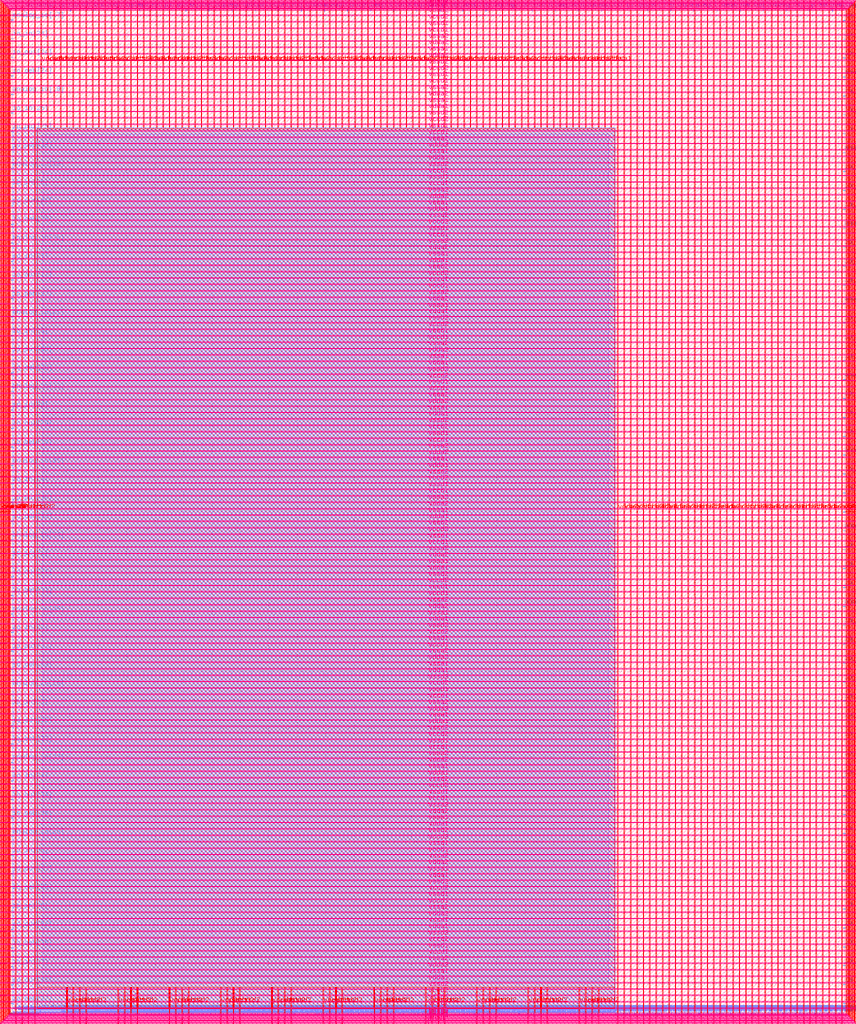
<source format=lef>
VERSION 5.7 ;
  NOWIREEXTENSIONATPIN ON ;
  DIVIDERCHAR "/" ;
  BUSBITCHARS "[]" ;
MACRO user_project_wrapper
  CLASS BLOCK ;
  FOREIGN user_project_wrapper ;
  ORIGIN 0.000 0.000 ;
  SIZE 2920.000 BY 3520.000 ;
  PIN analog_io[0]
    DIRECTION INOUT ;
    USE SIGNAL ;
    PORT
      LAYER met3 ;
        RECT 2917.600 1426.380 2924.800 1427.580 ;
    END
  END analog_io[0]
  PIN analog_io[10]
    DIRECTION INOUT ;
    USE SIGNAL ;
    PORT
      LAYER met2 ;
        RECT 2230.490 3517.600 2231.050 3524.800 ;
    END
  END analog_io[10]
  PIN analog_io[11]
    DIRECTION INOUT ;
    USE SIGNAL ;
    PORT
      LAYER met2 ;
        RECT 1905.730 3517.600 1906.290 3524.800 ;
    END
  END analog_io[11]
  PIN analog_io[12]
    DIRECTION INOUT ;
    USE SIGNAL ;
    PORT
      LAYER met2 ;
        RECT 1581.430 3517.600 1581.990 3524.800 ;
    END
  END analog_io[12]
  PIN analog_io[13]
    DIRECTION INOUT ;
    USE SIGNAL ;
    PORT
      LAYER met2 ;
        RECT 1257.130 3517.600 1257.690 3524.800 ;
    END
  END analog_io[13]
  PIN analog_io[14]
    DIRECTION INOUT ;
    USE SIGNAL ;
    PORT
      LAYER met2 ;
        RECT 932.370 3517.600 932.930 3524.800 ;
    END
  END analog_io[14]
  PIN analog_io[15]
    DIRECTION INOUT ;
    USE SIGNAL ;
    PORT
      LAYER met2 ;
        RECT 608.070 3517.600 608.630 3524.800 ;
    END
  END analog_io[15]
  PIN analog_io[16]
    DIRECTION INOUT ;
    USE SIGNAL ;
    PORT
      LAYER met2 ;
        RECT 283.770 3517.600 284.330 3524.800 ;
    END
  END analog_io[16]
  PIN analog_io[17]
    DIRECTION INOUT ;
    USE SIGNAL ;
    PORT
      LAYER met3 ;
        RECT -4.800 3486.100 2.400 3487.300 ;
    END
  END analog_io[17]
  PIN analog_io[18]
    DIRECTION INOUT ;
    USE SIGNAL ;
    PORT
      LAYER met3 ;
        RECT -4.800 3224.980 2.400 3226.180 ;
    END
  END analog_io[18]
  PIN analog_io[19]
    DIRECTION INOUT ;
    USE SIGNAL ;
    PORT
      LAYER met3 ;
        RECT -4.800 2964.540 2.400 2965.740 ;
    END
  END analog_io[19]
  PIN analog_io[1]
    DIRECTION INOUT ;
    USE SIGNAL ;
    PORT
      LAYER met3 ;
        RECT 2917.600 1692.260 2924.800 1693.460 ;
    END
  END analog_io[1]
  PIN analog_io[20]
    DIRECTION INOUT ;
    USE SIGNAL ;
    PORT
      LAYER met3 ;
        RECT -4.800 2703.420 2.400 2704.620 ;
    END
  END analog_io[20]
  PIN analog_io[21]
    DIRECTION INOUT ;
    USE SIGNAL ;
    PORT
      LAYER met3 ;
        RECT -4.800 2442.980 2.400 2444.180 ;
    END
  END analog_io[21]
  PIN analog_io[22]
    DIRECTION INOUT ;
    USE SIGNAL ;
    PORT
      LAYER met3 ;
        RECT -4.800 2182.540 2.400 2183.740 ;
    END
  END analog_io[22]
  PIN analog_io[23]
    DIRECTION INOUT ;
    USE SIGNAL ;
    PORT
      LAYER met3 ;
        RECT -4.800 1921.420 2.400 1922.620 ;
    END
  END analog_io[23]
  PIN analog_io[24]
    DIRECTION INOUT ;
    USE SIGNAL ;
    PORT
      LAYER met3 ;
        RECT -4.800 1660.980 2.400 1662.180 ;
    END
  END analog_io[24]
  PIN analog_io[25]
    DIRECTION INOUT ;
    USE SIGNAL ;
    PORT
      LAYER met3 ;
        RECT -4.800 1399.860 2.400 1401.060 ;
    END
  END analog_io[25]
  PIN analog_io[26]
    DIRECTION INOUT ;
    USE SIGNAL ;
    PORT
      LAYER met3 ;
        RECT -4.800 1139.420 2.400 1140.620 ;
    END
  END analog_io[26]
  PIN analog_io[27]
    DIRECTION INOUT ;
    USE SIGNAL ;
    PORT
      LAYER met3 ;
        RECT -4.800 878.980 2.400 880.180 ;
    END
  END analog_io[27]
  PIN analog_io[28]
    DIRECTION INOUT ;
    USE SIGNAL ;
    PORT
      LAYER met3 ;
        RECT -4.800 617.860 2.400 619.060 ;
    END
  END analog_io[28]
  PIN analog_io[2]
    DIRECTION INOUT ;
    USE SIGNAL ;
    PORT
      LAYER met3 ;
        RECT 2917.600 1958.140 2924.800 1959.340 ;
    END
  END analog_io[2]
  PIN analog_io[3]
    DIRECTION INOUT ;
    USE SIGNAL ;
    PORT
      LAYER met3 ;
        RECT 2917.600 2223.340 2924.800 2224.540 ;
    END
  END analog_io[3]
  PIN analog_io[4]
    DIRECTION INOUT ;
    USE SIGNAL ;
    PORT
      LAYER met3 ;
        RECT 2917.600 2489.220 2924.800 2490.420 ;
    END
  END analog_io[4]
  PIN analog_io[5]
    DIRECTION INOUT ;
    USE SIGNAL ;
    PORT
      LAYER met3 ;
        RECT 2917.600 2755.100 2924.800 2756.300 ;
    END
  END analog_io[5]
  PIN analog_io[6]
    DIRECTION INOUT ;
    USE SIGNAL ;
    PORT
      LAYER met3 ;
        RECT 2917.600 3020.300 2924.800 3021.500 ;
    END
  END analog_io[6]
  PIN analog_io[7]
    DIRECTION INOUT ;
    USE SIGNAL ;
    PORT
      LAYER met3 ;
        RECT 2917.600 3286.180 2924.800 3287.380 ;
    END
  END analog_io[7]
  PIN analog_io[8]
    DIRECTION INOUT ;
    USE SIGNAL ;
    PORT
      LAYER met2 ;
        RECT 2879.090 3517.600 2879.650 3524.800 ;
    END
  END analog_io[8]
  PIN analog_io[9]
    DIRECTION INOUT ;
    USE SIGNAL ;
    PORT
      LAYER met2 ;
        RECT 2554.790 3517.600 2555.350 3524.800 ;
    END
  END analog_io[9]
  PIN io_in[0]
    DIRECTION INPUT ;
    USE SIGNAL ;
    PORT
      LAYER met3 ;
        RECT 2917.600 32.380 2924.800 33.580 ;
    END
  END io_in[0]
  PIN io_in[10]
    DIRECTION INPUT ;
    USE SIGNAL ;
    PORT
      LAYER met3 ;
        RECT 2917.600 2289.980 2924.800 2291.180 ;
    END
  END io_in[10]
  PIN io_in[11]
    DIRECTION INPUT ;
    USE SIGNAL ;
    PORT
      LAYER met3 ;
        RECT 2917.600 2555.860 2924.800 2557.060 ;
    END
  END io_in[11]
  PIN io_in[12]
    DIRECTION INPUT ;
    USE SIGNAL ;
    PORT
      LAYER met3 ;
        RECT 2917.600 2821.060 2924.800 2822.260 ;
    END
  END io_in[12]
  PIN io_in[13]
    DIRECTION INPUT ;
    USE SIGNAL ;
    PORT
      LAYER met3 ;
        RECT 2917.600 3086.940 2924.800 3088.140 ;
    END
  END io_in[13]
  PIN io_in[14]
    DIRECTION INPUT ;
    USE SIGNAL ;
    PORT
      LAYER met3 ;
        RECT 2917.600 3352.820 2924.800 3354.020 ;
    END
  END io_in[14]
  PIN io_in[15]
    DIRECTION INPUT ;
    USE SIGNAL ;
    PORT
      LAYER met2 ;
        RECT 2798.130 3517.600 2798.690 3524.800 ;
    END
  END io_in[15]
  PIN io_in[16]
    DIRECTION INPUT ;
    USE SIGNAL ;
    PORT
      LAYER met2 ;
        RECT 2473.830 3517.600 2474.390 3524.800 ;
    END
  END io_in[16]
  PIN io_in[17]
    DIRECTION INPUT ;
    USE SIGNAL ;
    PORT
      LAYER met2 ;
        RECT 2149.070 3517.600 2149.630 3524.800 ;
    END
  END io_in[17]
  PIN io_in[18]
    DIRECTION INPUT ;
    USE SIGNAL ;
    PORT
      LAYER met2 ;
        RECT 1824.770 3517.600 1825.330 3524.800 ;
    END
  END io_in[18]
  PIN io_in[19]
    DIRECTION INPUT ;
    USE SIGNAL ;
    PORT
      LAYER met2 ;
        RECT 1500.470 3517.600 1501.030 3524.800 ;
    END
  END io_in[19]
  PIN io_in[1]
    DIRECTION INPUT ;
    USE SIGNAL ;
    PORT
      LAYER met3 ;
        RECT 2917.600 230.940 2924.800 232.140 ;
    END
  END io_in[1]
  PIN io_in[20]
    DIRECTION INPUT ;
    USE SIGNAL ;
    PORT
      LAYER met2 ;
        RECT 1175.710 3517.600 1176.270 3524.800 ;
    END
  END io_in[20]
  PIN io_in[21]
    DIRECTION INPUT ;
    USE SIGNAL ;
    PORT
      LAYER met2 ;
        RECT 851.410 3517.600 851.970 3524.800 ;
    END
  END io_in[21]
  PIN io_in[22]
    DIRECTION INPUT ;
    USE SIGNAL ;
    PORT
      LAYER met2 ;
        RECT 527.110 3517.600 527.670 3524.800 ;
    END
  END io_in[22]
  PIN io_in[23]
    DIRECTION INPUT ;
    USE SIGNAL ;
    PORT
      LAYER met2 ;
        RECT 202.350 3517.600 202.910 3524.800 ;
    END
  END io_in[23]
  PIN io_in[24]
    DIRECTION INPUT ;
    USE SIGNAL ;
    PORT
      LAYER met3 ;
        RECT -4.800 3420.820 2.400 3422.020 ;
    END
  END io_in[24]
  PIN io_in[25]
    DIRECTION INPUT ;
    USE SIGNAL ;
    PORT
      LAYER met3 ;
        RECT -4.800 3159.700 2.400 3160.900 ;
    END
  END io_in[25]
  PIN io_in[26]
    DIRECTION INPUT ;
    USE SIGNAL ;
    PORT
      LAYER met3 ;
        RECT -4.800 2899.260 2.400 2900.460 ;
    END
  END io_in[26]
  PIN io_in[27]
    DIRECTION INPUT ;
    USE SIGNAL ;
    PORT
      LAYER met3 ;
        RECT -4.800 2638.820 2.400 2640.020 ;
    END
  END io_in[27]
  PIN io_in[28]
    DIRECTION INPUT ;
    USE SIGNAL ;
    PORT
      LAYER met3 ;
        RECT -4.800 2377.700 2.400 2378.900 ;
    END
  END io_in[28]
  PIN io_in[29]
    DIRECTION INPUT ;
    USE SIGNAL ;
    PORT
      LAYER met3 ;
        RECT -4.800 2117.260 2.400 2118.460 ;
    END
  END io_in[29]
  PIN io_in[2]
    DIRECTION INPUT ;
    USE SIGNAL ;
    PORT
      LAYER met3 ;
        RECT 2917.600 430.180 2924.800 431.380 ;
    END
  END io_in[2]
  PIN io_in[30]
    DIRECTION INPUT ;
    USE SIGNAL ;
    PORT
      LAYER met3 ;
        RECT -4.800 1856.140 2.400 1857.340 ;
    END
  END io_in[30]
  PIN io_in[31]
    DIRECTION INPUT ;
    USE SIGNAL ;
    PORT
      LAYER met3 ;
        RECT -4.800 1595.700 2.400 1596.900 ;
    END
  END io_in[31]
  PIN io_in[32]
    DIRECTION INPUT ;
    USE SIGNAL ;
    PORT
      LAYER met3 ;
        RECT -4.800 1335.260 2.400 1336.460 ;
    END
  END io_in[32]
  PIN io_in[33]
    DIRECTION INPUT ;
    USE SIGNAL ;
    PORT
      LAYER met3 ;
        RECT -4.800 1074.140 2.400 1075.340 ;
    END
  END io_in[33]
  PIN io_in[34]
    DIRECTION INPUT ;
    USE SIGNAL ;
    PORT
      LAYER met3 ;
        RECT -4.800 813.700 2.400 814.900 ;
    END
  END io_in[34]
  PIN io_in[35]
    DIRECTION INPUT ;
    USE SIGNAL ;
    PORT
      LAYER met3 ;
        RECT -4.800 552.580 2.400 553.780 ;
    END
  END io_in[35]
  PIN io_in[36]
    DIRECTION INPUT ;
    USE SIGNAL ;
    PORT
      LAYER met3 ;
        RECT -4.800 357.420 2.400 358.620 ;
    END
  END io_in[36]
  PIN io_in[37]
    DIRECTION INPUT ;
    USE SIGNAL ;
    PORT
      LAYER met3 ;
        RECT -4.800 161.580 2.400 162.780 ;
    END
  END io_in[37]
  PIN io_in[3]
    DIRECTION INPUT ;
    USE SIGNAL ;
    PORT
      LAYER met3 ;
        RECT 2917.600 629.420 2924.800 630.620 ;
    END
  END io_in[3]
  PIN io_in[4]
    DIRECTION INPUT ;
    USE SIGNAL ;
    PORT
      LAYER met3 ;
        RECT 2917.600 828.660 2924.800 829.860 ;
    END
  END io_in[4]
  PIN io_in[5]
    DIRECTION INPUT ;
    USE SIGNAL ;
    PORT
      LAYER met3 ;
        RECT 2917.600 1027.900 2924.800 1029.100 ;
    END
  END io_in[5]
  PIN io_in[6]
    DIRECTION INPUT ;
    USE SIGNAL ;
    PORT
      LAYER met3 ;
        RECT 2917.600 1227.140 2924.800 1228.340 ;
    END
  END io_in[6]
  PIN io_in[7]
    DIRECTION INPUT ;
    USE SIGNAL ;
    PORT
      LAYER met3 ;
        RECT 2917.600 1493.020 2924.800 1494.220 ;
    END
  END io_in[7]
  PIN io_in[8]
    DIRECTION INPUT ;
    USE SIGNAL ;
    PORT
      LAYER met3 ;
        RECT 2917.600 1758.900 2924.800 1760.100 ;
    END
  END io_in[8]
  PIN io_in[9]
    DIRECTION INPUT ;
    USE SIGNAL ;
    PORT
      LAYER met3 ;
        RECT 2917.600 2024.100 2924.800 2025.300 ;
    END
  END io_in[9]
  PIN io_oeb[0]
    DIRECTION OUTPUT TRISTATE ;
    USE SIGNAL ;
    PORT
      LAYER met3 ;
        RECT 2917.600 164.980 2924.800 166.180 ;
    END
  END io_oeb[0]
  PIN io_oeb[10]
    DIRECTION OUTPUT TRISTATE ;
    USE SIGNAL ;
    PORT
      LAYER met3 ;
        RECT 2917.600 2422.580 2924.800 2423.780 ;
    END
  END io_oeb[10]
  PIN io_oeb[11]
    DIRECTION OUTPUT TRISTATE ;
    USE SIGNAL ;
    PORT
      LAYER met3 ;
        RECT 2917.600 2688.460 2924.800 2689.660 ;
    END
  END io_oeb[11]
  PIN io_oeb[12]
    DIRECTION OUTPUT TRISTATE ;
    USE SIGNAL ;
    PORT
      LAYER met3 ;
        RECT 2917.600 2954.340 2924.800 2955.540 ;
    END
  END io_oeb[12]
  PIN io_oeb[13]
    DIRECTION OUTPUT TRISTATE ;
    USE SIGNAL ;
    PORT
      LAYER met3 ;
        RECT 2917.600 3219.540 2924.800 3220.740 ;
    END
  END io_oeb[13]
  PIN io_oeb[14]
    DIRECTION OUTPUT TRISTATE ;
    USE SIGNAL ;
    PORT
      LAYER met3 ;
        RECT 2917.600 3485.420 2924.800 3486.620 ;
    END
  END io_oeb[14]
  PIN io_oeb[15]
    DIRECTION OUTPUT TRISTATE ;
    USE SIGNAL ;
    PORT
      LAYER met2 ;
        RECT 2635.750 3517.600 2636.310 3524.800 ;
    END
  END io_oeb[15]
  PIN io_oeb[16]
    DIRECTION OUTPUT TRISTATE ;
    USE SIGNAL ;
    PORT
      LAYER met2 ;
        RECT 2311.450 3517.600 2312.010 3524.800 ;
    END
  END io_oeb[16]
  PIN io_oeb[17]
    DIRECTION OUTPUT TRISTATE ;
    USE SIGNAL ;
    PORT
      LAYER met2 ;
        RECT 1987.150 3517.600 1987.710 3524.800 ;
    END
  END io_oeb[17]
  PIN io_oeb[18]
    DIRECTION OUTPUT TRISTATE ;
    USE SIGNAL ;
    PORT
      LAYER met2 ;
        RECT 1662.390 3517.600 1662.950 3524.800 ;
    END
  END io_oeb[18]
  PIN io_oeb[19]
    DIRECTION OUTPUT TRISTATE ;
    USE SIGNAL ;
    PORT
      LAYER met2 ;
        RECT 1338.090 3517.600 1338.650 3524.800 ;
    END
  END io_oeb[19]
  PIN io_oeb[1]
    DIRECTION OUTPUT TRISTATE ;
    USE SIGNAL ;
    PORT
      LAYER met3 ;
        RECT 2917.600 364.220 2924.800 365.420 ;
    END
  END io_oeb[1]
  PIN io_oeb[20]
    DIRECTION OUTPUT TRISTATE ;
    USE SIGNAL ;
    PORT
      LAYER met2 ;
        RECT 1013.790 3517.600 1014.350 3524.800 ;
    END
  END io_oeb[20]
  PIN io_oeb[21]
    DIRECTION OUTPUT TRISTATE ;
    USE SIGNAL ;
    PORT
      LAYER met2 ;
        RECT 689.030 3517.600 689.590 3524.800 ;
    END
  END io_oeb[21]
  PIN io_oeb[22]
    DIRECTION OUTPUT TRISTATE ;
    USE SIGNAL ;
    PORT
      LAYER met2 ;
        RECT 364.730 3517.600 365.290 3524.800 ;
    END
  END io_oeb[22]
  PIN io_oeb[23]
    DIRECTION OUTPUT TRISTATE ;
    USE SIGNAL ;
    PORT
      LAYER met2 ;
        RECT 40.430 3517.600 40.990 3524.800 ;
    END
  END io_oeb[23]
  PIN io_oeb[24]
    DIRECTION OUTPUT TRISTATE ;
    USE SIGNAL ;
    PORT
      LAYER met3 ;
        RECT -4.800 3290.260 2.400 3291.460 ;
    END
  END io_oeb[24]
  PIN io_oeb[25]
    DIRECTION OUTPUT TRISTATE ;
    USE SIGNAL ;
    PORT
      LAYER met3 ;
        RECT -4.800 3029.820 2.400 3031.020 ;
    END
  END io_oeb[25]
  PIN io_oeb[26]
    DIRECTION OUTPUT TRISTATE ;
    USE SIGNAL ;
    PORT
      LAYER met3 ;
        RECT -4.800 2768.700 2.400 2769.900 ;
    END
  END io_oeb[26]
  PIN io_oeb[27]
    DIRECTION OUTPUT TRISTATE ;
    USE SIGNAL ;
    PORT
      LAYER met3 ;
        RECT -4.800 2508.260 2.400 2509.460 ;
    END
  END io_oeb[27]
  PIN io_oeb[28]
    DIRECTION OUTPUT TRISTATE ;
    USE SIGNAL ;
    PORT
      LAYER met3 ;
        RECT -4.800 2247.140 2.400 2248.340 ;
    END
  END io_oeb[28]
  PIN io_oeb[29]
    DIRECTION OUTPUT TRISTATE ;
    USE SIGNAL ;
    PORT
      LAYER met3 ;
        RECT -4.800 1986.700 2.400 1987.900 ;
    END
  END io_oeb[29]
  PIN io_oeb[2]
    DIRECTION OUTPUT TRISTATE ;
    USE SIGNAL ;
    PORT
      LAYER met3 ;
        RECT 2917.600 563.460 2924.800 564.660 ;
    END
  END io_oeb[2]
  PIN io_oeb[30]
    DIRECTION OUTPUT TRISTATE ;
    USE SIGNAL ;
    PORT
      LAYER met3 ;
        RECT -4.800 1726.260 2.400 1727.460 ;
    END
  END io_oeb[30]
  PIN io_oeb[31]
    DIRECTION OUTPUT TRISTATE ;
    USE SIGNAL ;
    PORT
      LAYER met3 ;
        RECT -4.800 1465.140 2.400 1466.340 ;
    END
  END io_oeb[31]
  PIN io_oeb[32]
    DIRECTION OUTPUT TRISTATE ;
    USE SIGNAL ;
    PORT
      LAYER met3 ;
        RECT -4.800 1204.700 2.400 1205.900 ;
    END
  END io_oeb[32]
  PIN io_oeb[33]
    DIRECTION OUTPUT TRISTATE ;
    USE SIGNAL ;
    PORT
      LAYER met3 ;
        RECT -4.800 943.580 2.400 944.780 ;
    END
  END io_oeb[33]
  PIN io_oeb[34]
    DIRECTION OUTPUT TRISTATE ;
    USE SIGNAL ;
    PORT
      LAYER met3 ;
        RECT -4.800 683.140 2.400 684.340 ;
    END
  END io_oeb[34]
  PIN io_oeb[35]
    DIRECTION OUTPUT TRISTATE ;
    USE SIGNAL ;
    PORT
      LAYER met3 ;
        RECT -4.800 422.700 2.400 423.900 ;
    END
  END io_oeb[35]
  PIN io_oeb[36]
    DIRECTION OUTPUT TRISTATE ;
    USE SIGNAL ;
    PORT
      LAYER met3 ;
        RECT -4.800 226.860 2.400 228.060 ;
    END
  END io_oeb[36]
  PIN io_oeb[37]
    DIRECTION OUTPUT TRISTATE ;
    USE SIGNAL ;
    PORT
      LAYER met3 ;
        RECT -4.800 31.700 2.400 32.900 ;
    END
  END io_oeb[37]
  PIN io_oeb[3]
    DIRECTION OUTPUT TRISTATE ;
    USE SIGNAL ;
    PORT
      LAYER met3 ;
        RECT 2917.600 762.700 2924.800 763.900 ;
    END
  END io_oeb[3]
  PIN io_oeb[4]
    DIRECTION OUTPUT TRISTATE ;
    USE SIGNAL ;
    PORT
      LAYER met3 ;
        RECT 2917.600 961.940 2924.800 963.140 ;
    END
  END io_oeb[4]
  PIN io_oeb[5]
    DIRECTION OUTPUT TRISTATE ;
    USE SIGNAL ;
    PORT
      LAYER met3 ;
        RECT 2917.600 1161.180 2924.800 1162.380 ;
    END
  END io_oeb[5]
  PIN io_oeb[6]
    DIRECTION OUTPUT TRISTATE ;
    USE SIGNAL ;
    PORT
      LAYER met3 ;
        RECT 2917.600 1360.420 2924.800 1361.620 ;
    END
  END io_oeb[6]
  PIN io_oeb[7]
    DIRECTION OUTPUT TRISTATE ;
    USE SIGNAL ;
    PORT
      LAYER met3 ;
        RECT 2917.600 1625.620 2924.800 1626.820 ;
    END
  END io_oeb[7]
  PIN io_oeb[8]
    DIRECTION OUTPUT TRISTATE ;
    USE SIGNAL ;
    PORT
      LAYER met3 ;
        RECT 2917.600 1891.500 2924.800 1892.700 ;
    END
  END io_oeb[8]
  PIN io_oeb[9]
    DIRECTION OUTPUT TRISTATE ;
    USE SIGNAL ;
    PORT
      LAYER met3 ;
        RECT 2917.600 2157.380 2924.800 2158.580 ;
    END
  END io_oeb[9]
  PIN io_out[0]
    DIRECTION OUTPUT TRISTATE ;
    USE SIGNAL ;
    PORT
      LAYER met3 ;
        RECT 2917.600 98.340 2924.800 99.540 ;
    END
  END io_out[0]
  PIN io_out[10]
    DIRECTION OUTPUT TRISTATE ;
    USE SIGNAL ;
    PORT
      LAYER met3 ;
        RECT 2917.600 2356.620 2924.800 2357.820 ;
    END
  END io_out[10]
  PIN io_out[11]
    DIRECTION OUTPUT TRISTATE ;
    USE SIGNAL ;
    PORT
      LAYER met3 ;
        RECT 2917.600 2621.820 2924.800 2623.020 ;
    END
  END io_out[11]
  PIN io_out[12]
    DIRECTION OUTPUT TRISTATE ;
    USE SIGNAL ;
    PORT
      LAYER met3 ;
        RECT 2917.600 2887.700 2924.800 2888.900 ;
    END
  END io_out[12]
  PIN io_out[13]
    DIRECTION OUTPUT TRISTATE ;
    USE SIGNAL ;
    PORT
      LAYER met3 ;
        RECT 2917.600 3153.580 2924.800 3154.780 ;
    END
  END io_out[13]
  PIN io_out[14]
    DIRECTION OUTPUT TRISTATE ;
    USE SIGNAL ;
    PORT
      LAYER met3 ;
        RECT 2917.600 3418.780 2924.800 3419.980 ;
    END
  END io_out[14]
  PIN io_out[15]
    DIRECTION OUTPUT TRISTATE ;
    USE SIGNAL ;
    PORT
      LAYER met2 ;
        RECT 2717.170 3517.600 2717.730 3524.800 ;
    END
  END io_out[15]
  PIN io_out[16]
    DIRECTION OUTPUT TRISTATE ;
    USE SIGNAL ;
    PORT
      LAYER met2 ;
        RECT 2392.410 3517.600 2392.970 3524.800 ;
    END
  END io_out[16]
  PIN io_out[17]
    DIRECTION OUTPUT TRISTATE ;
    USE SIGNAL ;
    PORT
      LAYER met2 ;
        RECT 2068.110 3517.600 2068.670 3524.800 ;
    END
  END io_out[17]
  PIN io_out[18]
    DIRECTION OUTPUT TRISTATE ;
    USE SIGNAL ;
    PORT
      LAYER met2 ;
        RECT 1743.810 3517.600 1744.370 3524.800 ;
    END
  END io_out[18]
  PIN io_out[19]
    DIRECTION OUTPUT TRISTATE ;
    USE SIGNAL ;
    PORT
      LAYER met2 ;
        RECT 1419.050 3517.600 1419.610 3524.800 ;
    END
  END io_out[19]
  PIN io_out[1]
    DIRECTION OUTPUT TRISTATE ;
    USE SIGNAL ;
    PORT
      LAYER met3 ;
        RECT 2917.600 297.580 2924.800 298.780 ;
    END
  END io_out[1]
  PIN io_out[20]
    DIRECTION OUTPUT TRISTATE ;
    USE SIGNAL ;
    PORT
      LAYER met2 ;
        RECT 1094.750 3517.600 1095.310 3524.800 ;
    END
  END io_out[20]
  PIN io_out[21]
    DIRECTION OUTPUT TRISTATE ;
    USE SIGNAL ;
    PORT
      LAYER met2 ;
        RECT 770.450 3517.600 771.010 3524.800 ;
    END
  END io_out[21]
  PIN io_out[22]
    DIRECTION OUTPUT TRISTATE ;
    USE SIGNAL ;
    PORT
      LAYER met2 ;
        RECT 445.690 3517.600 446.250 3524.800 ;
    END
  END io_out[22]
  PIN io_out[23]
    DIRECTION OUTPUT TRISTATE ;
    USE SIGNAL ;
    PORT
      LAYER met2 ;
        RECT 121.390 3517.600 121.950 3524.800 ;
    END
  END io_out[23]
  PIN io_out[24]
    DIRECTION OUTPUT TRISTATE ;
    USE SIGNAL ;
    PORT
      LAYER met3 ;
        RECT -4.800 3355.540 2.400 3356.740 ;
    END
  END io_out[24]
  PIN io_out[25]
    DIRECTION OUTPUT TRISTATE ;
    USE SIGNAL ;
    PORT
      LAYER met3 ;
        RECT -4.800 3095.100 2.400 3096.300 ;
    END
  END io_out[25]
  PIN io_out[26]
    DIRECTION OUTPUT TRISTATE ;
    USE SIGNAL ;
    PORT
      LAYER met3 ;
        RECT -4.800 2833.980 2.400 2835.180 ;
    END
  END io_out[26]
  PIN io_out[27]
    DIRECTION OUTPUT TRISTATE ;
    USE SIGNAL ;
    PORT
      LAYER met3 ;
        RECT -4.800 2573.540 2.400 2574.740 ;
    END
  END io_out[27]
  PIN io_out[28]
    DIRECTION OUTPUT TRISTATE ;
    USE SIGNAL ;
    PORT
      LAYER met3 ;
        RECT -4.800 2312.420 2.400 2313.620 ;
    END
  END io_out[28]
  PIN io_out[29]
    DIRECTION OUTPUT TRISTATE ;
    USE SIGNAL ;
    PORT
      LAYER met3 ;
        RECT -4.800 2051.980 2.400 2053.180 ;
    END
  END io_out[29]
  PIN io_out[2]
    DIRECTION OUTPUT TRISTATE ;
    USE SIGNAL ;
    PORT
      LAYER met3 ;
        RECT 2917.600 496.820 2924.800 498.020 ;
    END
  END io_out[2]
  PIN io_out[30]
    DIRECTION OUTPUT TRISTATE ;
    USE SIGNAL ;
    PORT
      LAYER met3 ;
        RECT -4.800 1791.540 2.400 1792.740 ;
    END
  END io_out[30]
  PIN io_out[31]
    DIRECTION OUTPUT TRISTATE ;
    USE SIGNAL ;
    PORT
      LAYER met3 ;
        RECT -4.800 1530.420 2.400 1531.620 ;
    END
  END io_out[31]
  PIN io_out[32]
    DIRECTION OUTPUT TRISTATE ;
    USE SIGNAL ;
    PORT
      LAYER met3 ;
        RECT -4.800 1269.980 2.400 1271.180 ;
    END
  END io_out[32]
  PIN io_out[33]
    DIRECTION OUTPUT TRISTATE ;
    USE SIGNAL ;
    PORT
      LAYER met3 ;
        RECT -4.800 1008.860 2.400 1010.060 ;
    END
  END io_out[33]
  PIN io_out[34]
    DIRECTION OUTPUT TRISTATE ;
    USE SIGNAL ;
    PORT
      LAYER met3 ;
        RECT -4.800 748.420 2.400 749.620 ;
    END
  END io_out[34]
  PIN io_out[35]
    DIRECTION OUTPUT TRISTATE ;
    USE SIGNAL ;
    PORT
      LAYER met3 ;
        RECT -4.800 487.300 2.400 488.500 ;
    END
  END io_out[35]
  PIN io_out[36]
    DIRECTION OUTPUT TRISTATE ;
    USE SIGNAL ;
    PORT
      LAYER met3 ;
        RECT -4.800 292.140 2.400 293.340 ;
    END
  END io_out[36]
  PIN io_out[37]
    DIRECTION OUTPUT TRISTATE ;
    USE SIGNAL ;
    PORT
      LAYER met3 ;
        RECT -4.800 96.300 2.400 97.500 ;
    END
  END io_out[37]
  PIN io_out[3]
    DIRECTION OUTPUT TRISTATE ;
    USE SIGNAL ;
    PORT
      LAYER met3 ;
        RECT 2917.600 696.060 2924.800 697.260 ;
    END
  END io_out[3]
  PIN io_out[4]
    DIRECTION OUTPUT TRISTATE ;
    USE SIGNAL ;
    PORT
      LAYER met3 ;
        RECT 2917.600 895.300 2924.800 896.500 ;
    END
  END io_out[4]
  PIN io_out[5]
    DIRECTION OUTPUT TRISTATE ;
    USE SIGNAL ;
    PORT
      LAYER met3 ;
        RECT 2917.600 1094.540 2924.800 1095.740 ;
    END
  END io_out[5]
  PIN io_out[6]
    DIRECTION OUTPUT TRISTATE ;
    USE SIGNAL ;
    PORT
      LAYER met3 ;
        RECT 2917.600 1293.780 2924.800 1294.980 ;
    END
  END io_out[6]
  PIN io_out[7]
    DIRECTION OUTPUT TRISTATE ;
    USE SIGNAL ;
    PORT
      LAYER met3 ;
        RECT 2917.600 1559.660 2924.800 1560.860 ;
    END
  END io_out[7]
  PIN io_out[8]
    DIRECTION OUTPUT TRISTATE ;
    USE SIGNAL ;
    PORT
      LAYER met3 ;
        RECT 2917.600 1824.860 2924.800 1826.060 ;
    END
  END io_out[8]
  PIN io_out[9]
    DIRECTION OUTPUT TRISTATE ;
    USE SIGNAL ;
    PORT
      LAYER met3 ;
        RECT 2917.600 2090.740 2924.800 2091.940 ;
    END
  END io_out[9]
  PIN la_data_in[0]
    DIRECTION INPUT ;
    USE SIGNAL ;
    PORT
      LAYER met2 ;
        RECT 629.230 -4.800 629.790 2.400 ;
    END
  END la_data_in[0]
  PIN la_data_in[100]
    DIRECTION INPUT ;
    USE SIGNAL ;
    PORT
      LAYER met2 ;
        RECT 2402.530 -4.800 2403.090 2.400 ;
    END
  END la_data_in[100]
  PIN la_data_in[101]
    DIRECTION INPUT ;
    USE SIGNAL ;
    PORT
      LAYER met2 ;
        RECT 2420.010 -4.800 2420.570 2.400 ;
    END
  END la_data_in[101]
  PIN la_data_in[102]
    DIRECTION INPUT ;
    USE SIGNAL ;
    PORT
      LAYER met2 ;
        RECT 2437.950 -4.800 2438.510 2.400 ;
    END
  END la_data_in[102]
  PIN la_data_in[103]
    DIRECTION INPUT ;
    USE SIGNAL ;
    PORT
      LAYER met2 ;
        RECT 2455.430 -4.800 2455.990 2.400 ;
    END
  END la_data_in[103]
  PIN la_data_in[104]
    DIRECTION INPUT ;
    USE SIGNAL ;
    PORT
      LAYER met2 ;
        RECT 2473.370 -4.800 2473.930 2.400 ;
    END
  END la_data_in[104]
  PIN la_data_in[105]
    DIRECTION INPUT ;
    USE SIGNAL ;
    PORT
      LAYER met2 ;
        RECT 2490.850 -4.800 2491.410 2.400 ;
    END
  END la_data_in[105]
  PIN la_data_in[106]
    DIRECTION INPUT ;
    USE SIGNAL ;
    PORT
      LAYER met2 ;
        RECT 2508.790 -4.800 2509.350 2.400 ;
    END
  END la_data_in[106]
  PIN la_data_in[107]
    DIRECTION INPUT ;
    USE SIGNAL ;
    PORT
      LAYER met2 ;
        RECT 2526.730 -4.800 2527.290 2.400 ;
    END
  END la_data_in[107]
  PIN la_data_in[108]
    DIRECTION INPUT ;
    USE SIGNAL ;
    PORT
      LAYER met2 ;
        RECT 2544.210 -4.800 2544.770 2.400 ;
    END
  END la_data_in[108]
  PIN la_data_in[109]
    DIRECTION INPUT ;
    USE SIGNAL ;
    PORT
      LAYER met2 ;
        RECT 2562.150 -4.800 2562.710 2.400 ;
    END
  END la_data_in[109]
  PIN la_data_in[10]
    DIRECTION INPUT ;
    USE SIGNAL ;
    PORT
      LAYER met2 ;
        RECT 806.330 -4.800 806.890 2.400 ;
    END
  END la_data_in[10]
  PIN la_data_in[110]
    DIRECTION INPUT ;
    USE SIGNAL ;
    PORT
      LAYER met2 ;
        RECT 2579.630 -4.800 2580.190 2.400 ;
    END
  END la_data_in[110]
  PIN la_data_in[111]
    DIRECTION INPUT ;
    USE SIGNAL ;
    PORT
      LAYER met2 ;
        RECT 2597.570 -4.800 2598.130 2.400 ;
    END
  END la_data_in[111]
  PIN la_data_in[112]
    DIRECTION INPUT ;
    USE SIGNAL ;
    PORT
      LAYER met2 ;
        RECT 2615.050 -4.800 2615.610 2.400 ;
    END
  END la_data_in[112]
  PIN la_data_in[113]
    DIRECTION INPUT ;
    USE SIGNAL ;
    PORT
      LAYER met2 ;
        RECT 2632.990 -4.800 2633.550 2.400 ;
    END
  END la_data_in[113]
  PIN la_data_in[114]
    DIRECTION INPUT ;
    USE SIGNAL ;
    PORT
      LAYER met2 ;
        RECT 2650.470 -4.800 2651.030 2.400 ;
    END
  END la_data_in[114]
  PIN la_data_in[115]
    DIRECTION INPUT ;
    USE SIGNAL ;
    PORT
      LAYER met2 ;
        RECT 2668.410 -4.800 2668.970 2.400 ;
    END
  END la_data_in[115]
  PIN la_data_in[116]
    DIRECTION INPUT ;
    USE SIGNAL ;
    PORT
      LAYER met2 ;
        RECT 2685.890 -4.800 2686.450 2.400 ;
    END
  END la_data_in[116]
  PIN la_data_in[117]
    DIRECTION INPUT ;
    USE SIGNAL ;
    PORT
      LAYER met2 ;
        RECT 2703.830 -4.800 2704.390 2.400 ;
    END
  END la_data_in[117]
  PIN la_data_in[118]
    DIRECTION INPUT ;
    USE SIGNAL ;
    PORT
      LAYER met2 ;
        RECT 2721.770 -4.800 2722.330 2.400 ;
    END
  END la_data_in[118]
  PIN la_data_in[119]
    DIRECTION INPUT ;
    USE SIGNAL ;
    PORT
      LAYER met2 ;
        RECT 2739.250 -4.800 2739.810 2.400 ;
    END
  END la_data_in[119]
  PIN la_data_in[11]
    DIRECTION INPUT ;
    USE SIGNAL ;
    PORT
      LAYER met2 ;
        RECT 824.270 -4.800 824.830 2.400 ;
    END
  END la_data_in[11]
  PIN la_data_in[120]
    DIRECTION INPUT ;
    USE SIGNAL ;
    PORT
      LAYER met2 ;
        RECT 2757.190 -4.800 2757.750 2.400 ;
    END
  END la_data_in[120]
  PIN la_data_in[121]
    DIRECTION INPUT ;
    USE SIGNAL ;
    PORT
      LAYER met2 ;
        RECT 2774.670 -4.800 2775.230 2.400 ;
    END
  END la_data_in[121]
  PIN la_data_in[122]
    DIRECTION INPUT ;
    USE SIGNAL ;
    PORT
      LAYER met2 ;
        RECT 2792.610 -4.800 2793.170 2.400 ;
    END
  END la_data_in[122]
  PIN la_data_in[123]
    DIRECTION INPUT ;
    USE SIGNAL ;
    PORT
      LAYER met2 ;
        RECT 2810.090 -4.800 2810.650 2.400 ;
    END
  END la_data_in[123]
  PIN la_data_in[124]
    DIRECTION INPUT ;
    USE SIGNAL ;
    PORT
      LAYER met2 ;
        RECT 2828.030 -4.800 2828.590 2.400 ;
    END
  END la_data_in[124]
  PIN la_data_in[125]
    DIRECTION INPUT ;
    USE SIGNAL ;
    PORT
      LAYER met2 ;
        RECT 2845.510 -4.800 2846.070 2.400 ;
    END
  END la_data_in[125]
  PIN la_data_in[126]
    DIRECTION INPUT ;
    USE SIGNAL ;
    PORT
      LAYER met2 ;
        RECT 2863.450 -4.800 2864.010 2.400 ;
    END
  END la_data_in[126]
  PIN la_data_in[127]
    DIRECTION INPUT ;
    USE SIGNAL ;
    PORT
      LAYER met2 ;
        RECT 2881.390 -4.800 2881.950 2.400 ;
    END
  END la_data_in[127]
  PIN la_data_in[12]
    DIRECTION INPUT ;
    USE SIGNAL ;
    PORT
      LAYER met2 ;
        RECT 841.750 -4.800 842.310 2.400 ;
    END
  END la_data_in[12]
  PIN la_data_in[13]
    DIRECTION INPUT ;
    USE SIGNAL ;
    PORT
      LAYER met2 ;
        RECT 859.690 -4.800 860.250 2.400 ;
    END
  END la_data_in[13]
  PIN la_data_in[14]
    DIRECTION INPUT ;
    USE SIGNAL ;
    PORT
      LAYER met2 ;
        RECT 877.170 -4.800 877.730 2.400 ;
    END
  END la_data_in[14]
  PIN la_data_in[15]
    DIRECTION INPUT ;
    USE SIGNAL ;
    PORT
      LAYER met2 ;
        RECT 895.110 -4.800 895.670 2.400 ;
    END
  END la_data_in[15]
  PIN la_data_in[16]
    DIRECTION INPUT ;
    USE SIGNAL ;
    PORT
      LAYER met2 ;
        RECT 912.590 -4.800 913.150 2.400 ;
    END
  END la_data_in[16]
  PIN la_data_in[17]
    DIRECTION INPUT ;
    USE SIGNAL ;
    PORT
      LAYER met2 ;
        RECT 930.530 -4.800 931.090 2.400 ;
    END
  END la_data_in[17]
  PIN la_data_in[18]
    DIRECTION INPUT ;
    USE SIGNAL ;
    PORT
      LAYER met2 ;
        RECT 948.470 -4.800 949.030 2.400 ;
    END
  END la_data_in[18]
  PIN la_data_in[19]
    DIRECTION INPUT ;
    USE SIGNAL ;
    PORT
      LAYER met2 ;
        RECT 965.950 -4.800 966.510 2.400 ;
    END
  END la_data_in[19]
  PIN la_data_in[1]
    DIRECTION INPUT ;
    USE SIGNAL ;
    PORT
      LAYER met2 ;
        RECT 646.710 -4.800 647.270 2.400 ;
    END
  END la_data_in[1]
  PIN la_data_in[20]
    DIRECTION INPUT ;
    USE SIGNAL ;
    PORT
      LAYER met2 ;
        RECT 983.890 -4.800 984.450 2.400 ;
    END
  END la_data_in[20]
  PIN la_data_in[21]
    DIRECTION INPUT ;
    USE SIGNAL ;
    PORT
      LAYER met2 ;
        RECT 1001.370 -4.800 1001.930 2.400 ;
    END
  END la_data_in[21]
  PIN la_data_in[22]
    DIRECTION INPUT ;
    USE SIGNAL ;
    PORT
      LAYER met2 ;
        RECT 1019.310 -4.800 1019.870 2.400 ;
    END
  END la_data_in[22]
  PIN la_data_in[23]
    DIRECTION INPUT ;
    USE SIGNAL ;
    PORT
      LAYER met2 ;
        RECT 1036.790 -4.800 1037.350 2.400 ;
    END
  END la_data_in[23]
  PIN la_data_in[24]
    DIRECTION INPUT ;
    USE SIGNAL ;
    PORT
      LAYER met2 ;
        RECT 1054.730 -4.800 1055.290 2.400 ;
    END
  END la_data_in[24]
  PIN la_data_in[25]
    DIRECTION INPUT ;
    USE SIGNAL ;
    PORT
      LAYER met2 ;
        RECT 1072.210 -4.800 1072.770 2.400 ;
    END
  END la_data_in[25]
  PIN la_data_in[26]
    DIRECTION INPUT ;
    USE SIGNAL ;
    PORT
      LAYER met2 ;
        RECT 1090.150 -4.800 1090.710 2.400 ;
    END
  END la_data_in[26]
  PIN la_data_in[27]
    DIRECTION INPUT ;
    USE SIGNAL ;
    PORT
      LAYER met2 ;
        RECT 1107.630 -4.800 1108.190 2.400 ;
    END
  END la_data_in[27]
  PIN la_data_in[28]
    DIRECTION INPUT ;
    USE SIGNAL ;
    PORT
      LAYER met2 ;
        RECT 1125.570 -4.800 1126.130 2.400 ;
    END
  END la_data_in[28]
  PIN la_data_in[29]
    DIRECTION INPUT ;
    USE SIGNAL ;
    PORT
      LAYER met2 ;
        RECT 1143.510 -4.800 1144.070 2.400 ;
    END
  END la_data_in[29]
  PIN la_data_in[2]
    DIRECTION INPUT ;
    USE SIGNAL ;
    PORT
      LAYER met2 ;
        RECT 664.650 -4.800 665.210 2.400 ;
    END
  END la_data_in[2]
  PIN la_data_in[30]
    DIRECTION INPUT ;
    USE SIGNAL ;
    PORT
      LAYER met2 ;
        RECT 1160.990 -4.800 1161.550 2.400 ;
    END
  END la_data_in[30]
  PIN la_data_in[31]
    DIRECTION INPUT ;
    USE SIGNAL ;
    PORT
      LAYER met2 ;
        RECT 1178.930 -4.800 1179.490 2.400 ;
    END
  END la_data_in[31]
  PIN la_data_in[32]
    DIRECTION INPUT ;
    USE SIGNAL ;
    PORT
      LAYER met2 ;
        RECT 1196.410 -4.800 1196.970 2.400 ;
    END
  END la_data_in[32]
  PIN la_data_in[33]
    DIRECTION INPUT ;
    USE SIGNAL ;
    PORT
      LAYER met2 ;
        RECT 1214.350 -4.800 1214.910 2.400 ;
    END
  END la_data_in[33]
  PIN la_data_in[34]
    DIRECTION INPUT ;
    USE SIGNAL ;
    PORT
      LAYER met2 ;
        RECT 1231.830 -4.800 1232.390 2.400 ;
    END
  END la_data_in[34]
  PIN la_data_in[35]
    DIRECTION INPUT ;
    USE SIGNAL ;
    PORT
      LAYER met2 ;
        RECT 1249.770 -4.800 1250.330 2.400 ;
    END
  END la_data_in[35]
  PIN la_data_in[36]
    DIRECTION INPUT ;
    USE SIGNAL ;
    PORT
      LAYER met2 ;
        RECT 1267.250 -4.800 1267.810 2.400 ;
    END
  END la_data_in[36]
  PIN la_data_in[37]
    DIRECTION INPUT ;
    USE SIGNAL ;
    PORT
      LAYER met2 ;
        RECT 1285.190 -4.800 1285.750 2.400 ;
    END
  END la_data_in[37]
  PIN la_data_in[38]
    DIRECTION INPUT ;
    USE SIGNAL ;
    PORT
      LAYER met2 ;
        RECT 1303.130 -4.800 1303.690 2.400 ;
    END
  END la_data_in[38]
  PIN la_data_in[39]
    DIRECTION INPUT ;
    USE SIGNAL ;
    PORT
      LAYER met2 ;
        RECT 1320.610 -4.800 1321.170 2.400 ;
    END
  END la_data_in[39]
  PIN la_data_in[3]
    DIRECTION INPUT ;
    USE SIGNAL ;
    PORT
      LAYER met2 ;
        RECT 682.130 -4.800 682.690 2.400 ;
    END
  END la_data_in[3]
  PIN la_data_in[40]
    DIRECTION INPUT ;
    USE SIGNAL ;
    PORT
      LAYER met2 ;
        RECT 1338.550 -4.800 1339.110 2.400 ;
    END
  END la_data_in[40]
  PIN la_data_in[41]
    DIRECTION INPUT ;
    USE SIGNAL ;
    PORT
      LAYER met2 ;
        RECT 1356.030 -4.800 1356.590 2.400 ;
    END
  END la_data_in[41]
  PIN la_data_in[42]
    DIRECTION INPUT ;
    USE SIGNAL ;
    PORT
      LAYER met2 ;
        RECT 1373.970 -4.800 1374.530 2.400 ;
    END
  END la_data_in[42]
  PIN la_data_in[43]
    DIRECTION INPUT ;
    USE SIGNAL ;
    PORT
      LAYER met2 ;
        RECT 1391.450 -4.800 1392.010 2.400 ;
    END
  END la_data_in[43]
  PIN la_data_in[44]
    DIRECTION INPUT ;
    USE SIGNAL ;
    PORT
      LAYER met2 ;
        RECT 1409.390 -4.800 1409.950 2.400 ;
    END
  END la_data_in[44]
  PIN la_data_in[45]
    DIRECTION INPUT ;
    USE SIGNAL ;
    PORT
      LAYER met2 ;
        RECT 1426.870 -4.800 1427.430 2.400 ;
    END
  END la_data_in[45]
  PIN la_data_in[46]
    DIRECTION INPUT ;
    USE SIGNAL ;
    PORT
      LAYER met2 ;
        RECT 1444.810 -4.800 1445.370 2.400 ;
    END
  END la_data_in[46]
  PIN la_data_in[47]
    DIRECTION INPUT ;
    USE SIGNAL ;
    PORT
      LAYER met2 ;
        RECT 1462.750 -4.800 1463.310 2.400 ;
    END
  END la_data_in[47]
  PIN la_data_in[48]
    DIRECTION INPUT ;
    USE SIGNAL ;
    PORT
      LAYER met2 ;
        RECT 1480.230 -4.800 1480.790 2.400 ;
    END
  END la_data_in[48]
  PIN la_data_in[49]
    DIRECTION INPUT ;
    USE SIGNAL ;
    PORT
      LAYER met2 ;
        RECT 1498.170 -4.800 1498.730 2.400 ;
    END
  END la_data_in[49]
  PIN la_data_in[4]
    DIRECTION INPUT ;
    USE SIGNAL ;
    PORT
      LAYER met2 ;
        RECT 700.070 -4.800 700.630 2.400 ;
    END
  END la_data_in[4]
  PIN la_data_in[50]
    DIRECTION INPUT ;
    USE SIGNAL ;
    PORT
      LAYER met2 ;
        RECT 1515.650 -4.800 1516.210 2.400 ;
    END
  END la_data_in[50]
  PIN la_data_in[51]
    DIRECTION INPUT ;
    USE SIGNAL ;
    PORT
      LAYER met2 ;
        RECT 1533.590 -4.800 1534.150 2.400 ;
    END
  END la_data_in[51]
  PIN la_data_in[52]
    DIRECTION INPUT ;
    USE SIGNAL ;
    PORT
      LAYER met2 ;
        RECT 1551.070 -4.800 1551.630 2.400 ;
    END
  END la_data_in[52]
  PIN la_data_in[53]
    DIRECTION INPUT ;
    USE SIGNAL ;
    PORT
      LAYER met2 ;
        RECT 1569.010 -4.800 1569.570 2.400 ;
    END
  END la_data_in[53]
  PIN la_data_in[54]
    DIRECTION INPUT ;
    USE SIGNAL ;
    PORT
      LAYER met2 ;
        RECT 1586.490 -4.800 1587.050 2.400 ;
    END
  END la_data_in[54]
  PIN la_data_in[55]
    DIRECTION INPUT ;
    USE SIGNAL ;
    PORT
      LAYER met2 ;
        RECT 1604.430 -4.800 1604.990 2.400 ;
    END
  END la_data_in[55]
  PIN la_data_in[56]
    DIRECTION INPUT ;
    USE SIGNAL ;
    PORT
      LAYER met2 ;
        RECT 1621.910 -4.800 1622.470 2.400 ;
    END
  END la_data_in[56]
  PIN la_data_in[57]
    DIRECTION INPUT ;
    USE SIGNAL ;
    PORT
      LAYER met2 ;
        RECT 1639.850 -4.800 1640.410 2.400 ;
    END
  END la_data_in[57]
  PIN la_data_in[58]
    DIRECTION INPUT ;
    USE SIGNAL ;
    PORT
      LAYER met2 ;
        RECT 1657.790 -4.800 1658.350 2.400 ;
    END
  END la_data_in[58]
  PIN la_data_in[59]
    DIRECTION INPUT ;
    USE SIGNAL ;
    PORT
      LAYER met2 ;
        RECT 1675.270 -4.800 1675.830 2.400 ;
    END
  END la_data_in[59]
  PIN la_data_in[5]
    DIRECTION INPUT ;
    USE SIGNAL ;
    PORT
      LAYER met2 ;
        RECT 717.550 -4.800 718.110 2.400 ;
    END
  END la_data_in[5]
  PIN la_data_in[60]
    DIRECTION INPUT ;
    USE SIGNAL ;
    PORT
      LAYER met2 ;
        RECT 1693.210 -4.800 1693.770 2.400 ;
    END
  END la_data_in[60]
  PIN la_data_in[61]
    DIRECTION INPUT ;
    USE SIGNAL ;
    PORT
      LAYER met2 ;
        RECT 1710.690 -4.800 1711.250 2.400 ;
    END
  END la_data_in[61]
  PIN la_data_in[62]
    DIRECTION INPUT ;
    USE SIGNAL ;
    PORT
      LAYER met2 ;
        RECT 1728.630 -4.800 1729.190 2.400 ;
    END
  END la_data_in[62]
  PIN la_data_in[63]
    DIRECTION INPUT ;
    USE SIGNAL ;
    PORT
      LAYER met2 ;
        RECT 1746.110 -4.800 1746.670 2.400 ;
    END
  END la_data_in[63]
  PIN la_data_in[64]
    DIRECTION INPUT ;
    USE SIGNAL ;
    PORT
      LAYER met2 ;
        RECT 1764.050 -4.800 1764.610 2.400 ;
    END
  END la_data_in[64]
  PIN la_data_in[65]
    DIRECTION INPUT ;
    USE SIGNAL ;
    PORT
      LAYER met2 ;
        RECT 1781.530 -4.800 1782.090 2.400 ;
    END
  END la_data_in[65]
  PIN la_data_in[66]
    DIRECTION INPUT ;
    USE SIGNAL ;
    PORT
      LAYER met2 ;
        RECT 1799.470 -4.800 1800.030 2.400 ;
    END
  END la_data_in[66]
  PIN la_data_in[67]
    DIRECTION INPUT ;
    USE SIGNAL ;
    PORT
      LAYER met2 ;
        RECT 1817.410 -4.800 1817.970 2.400 ;
    END
  END la_data_in[67]
  PIN la_data_in[68]
    DIRECTION INPUT ;
    USE SIGNAL ;
    PORT
      LAYER met2 ;
        RECT 1834.890 -4.800 1835.450 2.400 ;
    END
  END la_data_in[68]
  PIN la_data_in[69]
    DIRECTION INPUT ;
    USE SIGNAL ;
    PORT
      LAYER met2 ;
        RECT 1852.830 -4.800 1853.390 2.400 ;
    END
  END la_data_in[69]
  PIN la_data_in[6]
    DIRECTION INPUT ;
    USE SIGNAL ;
    PORT
      LAYER met2 ;
        RECT 735.490 -4.800 736.050 2.400 ;
    END
  END la_data_in[6]
  PIN la_data_in[70]
    DIRECTION INPUT ;
    USE SIGNAL ;
    PORT
      LAYER met2 ;
        RECT 1870.310 -4.800 1870.870 2.400 ;
    END
  END la_data_in[70]
  PIN la_data_in[71]
    DIRECTION INPUT ;
    USE SIGNAL ;
    PORT
      LAYER met2 ;
        RECT 1888.250 -4.800 1888.810 2.400 ;
    END
  END la_data_in[71]
  PIN la_data_in[72]
    DIRECTION INPUT ;
    USE SIGNAL ;
    PORT
      LAYER met2 ;
        RECT 1905.730 -4.800 1906.290 2.400 ;
    END
  END la_data_in[72]
  PIN la_data_in[73]
    DIRECTION INPUT ;
    USE SIGNAL ;
    PORT
      LAYER met2 ;
        RECT 1923.670 -4.800 1924.230 2.400 ;
    END
  END la_data_in[73]
  PIN la_data_in[74]
    DIRECTION INPUT ;
    USE SIGNAL ;
    PORT
      LAYER met2 ;
        RECT 1941.150 -4.800 1941.710 2.400 ;
    END
  END la_data_in[74]
  PIN la_data_in[75]
    DIRECTION INPUT ;
    USE SIGNAL ;
    PORT
      LAYER met2 ;
        RECT 1959.090 -4.800 1959.650 2.400 ;
    END
  END la_data_in[75]
  PIN la_data_in[76]
    DIRECTION INPUT ;
    USE SIGNAL ;
    PORT
      LAYER met2 ;
        RECT 1976.570 -4.800 1977.130 2.400 ;
    END
  END la_data_in[76]
  PIN la_data_in[77]
    DIRECTION INPUT ;
    USE SIGNAL ;
    PORT
      LAYER met2 ;
        RECT 1994.510 -4.800 1995.070 2.400 ;
    END
  END la_data_in[77]
  PIN la_data_in[78]
    DIRECTION INPUT ;
    USE SIGNAL ;
    PORT
      LAYER met2 ;
        RECT 2012.450 -4.800 2013.010 2.400 ;
    END
  END la_data_in[78]
  PIN la_data_in[79]
    DIRECTION INPUT ;
    USE SIGNAL ;
    PORT
      LAYER met2 ;
        RECT 2029.930 -4.800 2030.490 2.400 ;
    END
  END la_data_in[79]
  PIN la_data_in[7]
    DIRECTION INPUT ;
    USE SIGNAL ;
    PORT
      LAYER met2 ;
        RECT 752.970 -4.800 753.530 2.400 ;
    END
  END la_data_in[7]
  PIN la_data_in[80]
    DIRECTION INPUT ;
    USE SIGNAL ;
    PORT
      LAYER met2 ;
        RECT 2047.870 -4.800 2048.430 2.400 ;
    END
  END la_data_in[80]
  PIN la_data_in[81]
    DIRECTION INPUT ;
    USE SIGNAL ;
    PORT
      LAYER met2 ;
        RECT 2065.350 -4.800 2065.910 2.400 ;
    END
  END la_data_in[81]
  PIN la_data_in[82]
    DIRECTION INPUT ;
    USE SIGNAL ;
    PORT
      LAYER met2 ;
        RECT 2083.290 -4.800 2083.850 2.400 ;
    END
  END la_data_in[82]
  PIN la_data_in[83]
    DIRECTION INPUT ;
    USE SIGNAL ;
    PORT
      LAYER met2 ;
        RECT 2100.770 -4.800 2101.330 2.400 ;
    END
  END la_data_in[83]
  PIN la_data_in[84]
    DIRECTION INPUT ;
    USE SIGNAL ;
    PORT
      LAYER met2 ;
        RECT 2118.710 -4.800 2119.270 2.400 ;
    END
  END la_data_in[84]
  PIN la_data_in[85]
    DIRECTION INPUT ;
    USE SIGNAL ;
    PORT
      LAYER met2 ;
        RECT 2136.190 -4.800 2136.750 2.400 ;
    END
  END la_data_in[85]
  PIN la_data_in[86]
    DIRECTION INPUT ;
    USE SIGNAL ;
    PORT
      LAYER met2 ;
        RECT 2154.130 -4.800 2154.690 2.400 ;
    END
  END la_data_in[86]
  PIN la_data_in[87]
    DIRECTION INPUT ;
    USE SIGNAL ;
    PORT
      LAYER met2 ;
        RECT 2172.070 -4.800 2172.630 2.400 ;
    END
  END la_data_in[87]
  PIN la_data_in[88]
    DIRECTION INPUT ;
    USE SIGNAL ;
    PORT
      LAYER met2 ;
        RECT 2189.550 -4.800 2190.110 2.400 ;
    END
  END la_data_in[88]
  PIN la_data_in[89]
    DIRECTION INPUT ;
    USE SIGNAL ;
    PORT
      LAYER met2 ;
        RECT 2207.490 -4.800 2208.050 2.400 ;
    END
  END la_data_in[89]
  PIN la_data_in[8]
    DIRECTION INPUT ;
    USE SIGNAL ;
    PORT
      LAYER met2 ;
        RECT 770.910 -4.800 771.470 2.400 ;
    END
  END la_data_in[8]
  PIN la_data_in[90]
    DIRECTION INPUT ;
    USE SIGNAL ;
    PORT
      LAYER met2 ;
        RECT 2224.970 -4.800 2225.530 2.400 ;
    END
  END la_data_in[90]
  PIN la_data_in[91]
    DIRECTION INPUT ;
    USE SIGNAL ;
    PORT
      LAYER met2 ;
        RECT 2242.910 -4.800 2243.470 2.400 ;
    END
  END la_data_in[91]
  PIN la_data_in[92]
    DIRECTION INPUT ;
    USE SIGNAL ;
    PORT
      LAYER met2 ;
        RECT 2260.390 -4.800 2260.950 2.400 ;
    END
  END la_data_in[92]
  PIN la_data_in[93]
    DIRECTION INPUT ;
    USE SIGNAL ;
    PORT
      LAYER met2 ;
        RECT 2278.330 -4.800 2278.890 2.400 ;
    END
  END la_data_in[93]
  PIN la_data_in[94]
    DIRECTION INPUT ;
    USE SIGNAL ;
    PORT
      LAYER met2 ;
        RECT 2295.810 -4.800 2296.370 2.400 ;
    END
  END la_data_in[94]
  PIN la_data_in[95]
    DIRECTION INPUT ;
    USE SIGNAL ;
    PORT
      LAYER met2 ;
        RECT 2313.750 -4.800 2314.310 2.400 ;
    END
  END la_data_in[95]
  PIN la_data_in[96]
    DIRECTION INPUT ;
    USE SIGNAL ;
    PORT
      LAYER met2 ;
        RECT 2331.230 -4.800 2331.790 2.400 ;
    END
  END la_data_in[96]
  PIN la_data_in[97]
    DIRECTION INPUT ;
    USE SIGNAL ;
    PORT
      LAYER met2 ;
        RECT 2349.170 -4.800 2349.730 2.400 ;
    END
  END la_data_in[97]
  PIN la_data_in[98]
    DIRECTION INPUT ;
    USE SIGNAL ;
    PORT
      LAYER met2 ;
        RECT 2367.110 -4.800 2367.670 2.400 ;
    END
  END la_data_in[98]
  PIN la_data_in[99]
    DIRECTION INPUT ;
    USE SIGNAL ;
    PORT
      LAYER met2 ;
        RECT 2384.590 -4.800 2385.150 2.400 ;
    END
  END la_data_in[99]
  PIN la_data_in[9]
    DIRECTION INPUT ;
    USE SIGNAL ;
    PORT
      LAYER met2 ;
        RECT 788.850 -4.800 789.410 2.400 ;
    END
  END la_data_in[9]
  PIN la_data_out[0]
    DIRECTION OUTPUT TRISTATE ;
    USE SIGNAL ;
    PORT
      LAYER met2 ;
        RECT 634.750 -4.800 635.310 2.400 ;
    END
  END la_data_out[0]
  PIN la_data_out[100]
    DIRECTION OUTPUT TRISTATE ;
    USE SIGNAL ;
    PORT
      LAYER met2 ;
        RECT 2408.510 -4.800 2409.070 2.400 ;
    END
  END la_data_out[100]
  PIN la_data_out[101]
    DIRECTION OUTPUT TRISTATE ;
    USE SIGNAL ;
    PORT
      LAYER met2 ;
        RECT 2425.990 -4.800 2426.550 2.400 ;
    END
  END la_data_out[101]
  PIN la_data_out[102]
    DIRECTION OUTPUT TRISTATE ;
    USE SIGNAL ;
    PORT
      LAYER met2 ;
        RECT 2443.930 -4.800 2444.490 2.400 ;
    END
  END la_data_out[102]
  PIN la_data_out[103]
    DIRECTION OUTPUT TRISTATE ;
    USE SIGNAL ;
    PORT
      LAYER met2 ;
        RECT 2461.410 -4.800 2461.970 2.400 ;
    END
  END la_data_out[103]
  PIN la_data_out[104]
    DIRECTION OUTPUT TRISTATE ;
    USE SIGNAL ;
    PORT
      LAYER met2 ;
        RECT 2479.350 -4.800 2479.910 2.400 ;
    END
  END la_data_out[104]
  PIN la_data_out[105]
    DIRECTION OUTPUT TRISTATE ;
    USE SIGNAL ;
    PORT
      LAYER met2 ;
        RECT 2496.830 -4.800 2497.390 2.400 ;
    END
  END la_data_out[105]
  PIN la_data_out[106]
    DIRECTION OUTPUT TRISTATE ;
    USE SIGNAL ;
    PORT
      LAYER met2 ;
        RECT 2514.770 -4.800 2515.330 2.400 ;
    END
  END la_data_out[106]
  PIN la_data_out[107]
    DIRECTION OUTPUT TRISTATE ;
    USE SIGNAL ;
    PORT
      LAYER met2 ;
        RECT 2532.250 -4.800 2532.810 2.400 ;
    END
  END la_data_out[107]
  PIN la_data_out[108]
    DIRECTION OUTPUT TRISTATE ;
    USE SIGNAL ;
    PORT
      LAYER met2 ;
        RECT 2550.190 -4.800 2550.750 2.400 ;
    END
  END la_data_out[108]
  PIN la_data_out[109]
    DIRECTION OUTPUT TRISTATE ;
    USE SIGNAL ;
    PORT
      LAYER met2 ;
        RECT 2567.670 -4.800 2568.230 2.400 ;
    END
  END la_data_out[109]
  PIN la_data_out[10]
    DIRECTION OUTPUT TRISTATE ;
    USE SIGNAL ;
    PORT
      LAYER met2 ;
        RECT 812.310 -4.800 812.870 2.400 ;
    END
  END la_data_out[10]
  PIN la_data_out[110]
    DIRECTION OUTPUT TRISTATE ;
    USE SIGNAL ;
    PORT
      LAYER met2 ;
        RECT 2585.610 -4.800 2586.170 2.400 ;
    END
  END la_data_out[110]
  PIN la_data_out[111]
    DIRECTION OUTPUT TRISTATE ;
    USE SIGNAL ;
    PORT
      LAYER met2 ;
        RECT 2603.550 -4.800 2604.110 2.400 ;
    END
  END la_data_out[111]
  PIN la_data_out[112]
    DIRECTION OUTPUT TRISTATE ;
    USE SIGNAL ;
    PORT
      LAYER met2 ;
        RECT 2621.030 -4.800 2621.590 2.400 ;
    END
  END la_data_out[112]
  PIN la_data_out[113]
    DIRECTION OUTPUT TRISTATE ;
    USE SIGNAL ;
    PORT
      LAYER met2 ;
        RECT 2638.970 -4.800 2639.530 2.400 ;
    END
  END la_data_out[113]
  PIN la_data_out[114]
    DIRECTION OUTPUT TRISTATE ;
    USE SIGNAL ;
    PORT
      LAYER met2 ;
        RECT 2656.450 -4.800 2657.010 2.400 ;
    END
  END la_data_out[114]
  PIN la_data_out[115]
    DIRECTION OUTPUT TRISTATE ;
    USE SIGNAL ;
    PORT
      LAYER met2 ;
        RECT 2674.390 -4.800 2674.950 2.400 ;
    END
  END la_data_out[115]
  PIN la_data_out[116]
    DIRECTION OUTPUT TRISTATE ;
    USE SIGNAL ;
    PORT
      LAYER met2 ;
        RECT 2691.870 -4.800 2692.430 2.400 ;
    END
  END la_data_out[116]
  PIN la_data_out[117]
    DIRECTION OUTPUT TRISTATE ;
    USE SIGNAL ;
    PORT
      LAYER met2 ;
        RECT 2709.810 -4.800 2710.370 2.400 ;
    END
  END la_data_out[117]
  PIN la_data_out[118]
    DIRECTION OUTPUT TRISTATE ;
    USE SIGNAL ;
    PORT
      LAYER met2 ;
        RECT 2727.290 -4.800 2727.850 2.400 ;
    END
  END la_data_out[118]
  PIN la_data_out[119]
    DIRECTION OUTPUT TRISTATE ;
    USE SIGNAL ;
    PORT
      LAYER met2 ;
        RECT 2745.230 -4.800 2745.790 2.400 ;
    END
  END la_data_out[119]
  PIN la_data_out[11]
    DIRECTION OUTPUT TRISTATE ;
    USE SIGNAL ;
    PORT
      LAYER met2 ;
        RECT 830.250 -4.800 830.810 2.400 ;
    END
  END la_data_out[11]
  PIN la_data_out[120]
    DIRECTION OUTPUT TRISTATE ;
    USE SIGNAL ;
    PORT
      LAYER met2 ;
        RECT 2763.170 -4.800 2763.730 2.400 ;
    END
  END la_data_out[120]
  PIN la_data_out[121]
    DIRECTION OUTPUT TRISTATE ;
    USE SIGNAL ;
    PORT
      LAYER met2 ;
        RECT 2780.650 -4.800 2781.210 2.400 ;
    END
  END la_data_out[121]
  PIN la_data_out[122]
    DIRECTION OUTPUT TRISTATE ;
    USE SIGNAL ;
    PORT
      LAYER met2 ;
        RECT 2798.590 -4.800 2799.150 2.400 ;
    END
  END la_data_out[122]
  PIN la_data_out[123]
    DIRECTION OUTPUT TRISTATE ;
    USE SIGNAL ;
    PORT
      LAYER met2 ;
        RECT 2816.070 -4.800 2816.630 2.400 ;
    END
  END la_data_out[123]
  PIN la_data_out[124]
    DIRECTION OUTPUT TRISTATE ;
    USE SIGNAL ;
    PORT
      LAYER met2 ;
        RECT 2834.010 -4.800 2834.570 2.400 ;
    END
  END la_data_out[124]
  PIN la_data_out[125]
    DIRECTION OUTPUT TRISTATE ;
    USE SIGNAL ;
    PORT
      LAYER met2 ;
        RECT 2851.490 -4.800 2852.050 2.400 ;
    END
  END la_data_out[125]
  PIN la_data_out[126]
    DIRECTION OUTPUT TRISTATE ;
    USE SIGNAL ;
    PORT
      LAYER met2 ;
        RECT 2869.430 -4.800 2869.990 2.400 ;
    END
  END la_data_out[126]
  PIN la_data_out[127]
    DIRECTION OUTPUT TRISTATE ;
    USE SIGNAL ;
    PORT
      LAYER met2 ;
        RECT 2886.910 -4.800 2887.470 2.400 ;
    END
  END la_data_out[127]
  PIN la_data_out[12]
    DIRECTION OUTPUT TRISTATE ;
    USE SIGNAL ;
    PORT
      LAYER met2 ;
        RECT 847.730 -4.800 848.290 2.400 ;
    END
  END la_data_out[12]
  PIN la_data_out[13]
    DIRECTION OUTPUT TRISTATE ;
    USE SIGNAL ;
    PORT
      LAYER met2 ;
        RECT 865.670 -4.800 866.230 2.400 ;
    END
  END la_data_out[13]
  PIN la_data_out[14]
    DIRECTION OUTPUT TRISTATE ;
    USE SIGNAL ;
    PORT
      LAYER met2 ;
        RECT 883.150 -4.800 883.710 2.400 ;
    END
  END la_data_out[14]
  PIN la_data_out[15]
    DIRECTION OUTPUT TRISTATE ;
    USE SIGNAL ;
    PORT
      LAYER met2 ;
        RECT 901.090 -4.800 901.650 2.400 ;
    END
  END la_data_out[15]
  PIN la_data_out[16]
    DIRECTION OUTPUT TRISTATE ;
    USE SIGNAL ;
    PORT
      LAYER met2 ;
        RECT 918.570 -4.800 919.130 2.400 ;
    END
  END la_data_out[16]
  PIN la_data_out[17]
    DIRECTION OUTPUT TRISTATE ;
    USE SIGNAL ;
    PORT
      LAYER met2 ;
        RECT 936.510 -4.800 937.070 2.400 ;
    END
  END la_data_out[17]
  PIN la_data_out[18]
    DIRECTION OUTPUT TRISTATE ;
    USE SIGNAL ;
    PORT
      LAYER met2 ;
        RECT 953.990 -4.800 954.550 2.400 ;
    END
  END la_data_out[18]
  PIN la_data_out[19]
    DIRECTION OUTPUT TRISTATE ;
    USE SIGNAL ;
    PORT
      LAYER met2 ;
        RECT 971.930 -4.800 972.490 2.400 ;
    END
  END la_data_out[19]
  PIN la_data_out[1]
    DIRECTION OUTPUT TRISTATE ;
    USE SIGNAL ;
    PORT
      LAYER met2 ;
        RECT 652.690 -4.800 653.250 2.400 ;
    END
  END la_data_out[1]
  PIN la_data_out[20]
    DIRECTION OUTPUT TRISTATE ;
    USE SIGNAL ;
    PORT
      LAYER met2 ;
        RECT 989.410 -4.800 989.970 2.400 ;
    END
  END la_data_out[20]
  PIN la_data_out[21]
    DIRECTION OUTPUT TRISTATE ;
    USE SIGNAL ;
    PORT
      LAYER met2 ;
        RECT 1007.350 -4.800 1007.910 2.400 ;
    END
  END la_data_out[21]
  PIN la_data_out[22]
    DIRECTION OUTPUT TRISTATE ;
    USE SIGNAL ;
    PORT
      LAYER met2 ;
        RECT 1025.290 -4.800 1025.850 2.400 ;
    END
  END la_data_out[22]
  PIN la_data_out[23]
    DIRECTION OUTPUT TRISTATE ;
    USE SIGNAL ;
    PORT
      LAYER met2 ;
        RECT 1042.770 -4.800 1043.330 2.400 ;
    END
  END la_data_out[23]
  PIN la_data_out[24]
    DIRECTION OUTPUT TRISTATE ;
    USE SIGNAL ;
    PORT
      LAYER met2 ;
        RECT 1060.710 -4.800 1061.270 2.400 ;
    END
  END la_data_out[24]
  PIN la_data_out[25]
    DIRECTION OUTPUT TRISTATE ;
    USE SIGNAL ;
    PORT
      LAYER met2 ;
        RECT 1078.190 -4.800 1078.750 2.400 ;
    END
  END la_data_out[25]
  PIN la_data_out[26]
    DIRECTION OUTPUT TRISTATE ;
    USE SIGNAL ;
    PORT
      LAYER met2 ;
        RECT 1096.130 -4.800 1096.690 2.400 ;
    END
  END la_data_out[26]
  PIN la_data_out[27]
    DIRECTION OUTPUT TRISTATE ;
    USE SIGNAL ;
    PORT
      LAYER met2 ;
        RECT 1113.610 -4.800 1114.170 2.400 ;
    END
  END la_data_out[27]
  PIN la_data_out[28]
    DIRECTION OUTPUT TRISTATE ;
    USE SIGNAL ;
    PORT
      LAYER met2 ;
        RECT 1131.550 -4.800 1132.110 2.400 ;
    END
  END la_data_out[28]
  PIN la_data_out[29]
    DIRECTION OUTPUT TRISTATE ;
    USE SIGNAL ;
    PORT
      LAYER met2 ;
        RECT 1149.030 -4.800 1149.590 2.400 ;
    END
  END la_data_out[29]
  PIN la_data_out[2]
    DIRECTION OUTPUT TRISTATE ;
    USE SIGNAL ;
    PORT
      LAYER met2 ;
        RECT 670.630 -4.800 671.190 2.400 ;
    END
  END la_data_out[2]
  PIN la_data_out[30]
    DIRECTION OUTPUT TRISTATE ;
    USE SIGNAL ;
    PORT
      LAYER met2 ;
        RECT 1166.970 -4.800 1167.530 2.400 ;
    END
  END la_data_out[30]
  PIN la_data_out[31]
    DIRECTION OUTPUT TRISTATE ;
    USE SIGNAL ;
    PORT
      LAYER met2 ;
        RECT 1184.910 -4.800 1185.470 2.400 ;
    END
  END la_data_out[31]
  PIN la_data_out[32]
    DIRECTION OUTPUT TRISTATE ;
    USE SIGNAL ;
    PORT
      LAYER met2 ;
        RECT 1202.390 -4.800 1202.950 2.400 ;
    END
  END la_data_out[32]
  PIN la_data_out[33]
    DIRECTION OUTPUT TRISTATE ;
    USE SIGNAL ;
    PORT
      LAYER met2 ;
        RECT 1220.330 -4.800 1220.890 2.400 ;
    END
  END la_data_out[33]
  PIN la_data_out[34]
    DIRECTION OUTPUT TRISTATE ;
    USE SIGNAL ;
    PORT
      LAYER met2 ;
        RECT 1237.810 -4.800 1238.370 2.400 ;
    END
  END la_data_out[34]
  PIN la_data_out[35]
    DIRECTION OUTPUT TRISTATE ;
    USE SIGNAL ;
    PORT
      LAYER met2 ;
        RECT 1255.750 -4.800 1256.310 2.400 ;
    END
  END la_data_out[35]
  PIN la_data_out[36]
    DIRECTION OUTPUT TRISTATE ;
    USE SIGNAL ;
    PORT
      LAYER met2 ;
        RECT 1273.230 -4.800 1273.790 2.400 ;
    END
  END la_data_out[36]
  PIN la_data_out[37]
    DIRECTION OUTPUT TRISTATE ;
    USE SIGNAL ;
    PORT
      LAYER met2 ;
        RECT 1291.170 -4.800 1291.730 2.400 ;
    END
  END la_data_out[37]
  PIN la_data_out[38]
    DIRECTION OUTPUT TRISTATE ;
    USE SIGNAL ;
    PORT
      LAYER met2 ;
        RECT 1308.650 -4.800 1309.210 2.400 ;
    END
  END la_data_out[38]
  PIN la_data_out[39]
    DIRECTION OUTPUT TRISTATE ;
    USE SIGNAL ;
    PORT
      LAYER met2 ;
        RECT 1326.590 -4.800 1327.150 2.400 ;
    END
  END la_data_out[39]
  PIN la_data_out[3]
    DIRECTION OUTPUT TRISTATE ;
    USE SIGNAL ;
    PORT
      LAYER met2 ;
        RECT 688.110 -4.800 688.670 2.400 ;
    END
  END la_data_out[3]
  PIN la_data_out[40]
    DIRECTION OUTPUT TRISTATE ;
    USE SIGNAL ;
    PORT
      LAYER met2 ;
        RECT 1344.070 -4.800 1344.630 2.400 ;
    END
  END la_data_out[40]
  PIN la_data_out[41]
    DIRECTION OUTPUT TRISTATE ;
    USE SIGNAL ;
    PORT
      LAYER met2 ;
        RECT 1362.010 -4.800 1362.570 2.400 ;
    END
  END la_data_out[41]
  PIN la_data_out[42]
    DIRECTION OUTPUT TRISTATE ;
    USE SIGNAL ;
    PORT
      LAYER met2 ;
        RECT 1379.950 -4.800 1380.510 2.400 ;
    END
  END la_data_out[42]
  PIN la_data_out[43]
    DIRECTION OUTPUT TRISTATE ;
    USE SIGNAL ;
    PORT
      LAYER met2 ;
        RECT 1397.430 -4.800 1397.990 2.400 ;
    END
  END la_data_out[43]
  PIN la_data_out[44]
    DIRECTION OUTPUT TRISTATE ;
    USE SIGNAL ;
    PORT
      LAYER met2 ;
        RECT 1415.370 -4.800 1415.930 2.400 ;
    END
  END la_data_out[44]
  PIN la_data_out[45]
    DIRECTION OUTPUT TRISTATE ;
    USE SIGNAL ;
    PORT
      LAYER met2 ;
        RECT 1432.850 -4.800 1433.410 2.400 ;
    END
  END la_data_out[45]
  PIN la_data_out[46]
    DIRECTION OUTPUT TRISTATE ;
    USE SIGNAL ;
    PORT
      LAYER met2 ;
        RECT 1450.790 -4.800 1451.350 2.400 ;
    END
  END la_data_out[46]
  PIN la_data_out[47]
    DIRECTION OUTPUT TRISTATE ;
    USE SIGNAL ;
    PORT
      LAYER met2 ;
        RECT 1468.270 -4.800 1468.830 2.400 ;
    END
  END la_data_out[47]
  PIN la_data_out[48]
    DIRECTION OUTPUT TRISTATE ;
    USE SIGNAL ;
    PORT
      LAYER met2 ;
        RECT 1486.210 -4.800 1486.770 2.400 ;
    END
  END la_data_out[48]
  PIN la_data_out[49]
    DIRECTION OUTPUT TRISTATE ;
    USE SIGNAL ;
    PORT
      LAYER met2 ;
        RECT 1503.690 -4.800 1504.250 2.400 ;
    END
  END la_data_out[49]
  PIN la_data_out[4]
    DIRECTION OUTPUT TRISTATE ;
    USE SIGNAL ;
    PORT
      LAYER met2 ;
        RECT 706.050 -4.800 706.610 2.400 ;
    END
  END la_data_out[4]
  PIN la_data_out[50]
    DIRECTION OUTPUT TRISTATE ;
    USE SIGNAL ;
    PORT
      LAYER met2 ;
        RECT 1521.630 -4.800 1522.190 2.400 ;
    END
  END la_data_out[50]
  PIN la_data_out[51]
    DIRECTION OUTPUT TRISTATE ;
    USE SIGNAL ;
    PORT
      LAYER met2 ;
        RECT 1539.570 -4.800 1540.130 2.400 ;
    END
  END la_data_out[51]
  PIN la_data_out[52]
    DIRECTION OUTPUT TRISTATE ;
    USE SIGNAL ;
    PORT
      LAYER met2 ;
        RECT 1557.050 -4.800 1557.610 2.400 ;
    END
  END la_data_out[52]
  PIN la_data_out[53]
    DIRECTION OUTPUT TRISTATE ;
    USE SIGNAL ;
    PORT
      LAYER met2 ;
        RECT 1574.990 -4.800 1575.550 2.400 ;
    END
  END la_data_out[53]
  PIN la_data_out[54]
    DIRECTION OUTPUT TRISTATE ;
    USE SIGNAL ;
    PORT
      LAYER met2 ;
        RECT 1592.470 -4.800 1593.030 2.400 ;
    END
  END la_data_out[54]
  PIN la_data_out[55]
    DIRECTION OUTPUT TRISTATE ;
    USE SIGNAL ;
    PORT
      LAYER met2 ;
        RECT 1610.410 -4.800 1610.970 2.400 ;
    END
  END la_data_out[55]
  PIN la_data_out[56]
    DIRECTION OUTPUT TRISTATE ;
    USE SIGNAL ;
    PORT
      LAYER met2 ;
        RECT 1627.890 -4.800 1628.450 2.400 ;
    END
  END la_data_out[56]
  PIN la_data_out[57]
    DIRECTION OUTPUT TRISTATE ;
    USE SIGNAL ;
    PORT
      LAYER met2 ;
        RECT 1645.830 -4.800 1646.390 2.400 ;
    END
  END la_data_out[57]
  PIN la_data_out[58]
    DIRECTION OUTPUT TRISTATE ;
    USE SIGNAL ;
    PORT
      LAYER met2 ;
        RECT 1663.310 -4.800 1663.870 2.400 ;
    END
  END la_data_out[58]
  PIN la_data_out[59]
    DIRECTION OUTPUT TRISTATE ;
    USE SIGNAL ;
    PORT
      LAYER met2 ;
        RECT 1681.250 -4.800 1681.810 2.400 ;
    END
  END la_data_out[59]
  PIN la_data_out[5]
    DIRECTION OUTPUT TRISTATE ;
    USE SIGNAL ;
    PORT
      LAYER met2 ;
        RECT 723.530 -4.800 724.090 2.400 ;
    END
  END la_data_out[5]
  PIN la_data_out[60]
    DIRECTION OUTPUT TRISTATE ;
    USE SIGNAL ;
    PORT
      LAYER met2 ;
        RECT 1699.190 -4.800 1699.750 2.400 ;
    END
  END la_data_out[60]
  PIN la_data_out[61]
    DIRECTION OUTPUT TRISTATE ;
    USE SIGNAL ;
    PORT
      LAYER met2 ;
        RECT 1716.670 -4.800 1717.230 2.400 ;
    END
  END la_data_out[61]
  PIN la_data_out[62]
    DIRECTION OUTPUT TRISTATE ;
    USE SIGNAL ;
    PORT
      LAYER met2 ;
        RECT 1734.610 -4.800 1735.170 2.400 ;
    END
  END la_data_out[62]
  PIN la_data_out[63]
    DIRECTION OUTPUT TRISTATE ;
    USE SIGNAL ;
    PORT
      LAYER met2 ;
        RECT 1752.090 -4.800 1752.650 2.400 ;
    END
  END la_data_out[63]
  PIN la_data_out[64]
    DIRECTION OUTPUT TRISTATE ;
    USE SIGNAL ;
    PORT
      LAYER met2 ;
        RECT 1770.030 -4.800 1770.590 2.400 ;
    END
  END la_data_out[64]
  PIN la_data_out[65]
    DIRECTION OUTPUT TRISTATE ;
    USE SIGNAL ;
    PORT
      LAYER met2 ;
        RECT 1787.510 -4.800 1788.070 2.400 ;
    END
  END la_data_out[65]
  PIN la_data_out[66]
    DIRECTION OUTPUT TRISTATE ;
    USE SIGNAL ;
    PORT
      LAYER met2 ;
        RECT 1805.450 -4.800 1806.010 2.400 ;
    END
  END la_data_out[66]
  PIN la_data_out[67]
    DIRECTION OUTPUT TRISTATE ;
    USE SIGNAL ;
    PORT
      LAYER met2 ;
        RECT 1822.930 -4.800 1823.490 2.400 ;
    END
  END la_data_out[67]
  PIN la_data_out[68]
    DIRECTION OUTPUT TRISTATE ;
    USE SIGNAL ;
    PORT
      LAYER met2 ;
        RECT 1840.870 -4.800 1841.430 2.400 ;
    END
  END la_data_out[68]
  PIN la_data_out[69]
    DIRECTION OUTPUT TRISTATE ;
    USE SIGNAL ;
    PORT
      LAYER met2 ;
        RECT 1858.350 -4.800 1858.910 2.400 ;
    END
  END la_data_out[69]
  PIN la_data_out[6]
    DIRECTION OUTPUT TRISTATE ;
    USE SIGNAL ;
    PORT
      LAYER met2 ;
        RECT 741.470 -4.800 742.030 2.400 ;
    END
  END la_data_out[6]
  PIN la_data_out[70]
    DIRECTION OUTPUT TRISTATE ;
    USE SIGNAL ;
    PORT
      LAYER met2 ;
        RECT 1876.290 -4.800 1876.850 2.400 ;
    END
  END la_data_out[70]
  PIN la_data_out[71]
    DIRECTION OUTPUT TRISTATE ;
    USE SIGNAL ;
    PORT
      LAYER met2 ;
        RECT 1894.230 -4.800 1894.790 2.400 ;
    END
  END la_data_out[71]
  PIN la_data_out[72]
    DIRECTION OUTPUT TRISTATE ;
    USE SIGNAL ;
    PORT
      LAYER met2 ;
        RECT 1911.710 -4.800 1912.270 2.400 ;
    END
  END la_data_out[72]
  PIN la_data_out[73]
    DIRECTION OUTPUT TRISTATE ;
    USE SIGNAL ;
    PORT
      LAYER met2 ;
        RECT 1929.650 -4.800 1930.210 2.400 ;
    END
  END la_data_out[73]
  PIN la_data_out[74]
    DIRECTION OUTPUT TRISTATE ;
    USE SIGNAL ;
    PORT
      LAYER met2 ;
        RECT 1947.130 -4.800 1947.690 2.400 ;
    END
  END la_data_out[74]
  PIN la_data_out[75]
    DIRECTION OUTPUT TRISTATE ;
    USE SIGNAL ;
    PORT
      LAYER met2 ;
        RECT 1965.070 -4.800 1965.630 2.400 ;
    END
  END la_data_out[75]
  PIN la_data_out[76]
    DIRECTION OUTPUT TRISTATE ;
    USE SIGNAL ;
    PORT
      LAYER met2 ;
        RECT 1982.550 -4.800 1983.110 2.400 ;
    END
  END la_data_out[76]
  PIN la_data_out[77]
    DIRECTION OUTPUT TRISTATE ;
    USE SIGNAL ;
    PORT
      LAYER met2 ;
        RECT 2000.490 -4.800 2001.050 2.400 ;
    END
  END la_data_out[77]
  PIN la_data_out[78]
    DIRECTION OUTPUT TRISTATE ;
    USE SIGNAL ;
    PORT
      LAYER met2 ;
        RECT 2017.970 -4.800 2018.530 2.400 ;
    END
  END la_data_out[78]
  PIN la_data_out[79]
    DIRECTION OUTPUT TRISTATE ;
    USE SIGNAL ;
    PORT
      LAYER met2 ;
        RECT 2035.910 -4.800 2036.470 2.400 ;
    END
  END la_data_out[79]
  PIN la_data_out[7]
    DIRECTION OUTPUT TRISTATE ;
    USE SIGNAL ;
    PORT
      LAYER met2 ;
        RECT 758.950 -4.800 759.510 2.400 ;
    END
  END la_data_out[7]
  PIN la_data_out[80]
    DIRECTION OUTPUT TRISTATE ;
    USE SIGNAL ;
    PORT
      LAYER met2 ;
        RECT 2053.850 -4.800 2054.410 2.400 ;
    END
  END la_data_out[80]
  PIN la_data_out[81]
    DIRECTION OUTPUT TRISTATE ;
    USE SIGNAL ;
    PORT
      LAYER met2 ;
        RECT 2071.330 -4.800 2071.890 2.400 ;
    END
  END la_data_out[81]
  PIN la_data_out[82]
    DIRECTION OUTPUT TRISTATE ;
    USE SIGNAL ;
    PORT
      LAYER met2 ;
        RECT 2089.270 -4.800 2089.830 2.400 ;
    END
  END la_data_out[82]
  PIN la_data_out[83]
    DIRECTION OUTPUT TRISTATE ;
    USE SIGNAL ;
    PORT
      LAYER met2 ;
        RECT 2106.750 -4.800 2107.310 2.400 ;
    END
  END la_data_out[83]
  PIN la_data_out[84]
    DIRECTION OUTPUT TRISTATE ;
    USE SIGNAL ;
    PORT
      LAYER met2 ;
        RECT 2124.690 -4.800 2125.250 2.400 ;
    END
  END la_data_out[84]
  PIN la_data_out[85]
    DIRECTION OUTPUT TRISTATE ;
    USE SIGNAL ;
    PORT
      LAYER met2 ;
        RECT 2142.170 -4.800 2142.730 2.400 ;
    END
  END la_data_out[85]
  PIN la_data_out[86]
    DIRECTION OUTPUT TRISTATE ;
    USE SIGNAL ;
    PORT
      LAYER met2 ;
        RECT 2160.110 -4.800 2160.670 2.400 ;
    END
  END la_data_out[86]
  PIN la_data_out[87]
    DIRECTION OUTPUT TRISTATE ;
    USE SIGNAL ;
    PORT
      LAYER met2 ;
        RECT 2177.590 -4.800 2178.150 2.400 ;
    END
  END la_data_out[87]
  PIN la_data_out[88]
    DIRECTION OUTPUT TRISTATE ;
    USE SIGNAL ;
    PORT
      LAYER met2 ;
        RECT 2195.530 -4.800 2196.090 2.400 ;
    END
  END la_data_out[88]
  PIN la_data_out[89]
    DIRECTION OUTPUT TRISTATE ;
    USE SIGNAL ;
    PORT
      LAYER met2 ;
        RECT 2213.010 -4.800 2213.570 2.400 ;
    END
  END la_data_out[89]
  PIN la_data_out[8]
    DIRECTION OUTPUT TRISTATE ;
    USE SIGNAL ;
    PORT
      LAYER met2 ;
        RECT 776.890 -4.800 777.450 2.400 ;
    END
  END la_data_out[8]
  PIN la_data_out[90]
    DIRECTION OUTPUT TRISTATE ;
    USE SIGNAL ;
    PORT
      LAYER met2 ;
        RECT 2230.950 -4.800 2231.510 2.400 ;
    END
  END la_data_out[90]
  PIN la_data_out[91]
    DIRECTION OUTPUT TRISTATE ;
    USE SIGNAL ;
    PORT
      LAYER met2 ;
        RECT 2248.890 -4.800 2249.450 2.400 ;
    END
  END la_data_out[91]
  PIN la_data_out[92]
    DIRECTION OUTPUT TRISTATE ;
    USE SIGNAL ;
    PORT
      LAYER met2 ;
        RECT 2266.370 -4.800 2266.930 2.400 ;
    END
  END la_data_out[92]
  PIN la_data_out[93]
    DIRECTION OUTPUT TRISTATE ;
    USE SIGNAL ;
    PORT
      LAYER met2 ;
        RECT 2284.310 -4.800 2284.870 2.400 ;
    END
  END la_data_out[93]
  PIN la_data_out[94]
    DIRECTION OUTPUT TRISTATE ;
    USE SIGNAL ;
    PORT
      LAYER met2 ;
        RECT 2301.790 -4.800 2302.350 2.400 ;
    END
  END la_data_out[94]
  PIN la_data_out[95]
    DIRECTION OUTPUT TRISTATE ;
    USE SIGNAL ;
    PORT
      LAYER met2 ;
        RECT 2319.730 -4.800 2320.290 2.400 ;
    END
  END la_data_out[95]
  PIN la_data_out[96]
    DIRECTION OUTPUT TRISTATE ;
    USE SIGNAL ;
    PORT
      LAYER met2 ;
        RECT 2337.210 -4.800 2337.770 2.400 ;
    END
  END la_data_out[96]
  PIN la_data_out[97]
    DIRECTION OUTPUT TRISTATE ;
    USE SIGNAL ;
    PORT
      LAYER met2 ;
        RECT 2355.150 -4.800 2355.710 2.400 ;
    END
  END la_data_out[97]
  PIN la_data_out[98]
    DIRECTION OUTPUT TRISTATE ;
    USE SIGNAL ;
    PORT
      LAYER met2 ;
        RECT 2372.630 -4.800 2373.190 2.400 ;
    END
  END la_data_out[98]
  PIN la_data_out[99]
    DIRECTION OUTPUT TRISTATE ;
    USE SIGNAL ;
    PORT
      LAYER met2 ;
        RECT 2390.570 -4.800 2391.130 2.400 ;
    END
  END la_data_out[99]
  PIN la_data_out[9]
    DIRECTION OUTPUT TRISTATE ;
    USE SIGNAL ;
    PORT
      LAYER met2 ;
        RECT 794.370 -4.800 794.930 2.400 ;
    END
  END la_data_out[9]
  PIN la_oenb[0]
    DIRECTION INPUT ;
    USE SIGNAL ;
    PORT
      LAYER met2 ;
        RECT 640.730 -4.800 641.290 2.400 ;
    END
  END la_oenb[0]
  PIN la_oenb[100]
    DIRECTION INPUT ;
    USE SIGNAL ;
    PORT
      LAYER met2 ;
        RECT 2414.030 -4.800 2414.590 2.400 ;
    END
  END la_oenb[100]
  PIN la_oenb[101]
    DIRECTION INPUT ;
    USE SIGNAL ;
    PORT
      LAYER met2 ;
        RECT 2431.970 -4.800 2432.530 2.400 ;
    END
  END la_oenb[101]
  PIN la_oenb[102]
    DIRECTION INPUT ;
    USE SIGNAL ;
    PORT
      LAYER met2 ;
        RECT 2449.450 -4.800 2450.010 2.400 ;
    END
  END la_oenb[102]
  PIN la_oenb[103]
    DIRECTION INPUT ;
    USE SIGNAL ;
    PORT
      LAYER met2 ;
        RECT 2467.390 -4.800 2467.950 2.400 ;
    END
  END la_oenb[103]
  PIN la_oenb[104]
    DIRECTION INPUT ;
    USE SIGNAL ;
    PORT
      LAYER met2 ;
        RECT 2485.330 -4.800 2485.890 2.400 ;
    END
  END la_oenb[104]
  PIN la_oenb[105]
    DIRECTION INPUT ;
    USE SIGNAL ;
    PORT
      LAYER met2 ;
        RECT 2502.810 -4.800 2503.370 2.400 ;
    END
  END la_oenb[105]
  PIN la_oenb[106]
    DIRECTION INPUT ;
    USE SIGNAL ;
    PORT
      LAYER met2 ;
        RECT 2520.750 -4.800 2521.310 2.400 ;
    END
  END la_oenb[106]
  PIN la_oenb[107]
    DIRECTION INPUT ;
    USE SIGNAL ;
    PORT
      LAYER met2 ;
        RECT 2538.230 -4.800 2538.790 2.400 ;
    END
  END la_oenb[107]
  PIN la_oenb[108]
    DIRECTION INPUT ;
    USE SIGNAL ;
    PORT
      LAYER met2 ;
        RECT 2556.170 -4.800 2556.730 2.400 ;
    END
  END la_oenb[108]
  PIN la_oenb[109]
    DIRECTION INPUT ;
    USE SIGNAL ;
    PORT
      LAYER met2 ;
        RECT 2573.650 -4.800 2574.210 2.400 ;
    END
  END la_oenb[109]
  PIN la_oenb[10]
    DIRECTION INPUT ;
    USE SIGNAL ;
    PORT
      LAYER met2 ;
        RECT 818.290 -4.800 818.850 2.400 ;
    END
  END la_oenb[10]
  PIN la_oenb[110]
    DIRECTION INPUT ;
    USE SIGNAL ;
    PORT
      LAYER met2 ;
        RECT 2591.590 -4.800 2592.150 2.400 ;
    END
  END la_oenb[110]
  PIN la_oenb[111]
    DIRECTION INPUT ;
    USE SIGNAL ;
    PORT
      LAYER met2 ;
        RECT 2609.070 -4.800 2609.630 2.400 ;
    END
  END la_oenb[111]
  PIN la_oenb[112]
    DIRECTION INPUT ;
    USE SIGNAL ;
    PORT
      LAYER met2 ;
        RECT 2627.010 -4.800 2627.570 2.400 ;
    END
  END la_oenb[112]
  PIN la_oenb[113]
    DIRECTION INPUT ;
    USE SIGNAL ;
    PORT
      LAYER met2 ;
        RECT 2644.950 -4.800 2645.510 2.400 ;
    END
  END la_oenb[113]
  PIN la_oenb[114]
    DIRECTION INPUT ;
    USE SIGNAL ;
    PORT
      LAYER met2 ;
        RECT 2662.430 -4.800 2662.990 2.400 ;
    END
  END la_oenb[114]
  PIN la_oenb[115]
    DIRECTION INPUT ;
    USE SIGNAL ;
    PORT
      LAYER met2 ;
        RECT 2680.370 -4.800 2680.930 2.400 ;
    END
  END la_oenb[115]
  PIN la_oenb[116]
    DIRECTION INPUT ;
    USE SIGNAL ;
    PORT
      LAYER met2 ;
        RECT 2697.850 -4.800 2698.410 2.400 ;
    END
  END la_oenb[116]
  PIN la_oenb[117]
    DIRECTION INPUT ;
    USE SIGNAL ;
    PORT
      LAYER met2 ;
        RECT 2715.790 -4.800 2716.350 2.400 ;
    END
  END la_oenb[117]
  PIN la_oenb[118]
    DIRECTION INPUT ;
    USE SIGNAL ;
    PORT
      LAYER met2 ;
        RECT 2733.270 -4.800 2733.830 2.400 ;
    END
  END la_oenb[118]
  PIN la_oenb[119]
    DIRECTION INPUT ;
    USE SIGNAL ;
    PORT
      LAYER met2 ;
        RECT 2751.210 -4.800 2751.770 2.400 ;
    END
  END la_oenb[119]
  PIN la_oenb[11]
    DIRECTION INPUT ;
    USE SIGNAL ;
    PORT
      LAYER met2 ;
        RECT 835.770 -4.800 836.330 2.400 ;
    END
  END la_oenb[11]
  PIN la_oenb[120]
    DIRECTION INPUT ;
    USE SIGNAL ;
    PORT
      LAYER met2 ;
        RECT 2768.690 -4.800 2769.250 2.400 ;
    END
  END la_oenb[120]
  PIN la_oenb[121]
    DIRECTION INPUT ;
    USE SIGNAL ;
    PORT
      LAYER met2 ;
        RECT 2786.630 -4.800 2787.190 2.400 ;
    END
  END la_oenb[121]
  PIN la_oenb[122]
    DIRECTION INPUT ;
    USE SIGNAL ;
    PORT
      LAYER met2 ;
        RECT 2804.110 -4.800 2804.670 2.400 ;
    END
  END la_oenb[122]
  PIN la_oenb[123]
    DIRECTION INPUT ;
    USE SIGNAL ;
    PORT
      LAYER met2 ;
        RECT 2822.050 -4.800 2822.610 2.400 ;
    END
  END la_oenb[123]
  PIN la_oenb[124]
    DIRECTION INPUT ;
    USE SIGNAL ;
    PORT
      LAYER met2 ;
        RECT 2839.990 -4.800 2840.550 2.400 ;
    END
  END la_oenb[124]
  PIN la_oenb[125]
    DIRECTION INPUT ;
    USE SIGNAL ;
    PORT
      LAYER met2 ;
        RECT 2857.470 -4.800 2858.030 2.400 ;
    END
  END la_oenb[125]
  PIN la_oenb[126]
    DIRECTION INPUT ;
    USE SIGNAL ;
    PORT
      LAYER met2 ;
        RECT 2875.410 -4.800 2875.970 2.400 ;
    END
  END la_oenb[126]
  PIN la_oenb[127]
    DIRECTION INPUT ;
    USE SIGNAL ;
    PORT
      LAYER met2 ;
        RECT 2892.890 -4.800 2893.450 2.400 ;
    END
  END la_oenb[127]
  PIN la_oenb[12]
    DIRECTION INPUT ;
    USE SIGNAL ;
    PORT
      LAYER met2 ;
        RECT 853.710 -4.800 854.270 2.400 ;
    END
  END la_oenb[12]
  PIN la_oenb[13]
    DIRECTION INPUT ;
    USE SIGNAL ;
    PORT
      LAYER met2 ;
        RECT 871.190 -4.800 871.750 2.400 ;
    END
  END la_oenb[13]
  PIN la_oenb[14]
    DIRECTION INPUT ;
    USE SIGNAL ;
    PORT
      LAYER met2 ;
        RECT 889.130 -4.800 889.690 2.400 ;
    END
  END la_oenb[14]
  PIN la_oenb[15]
    DIRECTION INPUT ;
    USE SIGNAL ;
    PORT
      LAYER met2 ;
        RECT 907.070 -4.800 907.630 2.400 ;
    END
  END la_oenb[15]
  PIN la_oenb[16]
    DIRECTION INPUT ;
    USE SIGNAL ;
    PORT
      LAYER met2 ;
        RECT 924.550 -4.800 925.110 2.400 ;
    END
  END la_oenb[16]
  PIN la_oenb[17]
    DIRECTION INPUT ;
    USE SIGNAL ;
    PORT
      LAYER met2 ;
        RECT 942.490 -4.800 943.050 2.400 ;
    END
  END la_oenb[17]
  PIN la_oenb[18]
    DIRECTION INPUT ;
    USE SIGNAL ;
    PORT
      LAYER met2 ;
        RECT 959.970 -4.800 960.530 2.400 ;
    END
  END la_oenb[18]
  PIN la_oenb[19]
    DIRECTION INPUT ;
    USE SIGNAL ;
    PORT
      LAYER met2 ;
        RECT 977.910 -4.800 978.470 2.400 ;
    END
  END la_oenb[19]
  PIN la_oenb[1]
    DIRECTION INPUT ;
    USE SIGNAL ;
    PORT
      LAYER met2 ;
        RECT 658.670 -4.800 659.230 2.400 ;
    END
  END la_oenb[1]
  PIN la_oenb[20]
    DIRECTION INPUT ;
    USE SIGNAL ;
    PORT
      LAYER met2 ;
        RECT 995.390 -4.800 995.950 2.400 ;
    END
  END la_oenb[20]
  PIN la_oenb[21]
    DIRECTION INPUT ;
    USE SIGNAL ;
    PORT
      LAYER met2 ;
        RECT 1013.330 -4.800 1013.890 2.400 ;
    END
  END la_oenb[21]
  PIN la_oenb[22]
    DIRECTION INPUT ;
    USE SIGNAL ;
    PORT
      LAYER met2 ;
        RECT 1030.810 -4.800 1031.370 2.400 ;
    END
  END la_oenb[22]
  PIN la_oenb[23]
    DIRECTION INPUT ;
    USE SIGNAL ;
    PORT
      LAYER met2 ;
        RECT 1048.750 -4.800 1049.310 2.400 ;
    END
  END la_oenb[23]
  PIN la_oenb[24]
    DIRECTION INPUT ;
    USE SIGNAL ;
    PORT
      LAYER met2 ;
        RECT 1066.690 -4.800 1067.250 2.400 ;
    END
  END la_oenb[24]
  PIN la_oenb[25]
    DIRECTION INPUT ;
    USE SIGNAL ;
    PORT
      LAYER met2 ;
        RECT 1084.170 -4.800 1084.730 2.400 ;
    END
  END la_oenb[25]
  PIN la_oenb[26]
    DIRECTION INPUT ;
    USE SIGNAL ;
    PORT
      LAYER met2 ;
        RECT 1102.110 -4.800 1102.670 2.400 ;
    END
  END la_oenb[26]
  PIN la_oenb[27]
    DIRECTION INPUT ;
    USE SIGNAL ;
    PORT
      LAYER met2 ;
        RECT 1119.590 -4.800 1120.150 2.400 ;
    END
  END la_oenb[27]
  PIN la_oenb[28]
    DIRECTION INPUT ;
    USE SIGNAL ;
    PORT
      LAYER met2 ;
        RECT 1137.530 -4.800 1138.090 2.400 ;
    END
  END la_oenb[28]
  PIN la_oenb[29]
    DIRECTION INPUT ;
    USE SIGNAL ;
    PORT
      LAYER met2 ;
        RECT 1155.010 -4.800 1155.570 2.400 ;
    END
  END la_oenb[29]
  PIN la_oenb[2]
    DIRECTION INPUT ;
    USE SIGNAL ;
    PORT
      LAYER met2 ;
        RECT 676.150 -4.800 676.710 2.400 ;
    END
  END la_oenb[2]
  PIN la_oenb[30]
    DIRECTION INPUT ;
    USE SIGNAL ;
    PORT
      LAYER met2 ;
        RECT 1172.950 -4.800 1173.510 2.400 ;
    END
  END la_oenb[30]
  PIN la_oenb[31]
    DIRECTION INPUT ;
    USE SIGNAL ;
    PORT
      LAYER met2 ;
        RECT 1190.430 -4.800 1190.990 2.400 ;
    END
  END la_oenb[31]
  PIN la_oenb[32]
    DIRECTION INPUT ;
    USE SIGNAL ;
    PORT
      LAYER met2 ;
        RECT 1208.370 -4.800 1208.930 2.400 ;
    END
  END la_oenb[32]
  PIN la_oenb[33]
    DIRECTION INPUT ;
    USE SIGNAL ;
    PORT
      LAYER met2 ;
        RECT 1225.850 -4.800 1226.410 2.400 ;
    END
  END la_oenb[33]
  PIN la_oenb[34]
    DIRECTION INPUT ;
    USE SIGNAL ;
    PORT
      LAYER met2 ;
        RECT 1243.790 -4.800 1244.350 2.400 ;
    END
  END la_oenb[34]
  PIN la_oenb[35]
    DIRECTION INPUT ;
    USE SIGNAL ;
    PORT
      LAYER met2 ;
        RECT 1261.730 -4.800 1262.290 2.400 ;
    END
  END la_oenb[35]
  PIN la_oenb[36]
    DIRECTION INPUT ;
    USE SIGNAL ;
    PORT
      LAYER met2 ;
        RECT 1279.210 -4.800 1279.770 2.400 ;
    END
  END la_oenb[36]
  PIN la_oenb[37]
    DIRECTION INPUT ;
    USE SIGNAL ;
    PORT
      LAYER met2 ;
        RECT 1297.150 -4.800 1297.710 2.400 ;
    END
  END la_oenb[37]
  PIN la_oenb[38]
    DIRECTION INPUT ;
    USE SIGNAL ;
    PORT
      LAYER met2 ;
        RECT 1314.630 -4.800 1315.190 2.400 ;
    END
  END la_oenb[38]
  PIN la_oenb[39]
    DIRECTION INPUT ;
    USE SIGNAL ;
    PORT
      LAYER met2 ;
        RECT 1332.570 -4.800 1333.130 2.400 ;
    END
  END la_oenb[39]
  PIN la_oenb[3]
    DIRECTION INPUT ;
    USE SIGNAL ;
    PORT
      LAYER met2 ;
        RECT 694.090 -4.800 694.650 2.400 ;
    END
  END la_oenb[3]
  PIN la_oenb[40]
    DIRECTION INPUT ;
    USE SIGNAL ;
    PORT
      LAYER met2 ;
        RECT 1350.050 -4.800 1350.610 2.400 ;
    END
  END la_oenb[40]
  PIN la_oenb[41]
    DIRECTION INPUT ;
    USE SIGNAL ;
    PORT
      LAYER met2 ;
        RECT 1367.990 -4.800 1368.550 2.400 ;
    END
  END la_oenb[41]
  PIN la_oenb[42]
    DIRECTION INPUT ;
    USE SIGNAL ;
    PORT
      LAYER met2 ;
        RECT 1385.470 -4.800 1386.030 2.400 ;
    END
  END la_oenb[42]
  PIN la_oenb[43]
    DIRECTION INPUT ;
    USE SIGNAL ;
    PORT
      LAYER met2 ;
        RECT 1403.410 -4.800 1403.970 2.400 ;
    END
  END la_oenb[43]
  PIN la_oenb[44]
    DIRECTION INPUT ;
    USE SIGNAL ;
    PORT
      LAYER met2 ;
        RECT 1421.350 -4.800 1421.910 2.400 ;
    END
  END la_oenb[44]
  PIN la_oenb[45]
    DIRECTION INPUT ;
    USE SIGNAL ;
    PORT
      LAYER met2 ;
        RECT 1438.830 -4.800 1439.390 2.400 ;
    END
  END la_oenb[45]
  PIN la_oenb[46]
    DIRECTION INPUT ;
    USE SIGNAL ;
    PORT
      LAYER met2 ;
        RECT 1456.770 -4.800 1457.330 2.400 ;
    END
  END la_oenb[46]
  PIN la_oenb[47]
    DIRECTION INPUT ;
    USE SIGNAL ;
    PORT
      LAYER met2 ;
        RECT 1474.250 -4.800 1474.810 2.400 ;
    END
  END la_oenb[47]
  PIN la_oenb[48]
    DIRECTION INPUT ;
    USE SIGNAL ;
    PORT
      LAYER met2 ;
        RECT 1492.190 -4.800 1492.750 2.400 ;
    END
  END la_oenb[48]
  PIN la_oenb[49]
    DIRECTION INPUT ;
    USE SIGNAL ;
    PORT
      LAYER met2 ;
        RECT 1509.670 -4.800 1510.230 2.400 ;
    END
  END la_oenb[49]
  PIN la_oenb[4]
    DIRECTION INPUT ;
    USE SIGNAL ;
    PORT
      LAYER met2 ;
        RECT 712.030 -4.800 712.590 2.400 ;
    END
  END la_oenb[4]
  PIN la_oenb[50]
    DIRECTION INPUT ;
    USE SIGNAL ;
    PORT
      LAYER met2 ;
        RECT 1527.610 -4.800 1528.170 2.400 ;
    END
  END la_oenb[50]
  PIN la_oenb[51]
    DIRECTION INPUT ;
    USE SIGNAL ;
    PORT
      LAYER met2 ;
        RECT 1545.090 -4.800 1545.650 2.400 ;
    END
  END la_oenb[51]
  PIN la_oenb[52]
    DIRECTION INPUT ;
    USE SIGNAL ;
    PORT
      LAYER met2 ;
        RECT 1563.030 -4.800 1563.590 2.400 ;
    END
  END la_oenb[52]
  PIN la_oenb[53]
    DIRECTION INPUT ;
    USE SIGNAL ;
    PORT
      LAYER met2 ;
        RECT 1580.970 -4.800 1581.530 2.400 ;
    END
  END la_oenb[53]
  PIN la_oenb[54]
    DIRECTION INPUT ;
    USE SIGNAL ;
    PORT
      LAYER met2 ;
        RECT 1598.450 -4.800 1599.010 2.400 ;
    END
  END la_oenb[54]
  PIN la_oenb[55]
    DIRECTION INPUT ;
    USE SIGNAL ;
    PORT
      LAYER met2 ;
        RECT 1616.390 -4.800 1616.950 2.400 ;
    END
  END la_oenb[55]
  PIN la_oenb[56]
    DIRECTION INPUT ;
    USE SIGNAL ;
    PORT
      LAYER met2 ;
        RECT 1633.870 -4.800 1634.430 2.400 ;
    END
  END la_oenb[56]
  PIN la_oenb[57]
    DIRECTION INPUT ;
    USE SIGNAL ;
    PORT
      LAYER met2 ;
        RECT 1651.810 -4.800 1652.370 2.400 ;
    END
  END la_oenb[57]
  PIN la_oenb[58]
    DIRECTION INPUT ;
    USE SIGNAL ;
    PORT
      LAYER met2 ;
        RECT 1669.290 -4.800 1669.850 2.400 ;
    END
  END la_oenb[58]
  PIN la_oenb[59]
    DIRECTION INPUT ;
    USE SIGNAL ;
    PORT
      LAYER met2 ;
        RECT 1687.230 -4.800 1687.790 2.400 ;
    END
  END la_oenb[59]
  PIN la_oenb[5]
    DIRECTION INPUT ;
    USE SIGNAL ;
    PORT
      LAYER met2 ;
        RECT 729.510 -4.800 730.070 2.400 ;
    END
  END la_oenb[5]
  PIN la_oenb[60]
    DIRECTION INPUT ;
    USE SIGNAL ;
    PORT
      LAYER met2 ;
        RECT 1704.710 -4.800 1705.270 2.400 ;
    END
  END la_oenb[60]
  PIN la_oenb[61]
    DIRECTION INPUT ;
    USE SIGNAL ;
    PORT
      LAYER met2 ;
        RECT 1722.650 -4.800 1723.210 2.400 ;
    END
  END la_oenb[61]
  PIN la_oenb[62]
    DIRECTION INPUT ;
    USE SIGNAL ;
    PORT
      LAYER met2 ;
        RECT 1740.130 -4.800 1740.690 2.400 ;
    END
  END la_oenb[62]
  PIN la_oenb[63]
    DIRECTION INPUT ;
    USE SIGNAL ;
    PORT
      LAYER met2 ;
        RECT 1758.070 -4.800 1758.630 2.400 ;
    END
  END la_oenb[63]
  PIN la_oenb[64]
    DIRECTION INPUT ;
    USE SIGNAL ;
    PORT
      LAYER met2 ;
        RECT 1776.010 -4.800 1776.570 2.400 ;
    END
  END la_oenb[64]
  PIN la_oenb[65]
    DIRECTION INPUT ;
    USE SIGNAL ;
    PORT
      LAYER met2 ;
        RECT 1793.490 -4.800 1794.050 2.400 ;
    END
  END la_oenb[65]
  PIN la_oenb[66]
    DIRECTION INPUT ;
    USE SIGNAL ;
    PORT
      LAYER met2 ;
        RECT 1811.430 -4.800 1811.990 2.400 ;
    END
  END la_oenb[66]
  PIN la_oenb[67]
    DIRECTION INPUT ;
    USE SIGNAL ;
    PORT
      LAYER met2 ;
        RECT 1828.910 -4.800 1829.470 2.400 ;
    END
  END la_oenb[67]
  PIN la_oenb[68]
    DIRECTION INPUT ;
    USE SIGNAL ;
    PORT
      LAYER met2 ;
        RECT 1846.850 -4.800 1847.410 2.400 ;
    END
  END la_oenb[68]
  PIN la_oenb[69]
    DIRECTION INPUT ;
    USE SIGNAL ;
    PORT
      LAYER met2 ;
        RECT 1864.330 -4.800 1864.890 2.400 ;
    END
  END la_oenb[69]
  PIN la_oenb[6]
    DIRECTION INPUT ;
    USE SIGNAL ;
    PORT
      LAYER met2 ;
        RECT 747.450 -4.800 748.010 2.400 ;
    END
  END la_oenb[6]
  PIN la_oenb[70]
    DIRECTION INPUT ;
    USE SIGNAL ;
    PORT
      LAYER met2 ;
        RECT 1882.270 -4.800 1882.830 2.400 ;
    END
  END la_oenb[70]
  PIN la_oenb[71]
    DIRECTION INPUT ;
    USE SIGNAL ;
    PORT
      LAYER met2 ;
        RECT 1899.750 -4.800 1900.310 2.400 ;
    END
  END la_oenb[71]
  PIN la_oenb[72]
    DIRECTION INPUT ;
    USE SIGNAL ;
    PORT
      LAYER met2 ;
        RECT 1917.690 -4.800 1918.250 2.400 ;
    END
  END la_oenb[72]
  PIN la_oenb[73]
    DIRECTION INPUT ;
    USE SIGNAL ;
    PORT
      LAYER met2 ;
        RECT 1935.630 -4.800 1936.190 2.400 ;
    END
  END la_oenb[73]
  PIN la_oenb[74]
    DIRECTION INPUT ;
    USE SIGNAL ;
    PORT
      LAYER met2 ;
        RECT 1953.110 -4.800 1953.670 2.400 ;
    END
  END la_oenb[74]
  PIN la_oenb[75]
    DIRECTION INPUT ;
    USE SIGNAL ;
    PORT
      LAYER met2 ;
        RECT 1971.050 -4.800 1971.610 2.400 ;
    END
  END la_oenb[75]
  PIN la_oenb[76]
    DIRECTION INPUT ;
    USE SIGNAL ;
    PORT
      LAYER met2 ;
        RECT 1988.530 -4.800 1989.090 2.400 ;
    END
  END la_oenb[76]
  PIN la_oenb[77]
    DIRECTION INPUT ;
    USE SIGNAL ;
    PORT
      LAYER met2 ;
        RECT 2006.470 -4.800 2007.030 2.400 ;
    END
  END la_oenb[77]
  PIN la_oenb[78]
    DIRECTION INPUT ;
    USE SIGNAL ;
    PORT
      LAYER met2 ;
        RECT 2023.950 -4.800 2024.510 2.400 ;
    END
  END la_oenb[78]
  PIN la_oenb[79]
    DIRECTION INPUT ;
    USE SIGNAL ;
    PORT
      LAYER met2 ;
        RECT 2041.890 -4.800 2042.450 2.400 ;
    END
  END la_oenb[79]
  PIN la_oenb[7]
    DIRECTION INPUT ;
    USE SIGNAL ;
    PORT
      LAYER met2 ;
        RECT 764.930 -4.800 765.490 2.400 ;
    END
  END la_oenb[7]
  PIN la_oenb[80]
    DIRECTION INPUT ;
    USE SIGNAL ;
    PORT
      LAYER met2 ;
        RECT 2059.370 -4.800 2059.930 2.400 ;
    END
  END la_oenb[80]
  PIN la_oenb[81]
    DIRECTION INPUT ;
    USE SIGNAL ;
    PORT
      LAYER met2 ;
        RECT 2077.310 -4.800 2077.870 2.400 ;
    END
  END la_oenb[81]
  PIN la_oenb[82]
    DIRECTION INPUT ;
    USE SIGNAL ;
    PORT
      LAYER met2 ;
        RECT 2094.790 -4.800 2095.350 2.400 ;
    END
  END la_oenb[82]
  PIN la_oenb[83]
    DIRECTION INPUT ;
    USE SIGNAL ;
    PORT
      LAYER met2 ;
        RECT 2112.730 -4.800 2113.290 2.400 ;
    END
  END la_oenb[83]
  PIN la_oenb[84]
    DIRECTION INPUT ;
    USE SIGNAL ;
    PORT
      LAYER met2 ;
        RECT 2130.670 -4.800 2131.230 2.400 ;
    END
  END la_oenb[84]
  PIN la_oenb[85]
    DIRECTION INPUT ;
    USE SIGNAL ;
    PORT
      LAYER met2 ;
        RECT 2148.150 -4.800 2148.710 2.400 ;
    END
  END la_oenb[85]
  PIN la_oenb[86]
    DIRECTION INPUT ;
    USE SIGNAL ;
    PORT
      LAYER met2 ;
        RECT 2166.090 -4.800 2166.650 2.400 ;
    END
  END la_oenb[86]
  PIN la_oenb[87]
    DIRECTION INPUT ;
    USE SIGNAL ;
    PORT
      LAYER met2 ;
        RECT 2183.570 -4.800 2184.130 2.400 ;
    END
  END la_oenb[87]
  PIN la_oenb[88]
    DIRECTION INPUT ;
    USE SIGNAL ;
    PORT
      LAYER met2 ;
        RECT 2201.510 -4.800 2202.070 2.400 ;
    END
  END la_oenb[88]
  PIN la_oenb[89]
    DIRECTION INPUT ;
    USE SIGNAL ;
    PORT
      LAYER met2 ;
        RECT 2218.990 -4.800 2219.550 2.400 ;
    END
  END la_oenb[89]
  PIN la_oenb[8]
    DIRECTION INPUT ;
    USE SIGNAL ;
    PORT
      LAYER met2 ;
        RECT 782.870 -4.800 783.430 2.400 ;
    END
  END la_oenb[8]
  PIN la_oenb[90]
    DIRECTION INPUT ;
    USE SIGNAL ;
    PORT
      LAYER met2 ;
        RECT 2236.930 -4.800 2237.490 2.400 ;
    END
  END la_oenb[90]
  PIN la_oenb[91]
    DIRECTION INPUT ;
    USE SIGNAL ;
    PORT
      LAYER met2 ;
        RECT 2254.410 -4.800 2254.970 2.400 ;
    END
  END la_oenb[91]
  PIN la_oenb[92]
    DIRECTION INPUT ;
    USE SIGNAL ;
    PORT
      LAYER met2 ;
        RECT 2272.350 -4.800 2272.910 2.400 ;
    END
  END la_oenb[92]
  PIN la_oenb[93]
    DIRECTION INPUT ;
    USE SIGNAL ;
    PORT
      LAYER met2 ;
        RECT 2290.290 -4.800 2290.850 2.400 ;
    END
  END la_oenb[93]
  PIN la_oenb[94]
    DIRECTION INPUT ;
    USE SIGNAL ;
    PORT
      LAYER met2 ;
        RECT 2307.770 -4.800 2308.330 2.400 ;
    END
  END la_oenb[94]
  PIN la_oenb[95]
    DIRECTION INPUT ;
    USE SIGNAL ;
    PORT
      LAYER met2 ;
        RECT 2325.710 -4.800 2326.270 2.400 ;
    END
  END la_oenb[95]
  PIN la_oenb[96]
    DIRECTION INPUT ;
    USE SIGNAL ;
    PORT
      LAYER met2 ;
        RECT 2343.190 -4.800 2343.750 2.400 ;
    END
  END la_oenb[96]
  PIN la_oenb[97]
    DIRECTION INPUT ;
    USE SIGNAL ;
    PORT
      LAYER met2 ;
        RECT 2361.130 -4.800 2361.690 2.400 ;
    END
  END la_oenb[97]
  PIN la_oenb[98]
    DIRECTION INPUT ;
    USE SIGNAL ;
    PORT
      LAYER met2 ;
        RECT 2378.610 -4.800 2379.170 2.400 ;
    END
  END la_oenb[98]
  PIN la_oenb[99]
    DIRECTION INPUT ;
    USE SIGNAL ;
    PORT
      LAYER met2 ;
        RECT 2396.550 -4.800 2397.110 2.400 ;
    END
  END la_oenb[99]
  PIN la_oenb[9]
    DIRECTION INPUT ;
    USE SIGNAL ;
    PORT
      LAYER met2 ;
        RECT 800.350 -4.800 800.910 2.400 ;
    END
  END la_oenb[9]
  PIN user_clock2
    DIRECTION INPUT ;
    USE SIGNAL ;
    PORT
      LAYER met2 ;
        RECT 2898.870 -4.800 2899.430 2.400 ;
    END
  END user_clock2
  PIN user_irq[0]
    DIRECTION OUTPUT TRISTATE ;
    USE SIGNAL ;
    PORT
      LAYER met2 ;
        RECT 2904.850 -4.800 2905.410 2.400 ;
    END
  END user_irq[0]
  PIN user_irq[1]
    DIRECTION OUTPUT TRISTATE ;
    USE SIGNAL ;
    PORT
      LAYER met2 ;
        RECT 2910.830 -4.800 2911.390 2.400 ;
    END
  END user_irq[1]
  PIN user_irq[2]
    DIRECTION OUTPUT TRISTATE ;
    USE SIGNAL ;
    PORT
      LAYER met2 ;
        RECT 2916.810 -4.800 2917.370 2.400 ;
    END
  END user_irq[2]
  PIN vccd1
    DIRECTION INOUT ;
    USE POWER ;
    PORT
      LAYER met4 ;
        RECT -10.030 -4.670 -6.930 3524.350 ;
    END
    PORT
      LAYER met5 ;
        RECT -10.030 -4.670 2929.650 -1.570 ;
    END
    PORT
      LAYER met5 ;
        RECT -10.030 3521.250 2929.650 3524.350 ;
    END
    PORT
      LAYER met4 ;
        RECT 2926.550 -4.670 2929.650 3524.350 ;
    END
    PORT
      LAYER met4 ;
        RECT 8.970 -38.270 12.070 3557.950 ;
    END
    PORT
      LAYER met4 ;
        RECT 188.970 -38.270 192.070 90.000 ;
    END
    PORT
      LAYER met4 ;
        RECT 188.970 3110.000 192.070 3557.950 ;
    END
    PORT
      LAYER met4 ;
        RECT 368.970 -38.270 372.070 90.000 ;
    END
    PORT
      LAYER met4 ;
        RECT 368.970 3110.000 372.070 3557.950 ;
    END
    PORT
      LAYER met4 ;
        RECT 548.970 -38.270 552.070 90.000 ;
    END
    PORT
      LAYER met4 ;
        RECT 548.970 3110.000 552.070 3557.950 ;
    END
    PORT
      LAYER met4 ;
        RECT 728.970 -38.270 732.070 90.000 ;
    END
    PORT
      LAYER met4 ;
        RECT 728.970 3110.000 732.070 3557.950 ;
    END
    PORT
      LAYER met4 ;
        RECT 908.970 -38.270 912.070 90.000 ;
    END
    PORT
      LAYER met4 ;
        RECT 908.970 3110.000 912.070 3557.950 ;
    END
    PORT
      LAYER met4 ;
        RECT 1088.970 -38.270 1092.070 90.000 ;
    END
    PORT
      LAYER met4 ;
        RECT 1088.970 3110.000 1092.070 3557.950 ;
    END
    PORT
      LAYER met4 ;
        RECT 1268.970 -38.270 1272.070 90.000 ;
    END
    PORT
      LAYER met4 ;
        RECT 1268.970 3110.000 1272.070 3557.950 ;
    END
    PORT
      LAYER met4 ;
        RECT 1448.970 -38.270 1452.070 90.000 ;
    END
    PORT
      LAYER met4 ;
        RECT 1448.970 3110.000 1452.070 3557.950 ;
    END
    PORT
      LAYER met4 ;
        RECT 1628.970 -38.270 1632.070 90.000 ;
    END
    PORT
      LAYER met4 ;
        RECT 1628.970 3110.000 1632.070 3557.950 ;
    END
    PORT
      LAYER met4 ;
        RECT 1808.970 -38.270 1812.070 90.000 ;
    END
    PORT
      LAYER met4 ;
        RECT 1808.970 3110.000 1812.070 3557.950 ;
    END
    PORT
      LAYER met4 ;
        RECT 1988.970 -38.270 1992.070 90.000 ;
    END
    PORT
      LAYER met4 ;
        RECT 1988.970 3110.000 1992.070 3557.950 ;
    END
    PORT
      LAYER met4 ;
        RECT 2168.970 -38.270 2172.070 3557.950 ;
    END
    PORT
      LAYER met4 ;
        RECT 2348.970 -38.270 2352.070 3557.950 ;
    END
    PORT
      LAYER met4 ;
        RECT 2528.970 -38.270 2532.070 3557.950 ;
    END
    PORT
      LAYER met4 ;
        RECT 2708.970 -38.270 2712.070 3557.950 ;
    END
    PORT
      LAYER met4 ;
        RECT 2888.970 -38.270 2892.070 3557.950 ;
    END
    PORT
      LAYER met5 ;
        RECT -43.630 14.330 2963.250 17.430 ;
    END
    PORT
      LAYER met5 ;
        RECT -43.630 194.330 2963.250 197.430 ;
    END
    PORT
      LAYER met5 ;
        RECT -43.630 374.330 2963.250 377.430 ;
    END
    PORT
      LAYER met5 ;
        RECT -43.630 554.330 2963.250 557.430 ;
    END
    PORT
      LAYER met5 ;
        RECT -43.630 734.330 2963.250 737.430 ;
    END
    PORT
      LAYER met5 ;
        RECT -43.630 914.330 2963.250 917.430 ;
    END
    PORT
      LAYER met5 ;
        RECT -43.630 1094.330 2963.250 1097.430 ;
    END
    PORT
      LAYER met5 ;
        RECT -43.630 1274.330 2963.250 1277.430 ;
    END
    PORT
      LAYER met5 ;
        RECT -43.630 1454.330 2963.250 1457.430 ;
    END
    PORT
      LAYER met5 ;
        RECT -43.630 1634.330 2963.250 1637.430 ;
    END
    PORT
      LAYER met5 ;
        RECT -43.630 1814.330 2963.250 1817.430 ;
    END
    PORT
      LAYER met5 ;
        RECT -43.630 1994.330 2963.250 1997.430 ;
    END
    PORT
      LAYER met5 ;
        RECT -43.630 2174.330 2963.250 2177.430 ;
    END
    PORT
      LAYER met5 ;
        RECT -43.630 2354.330 2963.250 2357.430 ;
    END
    PORT
      LAYER met5 ;
        RECT -43.630 2534.330 2963.250 2537.430 ;
    END
    PORT
      LAYER met5 ;
        RECT -43.630 2714.330 2963.250 2717.430 ;
    END
    PORT
      LAYER met5 ;
        RECT -43.630 2894.330 2963.250 2897.430 ;
    END
    PORT
      LAYER met5 ;
        RECT -43.630 3074.330 2963.250 3077.430 ;
    END
    PORT
      LAYER met5 ;
        RECT -43.630 3254.330 2963.250 3257.430 ;
    END
    PORT
      LAYER met5 ;
        RECT -43.630 3434.330 2963.250 3437.430 ;
    END
  END vccd1
  PIN vccd2
    DIRECTION INOUT ;
    USE POWER ;
    PORT
      LAYER met4 ;
        RECT -19.630 -14.270 -16.530 3533.950 ;
    END
    PORT
      LAYER met5 ;
        RECT -19.630 -14.270 2939.250 -11.170 ;
    END
    PORT
      LAYER met5 ;
        RECT -19.630 3530.850 2939.250 3533.950 ;
    END
    PORT
      LAYER met4 ;
        RECT 2936.150 -14.270 2939.250 3533.950 ;
    END
    PORT
      LAYER met4 ;
        RECT 53.970 -38.270 57.070 3557.950 ;
    END
    PORT
      LAYER met4 ;
        RECT 233.970 -38.270 237.070 90.000 ;
    END
    PORT
      LAYER met4 ;
        RECT 233.970 3110.000 237.070 3557.950 ;
    END
    PORT
      LAYER met4 ;
        RECT 413.970 -38.270 417.070 90.000 ;
    END
    PORT
      LAYER met4 ;
        RECT 413.970 3110.000 417.070 3557.950 ;
    END
    PORT
      LAYER met4 ;
        RECT 593.970 -38.270 597.070 90.000 ;
    END
    PORT
      LAYER met4 ;
        RECT 593.970 3110.000 597.070 3557.950 ;
    END
    PORT
      LAYER met4 ;
        RECT 773.970 -38.270 777.070 90.000 ;
    END
    PORT
      LAYER met4 ;
        RECT 773.970 3110.000 777.070 3557.950 ;
    END
    PORT
      LAYER met4 ;
        RECT 953.970 -38.270 957.070 90.000 ;
    END
    PORT
      LAYER met4 ;
        RECT 953.970 3110.000 957.070 3557.950 ;
    END
    PORT
      LAYER met4 ;
        RECT 1133.970 -38.270 1137.070 90.000 ;
    END
    PORT
      LAYER met4 ;
        RECT 1133.970 3110.000 1137.070 3557.950 ;
    END
    PORT
      LAYER met4 ;
        RECT 1313.970 -38.270 1317.070 90.000 ;
    END
    PORT
      LAYER met4 ;
        RECT 1313.970 3110.000 1317.070 3557.950 ;
    END
    PORT
      LAYER met4 ;
        RECT 1493.970 -38.270 1497.070 90.000 ;
    END
    PORT
      LAYER met4 ;
        RECT 1493.970 3110.000 1497.070 3557.950 ;
    END
    PORT
      LAYER met4 ;
        RECT 1673.970 -38.270 1677.070 90.000 ;
    END
    PORT
      LAYER met4 ;
        RECT 1673.970 3110.000 1677.070 3557.950 ;
    END
    PORT
      LAYER met4 ;
        RECT 1853.970 -38.270 1857.070 90.000 ;
    END
    PORT
      LAYER met4 ;
        RECT 1853.970 3110.000 1857.070 3557.950 ;
    END
    PORT
      LAYER met4 ;
        RECT 2033.970 -38.270 2037.070 90.000 ;
    END
    PORT
      LAYER met4 ;
        RECT 2033.970 3110.000 2037.070 3557.950 ;
    END
    PORT
      LAYER met4 ;
        RECT 2213.970 -38.270 2217.070 3557.950 ;
    END
    PORT
      LAYER met4 ;
        RECT 2393.970 -38.270 2397.070 3557.950 ;
    END
    PORT
      LAYER met4 ;
        RECT 2573.970 -38.270 2577.070 3557.950 ;
    END
    PORT
      LAYER met4 ;
        RECT 2753.970 -38.270 2757.070 3557.950 ;
    END
    PORT
      LAYER met5 ;
        RECT -43.630 59.330 2963.250 62.430 ;
    END
    PORT
      LAYER met5 ;
        RECT -43.630 239.330 2963.250 242.430 ;
    END
    PORT
      LAYER met5 ;
        RECT -43.630 419.330 2963.250 422.430 ;
    END
    PORT
      LAYER met5 ;
        RECT -43.630 599.330 2963.250 602.430 ;
    END
    PORT
      LAYER met5 ;
        RECT -43.630 779.330 2963.250 782.430 ;
    END
    PORT
      LAYER met5 ;
        RECT -43.630 959.330 2963.250 962.430 ;
    END
    PORT
      LAYER met5 ;
        RECT -43.630 1139.330 2963.250 1142.430 ;
    END
    PORT
      LAYER met5 ;
        RECT -43.630 1319.330 2963.250 1322.430 ;
    END
    PORT
      LAYER met5 ;
        RECT -43.630 1499.330 2963.250 1502.430 ;
    END
    PORT
      LAYER met5 ;
        RECT -43.630 1679.330 2963.250 1682.430 ;
    END
    PORT
      LAYER met5 ;
        RECT -43.630 1859.330 2963.250 1862.430 ;
    END
    PORT
      LAYER met5 ;
        RECT -43.630 2039.330 2963.250 2042.430 ;
    END
    PORT
      LAYER met5 ;
        RECT -43.630 2219.330 2963.250 2222.430 ;
    END
    PORT
      LAYER met5 ;
        RECT -43.630 2399.330 2963.250 2402.430 ;
    END
    PORT
      LAYER met5 ;
        RECT -43.630 2579.330 2963.250 2582.430 ;
    END
    PORT
      LAYER met5 ;
        RECT -43.630 2759.330 2963.250 2762.430 ;
    END
    PORT
      LAYER met5 ;
        RECT -43.630 2939.330 2963.250 2942.430 ;
    END
    PORT
      LAYER met5 ;
        RECT -43.630 3119.330 2963.250 3122.430 ;
    END
    PORT
      LAYER met5 ;
        RECT -43.630 3299.330 2963.250 3302.430 ;
    END
    PORT
      LAYER met5 ;
        RECT -43.630 3479.330 2963.250 3482.430 ;
    END
  END vccd2
  PIN vdda1
    DIRECTION INOUT ;
    USE POWER ;
    PORT
      LAYER met4 ;
        RECT -29.230 -23.870 -26.130 3543.550 ;
    END
    PORT
      LAYER met5 ;
        RECT -29.230 -23.870 2948.850 -20.770 ;
    END
    PORT
      LAYER met5 ;
        RECT -29.230 3540.450 2948.850 3543.550 ;
    END
    PORT
      LAYER met4 ;
        RECT 2945.750 -23.870 2948.850 3543.550 ;
    END
    PORT
      LAYER met4 ;
        RECT 98.970 3110.000 102.070 3557.950 ;
    END
    PORT
      LAYER met4 ;
        RECT 278.970 3110.000 282.070 3557.950 ;
    END
    PORT
      LAYER met4 ;
        RECT 458.970 3110.000 462.070 3557.950 ;
    END
    PORT
      LAYER met4 ;
        RECT 638.970 3110.000 642.070 3557.950 ;
    END
    PORT
      LAYER met4 ;
        RECT 818.970 3110.000 822.070 3557.950 ;
    END
    PORT
      LAYER met4 ;
        RECT 998.970 3110.000 1002.070 3557.950 ;
    END
    PORT
      LAYER met4 ;
        RECT 1178.970 3110.000 1182.070 3557.950 ;
    END
    PORT
      LAYER met4 ;
        RECT 1358.970 3110.000 1362.070 3557.950 ;
    END
    PORT
      LAYER met4 ;
        RECT 1538.970 3110.000 1542.070 3557.950 ;
    END
    PORT
      LAYER met4 ;
        RECT 1718.970 3110.000 1722.070 3557.950 ;
    END
    PORT
      LAYER met4 ;
        RECT 1898.970 3110.000 1902.070 3557.950 ;
    END
    PORT
      LAYER met4 ;
        RECT 2078.970 3110.000 2082.070 3557.950 ;
    END
    PORT
      LAYER met4 ;
        RECT 2258.970 -38.270 2262.070 3557.950 ;
    END
    PORT
      LAYER met4 ;
        RECT 2438.970 -38.270 2442.070 3557.950 ;
    END
    PORT
      LAYER met4 ;
        RECT 2618.970 -38.270 2622.070 3557.950 ;
    END
    PORT
      LAYER met4 ;
        RECT 2798.970 -38.270 2802.070 3557.950 ;
    END
    PORT
      LAYER met5 ;
        RECT -43.630 104.330 2963.250 107.430 ;
    END
    PORT
      LAYER met5 ;
        RECT -43.630 284.330 2963.250 287.430 ;
    END
    PORT
      LAYER met5 ;
        RECT -43.630 464.330 2963.250 467.430 ;
    END
    PORT
      LAYER met5 ;
        RECT -43.630 644.330 2963.250 647.430 ;
    END
    PORT
      LAYER met5 ;
        RECT -43.630 824.330 2963.250 827.430 ;
    END
    PORT
      LAYER met5 ;
        RECT -43.630 1004.330 2963.250 1007.430 ;
    END
    PORT
      LAYER met5 ;
        RECT -43.630 1184.330 2963.250 1187.430 ;
    END
    PORT
      LAYER met5 ;
        RECT -43.630 1364.330 2963.250 1367.430 ;
    END
    PORT
      LAYER met5 ;
        RECT -43.630 1544.330 2963.250 1547.430 ;
    END
    PORT
      LAYER met5 ;
        RECT -43.630 1724.330 2963.250 1727.430 ;
    END
    PORT
      LAYER met5 ;
        RECT -43.630 1904.330 2963.250 1907.430 ;
    END
    PORT
      LAYER met5 ;
        RECT -43.630 2084.330 2963.250 2087.430 ;
    END
    PORT
      LAYER met5 ;
        RECT -43.630 2264.330 2963.250 2267.430 ;
    END
    PORT
      LAYER met5 ;
        RECT -43.630 2444.330 2963.250 2447.430 ;
    END
    PORT
      LAYER met5 ;
        RECT -43.630 2624.330 2963.250 2627.430 ;
    END
    PORT
      LAYER met5 ;
        RECT -43.630 2804.330 2963.250 2807.430 ;
    END
    PORT
      LAYER met5 ;
        RECT -43.630 2984.330 2963.250 2987.430 ;
    END
    PORT
      LAYER met5 ;
        RECT -43.630 3164.330 2963.250 3167.430 ;
    END
    PORT
      LAYER met5 ;
        RECT -43.630 3344.330 2963.250 3347.430 ;
    END
  END vdda1
  PIN vdda2
    DIRECTION INOUT ;
    USE POWER ;
    PORT
      LAYER met4 ;
        RECT -38.830 -33.470 -35.730 3553.150 ;
    END
    PORT
      LAYER met5 ;
        RECT -38.830 -33.470 2958.450 -30.370 ;
    END
    PORT
      LAYER met5 ;
        RECT -38.830 3550.050 2958.450 3553.150 ;
    END
    PORT
      LAYER met4 ;
        RECT 2955.350 -33.470 2958.450 3553.150 ;
    END
    PORT
      LAYER met4 ;
        RECT 143.970 3110.000 147.070 3557.950 ;
    END
    PORT
      LAYER met4 ;
        RECT 323.970 3110.000 327.070 3557.950 ;
    END
    PORT
      LAYER met4 ;
        RECT 503.970 3110.000 507.070 3557.950 ;
    END
    PORT
      LAYER met4 ;
        RECT 683.970 3110.000 687.070 3557.950 ;
    END
    PORT
      LAYER met4 ;
        RECT 863.970 3110.000 867.070 3557.950 ;
    END
    PORT
      LAYER met4 ;
        RECT 1043.970 3110.000 1047.070 3557.950 ;
    END
    PORT
      LAYER met4 ;
        RECT 1223.970 3110.000 1227.070 3557.950 ;
    END
    PORT
      LAYER met4 ;
        RECT 1403.970 3110.000 1407.070 3557.950 ;
    END
    PORT
      LAYER met4 ;
        RECT 1583.970 3110.000 1587.070 3557.950 ;
    END
    PORT
      LAYER met4 ;
        RECT 1763.970 3110.000 1767.070 3557.950 ;
    END
    PORT
      LAYER met4 ;
        RECT 1943.970 3110.000 1947.070 3557.950 ;
    END
    PORT
      LAYER met4 ;
        RECT 2123.970 -38.270 2127.070 3557.950 ;
    END
    PORT
      LAYER met4 ;
        RECT 2303.970 -38.270 2307.070 3557.950 ;
    END
    PORT
      LAYER met4 ;
        RECT 2483.970 -38.270 2487.070 3557.950 ;
    END
    PORT
      LAYER met4 ;
        RECT 2663.970 -38.270 2667.070 3557.950 ;
    END
    PORT
      LAYER met4 ;
        RECT 2843.970 -38.270 2847.070 3557.950 ;
    END
    PORT
      LAYER met5 ;
        RECT -43.630 149.330 2963.250 152.430 ;
    END
    PORT
      LAYER met5 ;
        RECT -43.630 329.330 2963.250 332.430 ;
    END
    PORT
      LAYER met5 ;
        RECT -43.630 509.330 2963.250 512.430 ;
    END
    PORT
      LAYER met5 ;
        RECT -43.630 689.330 2963.250 692.430 ;
    END
    PORT
      LAYER met5 ;
        RECT -43.630 869.330 2963.250 872.430 ;
    END
    PORT
      LAYER met5 ;
        RECT -43.630 1049.330 2963.250 1052.430 ;
    END
    PORT
      LAYER met5 ;
        RECT -43.630 1229.330 2963.250 1232.430 ;
    END
    PORT
      LAYER met5 ;
        RECT -43.630 1409.330 2963.250 1412.430 ;
    END
    PORT
      LAYER met5 ;
        RECT -43.630 1589.330 2963.250 1592.430 ;
    END
    PORT
      LAYER met5 ;
        RECT -43.630 1769.330 2963.250 1772.430 ;
    END
    PORT
      LAYER met5 ;
        RECT -43.630 1949.330 2963.250 1952.430 ;
    END
    PORT
      LAYER met5 ;
        RECT -43.630 2129.330 2963.250 2132.430 ;
    END
    PORT
      LAYER met5 ;
        RECT -43.630 2309.330 2963.250 2312.430 ;
    END
    PORT
      LAYER met5 ;
        RECT -43.630 2489.330 2963.250 2492.430 ;
    END
    PORT
      LAYER met5 ;
        RECT -43.630 2669.330 2963.250 2672.430 ;
    END
    PORT
      LAYER met5 ;
        RECT -43.630 2849.330 2963.250 2852.430 ;
    END
    PORT
      LAYER met5 ;
        RECT -43.630 3029.330 2963.250 3032.430 ;
    END
    PORT
      LAYER met5 ;
        RECT -43.630 3209.330 2963.250 3212.430 ;
    END
    PORT
      LAYER met5 ;
        RECT -43.630 3389.330 2963.250 3392.430 ;
    END
  END vdda2
  PIN vssa1
    DIRECTION INOUT ;
    USE GROUND ;
    PORT
      LAYER met4 ;
        RECT -34.030 -28.670 -30.930 3548.350 ;
    END
    PORT
      LAYER met5 ;
        RECT -34.030 -28.670 2953.650 -25.570 ;
    END
    PORT
      LAYER met5 ;
        RECT -34.030 3545.250 2953.650 3548.350 ;
    END
    PORT
      LAYER met4 ;
        RECT 2950.550 -28.670 2953.650 3548.350 ;
    END
    PORT
      LAYER met4 ;
        RECT 121.470 3110.000 124.570 3557.950 ;
    END
    PORT
      LAYER met4 ;
        RECT 301.470 3110.000 304.570 3557.950 ;
    END
    PORT
      LAYER met4 ;
        RECT 481.470 3110.000 484.570 3557.950 ;
    END
    PORT
      LAYER met4 ;
        RECT 661.470 3110.000 664.570 3557.950 ;
    END
    PORT
      LAYER met4 ;
        RECT 841.470 3110.000 844.570 3557.950 ;
    END
    PORT
      LAYER met4 ;
        RECT 1021.470 3110.000 1024.570 3557.950 ;
    END
    PORT
      LAYER met4 ;
        RECT 1201.470 3110.000 1204.570 3557.950 ;
    END
    PORT
      LAYER met4 ;
        RECT 1381.470 3110.000 1384.570 3557.950 ;
    END
    PORT
      LAYER met4 ;
        RECT 1561.470 3110.000 1564.570 3557.950 ;
    END
    PORT
      LAYER met4 ;
        RECT 1741.470 3110.000 1744.570 3557.950 ;
    END
    PORT
      LAYER met4 ;
        RECT 1921.470 3110.000 1924.570 3557.950 ;
    END
    PORT
      LAYER met4 ;
        RECT 2101.470 3110.000 2104.570 3557.950 ;
    END
    PORT
      LAYER met4 ;
        RECT 2281.470 -38.270 2284.570 3557.950 ;
    END
    PORT
      LAYER met4 ;
        RECT 2461.470 -38.270 2464.570 3557.950 ;
    END
    PORT
      LAYER met4 ;
        RECT 2641.470 -38.270 2644.570 3557.950 ;
    END
    PORT
      LAYER met4 ;
        RECT 2821.470 -38.270 2824.570 3557.950 ;
    END
    PORT
      LAYER met5 ;
        RECT -43.630 126.830 2963.250 129.930 ;
    END
    PORT
      LAYER met5 ;
        RECT -43.630 306.830 2963.250 309.930 ;
    END
    PORT
      LAYER met5 ;
        RECT -43.630 486.830 2963.250 489.930 ;
    END
    PORT
      LAYER met5 ;
        RECT -43.630 666.830 2963.250 669.930 ;
    END
    PORT
      LAYER met5 ;
        RECT -43.630 846.830 2963.250 849.930 ;
    END
    PORT
      LAYER met5 ;
        RECT -43.630 1026.830 2963.250 1029.930 ;
    END
    PORT
      LAYER met5 ;
        RECT -43.630 1206.830 2963.250 1209.930 ;
    END
    PORT
      LAYER met5 ;
        RECT -43.630 1386.830 2963.250 1389.930 ;
    END
    PORT
      LAYER met5 ;
        RECT -43.630 1566.830 2963.250 1569.930 ;
    END
    PORT
      LAYER met5 ;
        RECT -43.630 1746.830 2963.250 1749.930 ;
    END
    PORT
      LAYER met5 ;
        RECT -43.630 1926.830 2963.250 1929.930 ;
    END
    PORT
      LAYER met5 ;
        RECT -43.630 2106.830 2963.250 2109.930 ;
    END
    PORT
      LAYER met5 ;
        RECT -43.630 2286.830 2963.250 2289.930 ;
    END
    PORT
      LAYER met5 ;
        RECT -43.630 2466.830 2963.250 2469.930 ;
    END
    PORT
      LAYER met5 ;
        RECT -43.630 2646.830 2963.250 2649.930 ;
    END
    PORT
      LAYER met5 ;
        RECT -43.630 2826.830 2963.250 2829.930 ;
    END
    PORT
      LAYER met5 ;
        RECT -43.630 3006.830 2963.250 3009.930 ;
    END
    PORT
      LAYER met5 ;
        RECT -43.630 3186.830 2963.250 3189.930 ;
    END
    PORT
      LAYER met5 ;
        RECT -43.630 3366.830 2963.250 3369.930 ;
    END
  END vssa1
  PIN vssa2
    DIRECTION INOUT ;
    USE GROUND ;
    PORT
      LAYER met4 ;
        RECT -43.630 -38.270 -40.530 3557.950 ;
    END
    PORT
      LAYER met5 ;
        RECT -43.630 -38.270 2963.250 -35.170 ;
    END
    PORT
      LAYER met5 ;
        RECT -43.630 3554.850 2963.250 3557.950 ;
    END
    PORT
      LAYER met4 ;
        RECT 2960.150 -38.270 2963.250 3557.950 ;
    END
    PORT
      LAYER met4 ;
        RECT 166.470 3110.000 169.570 3557.950 ;
    END
    PORT
      LAYER met4 ;
        RECT 346.470 3110.000 349.570 3557.950 ;
    END
    PORT
      LAYER met4 ;
        RECT 526.470 3110.000 529.570 3557.950 ;
    END
    PORT
      LAYER met4 ;
        RECT 706.470 3110.000 709.570 3557.950 ;
    END
    PORT
      LAYER met4 ;
        RECT 886.470 3110.000 889.570 3557.950 ;
    END
    PORT
      LAYER met4 ;
        RECT 1066.470 3110.000 1069.570 3557.950 ;
    END
    PORT
      LAYER met4 ;
        RECT 1246.470 3110.000 1249.570 3557.950 ;
    END
    PORT
      LAYER met4 ;
        RECT 1426.470 3110.000 1429.570 3557.950 ;
    END
    PORT
      LAYER met4 ;
        RECT 1606.470 3110.000 1609.570 3557.950 ;
    END
    PORT
      LAYER met4 ;
        RECT 1786.470 3110.000 1789.570 3557.950 ;
    END
    PORT
      LAYER met4 ;
        RECT 1966.470 3110.000 1969.570 3557.950 ;
    END
    PORT
      LAYER met4 ;
        RECT 2146.470 -38.270 2149.570 3557.950 ;
    END
    PORT
      LAYER met4 ;
        RECT 2326.470 -38.270 2329.570 3557.950 ;
    END
    PORT
      LAYER met4 ;
        RECT 2506.470 -38.270 2509.570 3557.950 ;
    END
    PORT
      LAYER met4 ;
        RECT 2686.470 -38.270 2689.570 3557.950 ;
    END
    PORT
      LAYER met4 ;
        RECT 2866.470 -38.270 2869.570 3557.950 ;
    END
    PORT
      LAYER met5 ;
        RECT -43.630 171.830 2963.250 174.930 ;
    END
    PORT
      LAYER met5 ;
        RECT -43.630 351.830 2963.250 354.930 ;
    END
    PORT
      LAYER met5 ;
        RECT -43.630 531.830 2963.250 534.930 ;
    END
    PORT
      LAYER met5 ;
        RECT -43.630 711.830 2963.250 714.930 ;
    END
    PORT
      LAYER met5 ;
        RECT -43.630 891.830 2963.250 894.930 ;
    END
    PORT
      LAYER met5 ;
        RECT -43.630 1071.830 2963.250 1074.930 ;
    END
    PORT
      LAYER met5 ;
        RECT -43.630 1251.830 2963.250 1254.930 ;
    END
    PORT
      LAYER met5 ;
        RECT -43.630 1431.830 2963.250 1434.930 ;
    END
    PORT
      LAYER met5 ;
        RECT -43.630 1611.830 2963.250 1614.930 ;
    END
    PORT
      LAYER met5 ;
        RECT -43.630 1791.830 2963.250 1794.930 ;
    END
    PORT
      LAYER met5 ;
        RECT -43.630 1971.830 2963.250 1974.930 ;
    END
    PORT
      LAYER met5 ;
        RECT -43.630 2151.830 2963.250 2154.930 ;
    END
    PORT
      LAYER met5 ;
        RECT -43.630 2331.830 2963.250 2334.930 ;
    END
    PORT
      LAYER met5 ;
        RECT -43.630 2511.830 2963.250 2514.930 ;
    END
    PORT
      LAYER met5 ;
        RECT -43.630 2691.830 2963.250 2694.930 ;
    END
    PORT
      LAYER met5 ;
        RECT -43.630 2871.830 2963.250 2874.930 ;
    END
    PORT
      LAYER met5 ;
        RECT -43.630 3051.830 2963.250 3054.930 ;
    END
    PORT
      LAYER met5 ;
        RECT -43.630 3231.830 2963.250 3234.930 ;
    END
    PORT
      LAYER met5 ;
        RECT -43.630 3411.830 2963.250 3414.930 ;
    END
  END vssa2
  PIN vssd1
    DIRECTION INOUT ;
    USE GROUND ;
    PORT
      LAYER met4 ;
        RECT -14.830 -9.470 -11.730 3529.150 ;
    END
    PORT
      LAYER met5 ;
        RECT -14.830 -9.470 2934.450 -6.370 ;
    END
    PORT
      LAYER met5 ;
        RECT -14.830 3526.050 2934.450 3529.150 ;
    END
    PORT
      LAYER met4 ;
        RECT 2931.350 -9.470 2934.450 3529.150 ;
    END
    PORT
      LAYER met4 ;
        RECT 31.470 -38.270 34.570 3557.950 ;
    END
    PORT
      LAYER met4 ;
        RECT 211.470 -38.270 214.570 90.000 ;
    END
    PORT
      LAYER met4 ;
        RECT 211.470 3110.000 214.570 3557.950 ;
    END
    PORT
      LAYER met4 ;
        RECT 391.470 -38.270 394.570 90.000 ;
    END
    PORT
      LAYER met4 ;
        RECT 391.470 3110.000 394.570 3557.950 ;
    END
    PORT
      LAYER met4 ;
        RECT 571.470 -38.270 574.570 90.000 ;
    END
    PORT
      LAYER met4 ;
        RECT 571.470 3110.000 574.570 3557.950 ;
    END
    PORT
      LAYER met4 ;
        RECT 751.470 -38.270 754.570 90.000 ;
    END
    PORT
      LAYER met4 ;
        RECT 751.470 3110.000 754.570 3557.950 ;
    END
    PORT
      LAYER met4 ;
        RECT 931.470 -38.270 934.570 90.000 ;
    END
    PORT
      LAYER met4 ;
        RECT 931.470 3110.000 934.570 3557.950 ;
    END
    PORT
      LAYER met4 ;
        RECT 1111.470 -38.270 1114.570 90.000 ;
    END
    PORT
      LAYER met4 ;
        RECT 1111.470 3110.000 1114.570 3557.950 ;
    END
    PORT
      LAYER met4 ;
        RECT 1291.470 -38.270 1294.570 90.000 ;
    END
    PORT
      LAYER met4 ;
        RECT 1291.470 3110.000 1294.570 3557.950 ;
    END
    PORT
      LAYER met4 ;
        RECT 1471.470 -38.270 1474.570 90.000 ;
    END
    PORT
      LAYER met4 ;
        RECT 1471.470 3110.000 1474.570 3557.950 ;
    END
    PORT
      LAYER met4 ;
        RECT 1651.470 -38.270 1654.570 90.000 ;
    END
    PORT
      LAYER met4 ;
        RECT 1651.470 3110.000 1654.570 3557.950 ;
    END
    PORT
      LAYER met4 ;
        RECT 1831.470 -38.270 1834.570 90.000 ;
    END
    PORT
      LAYER met4 ;
        RECT 1831.470 3110.000 1834.570 3557.950 ;
    END
    PORT
      LAYER met4 ;
        RECT 2011.470 -38.270 2014.570 90.000 ;
    END
    PORT
      LAYER met4 ;
        RECT 2011.470 3110.000 2014.570 3557.950 ;
    END
    PORT
      LAYER met4 ;
        RECT 2191.470 -38.270 2194.570 3557.950 ;
    END
    PORT
      LAYER met4 ;
        RECT 2371.470 -38.270 2374.570 3557.950 ;
    END
    PORT
      LAYER met4 ;
        RECT 2551.470 -38.270 2554.570 3557.950 ;
    END
    PORT
      LAYER met4 ;
        RECT 2731.470 -38.270 2734.570 3557.950 ;
    END
    PORT
      LAYER met4 ;
        RECT 2911.470 -38.270 2914.570 3557.950 ;
    END
    PORT
      LAYER met5 ;
        RECT -43.630 36.830 2963.250 39.930 ;
    END
    PORT
      LAYER met5 ;
        RECT -43.630 216.830 2963.250 219.930 ;
    END
    PORT
      LAYER met5 ;
        RECT -43.630 396.830 2963.250 399.930 ;
    END
    PORT
      LAYER met5 ;
        RECT -43.630 576.830 2963.250 579.930 ;
    END
    PORT
      LAYER met5 ;
        RECT -43.630 756.830 2963.250 759.930 ;
    END
    PORT
      LAYER met5 ;
        RECT -43.630 936.830 2963.250 939.930 ;
    END
    PORT
      LAYER met5 ;
        RECT -43.630 1116.830 2963.250 1119.930 ;
    END
    PORT
      LAYER met5 ;
        RECT -43.630 1296.830 2963.250 1299.930 ;
    END
    PORT
      LAYER met5 ;
        RECT -43.630 1476.830 2963.250 1479.930 ;
    END
    PORT
      LAYER met5 ;
        RECT -43.630 1656.830 2963.250 1659.930 ;
    END
    PORT
      LAYER met5 ;
        RECT -43.630 1836.830 2963.250 1839.930 ;
    END
    PORT
      LAYER met5 ;
        RECT -43.630 2016.830 2963.250 2019.930 ;
    END
    PORT
      LAYER met5 ;
        RECT -43.630 2196.830 2963.250 2199.930 ;
    END
    PORT
      LAYER met5 ;
        RECT -43.630 2376.830 2963.250 2379.930 ;
    END
    PORT
      LAYER met5 ;
        RECT -43.630 2556.830 2963.250 2559.930 ;
    END
    PORT
      LAYER met5 ;
        RECT -43.630 2736.830 2963.250 2739.930 ;
    END
    PORT
      LAYER met5 ;
        RECT -43.630 2916.830 2963.250 2919.930 ;
    END
    PORT
      LAYER met5 ;
        RECT -43.630 3096.830 2963.250 3099.930 ;
    END
    PORT
      LAYER met5 ;
        RECT -43.630 3276.830 2963.250 3279.930 ;
    END
    PORT
      LAYER met5 ;
        RECT -43.630 3456.830 2963.250 3459.930 ;
    END
  END vssd1
  PIN vssd2
    DIRECTION INOUT ;
    USE GROUND ;
    PORT
      LAYER met4 ;
        RECT -24.430 -19.070 -21.330 3538.750 ;
    END
    PORT
      LAYER met5 ;
        RECT -24.430 -19.070 2944.050 -15.970 ;
    END
    PORT
      LAYER met5 ;
        RECT -24.430 3535.650 2944.050 3538.750 ;
    END
    PORT
      LAYER met4 ;
        RECT 2940.950 -19.070 2944.050 3538.750 ;
    END
    PORT
      LAYER met4 ;
        RECT 76.470 -38.270 79.570 3557.950 ;
    END
    PORT
      LAYER met4 ;
        RECT 256.470 -38.270 259.570 90.000 ;
    END
    PORT
      LAYER met4 ;
        RECT 256.470 3110.000 259.570 3557.950 ;
    END
    PORT
      LAYER met4 ;
        RECT 436.470 -38.270 439.570 90.000 ;
    END
    PORT
      LAYER met4 ;
        RECT 436.470 3110.000 439.570 3557.950 ;
    END
    PORT
      LAYER met4 ;
        RECT 616.470 -38.270 619.570 90.000 ;
    END
    PORT
      LAYER met4 ;
        RECT 616.470 3110.000 619.570 3557.950 ;
    END
    PORT
      LAYER met4 ;
        RECT 796.470 -38.270 799.570 90.000 ;
    END
    PORT
      LAYER met4 ;
        RECT 796.470 3110.000 799.570 3557.950 ;
    END
    PORT
      LAYER met4 ;
        RECT 976.470 -38.270 979.570 90.000 ;
    END
    PORT
      LAYER met4 ;
        RECT 976.470 3110.000 979.570 3557.950 ;
    END
    PORT
      LAYER met4 ;
        RECT 1156.470 -38.270 1159.570 90.000 ;
    END
    PORT
      LAYER met4 ;
        RECT 1156.470 3110.000 1159.570 3557.950 ;
    END
    PORT
      LAYER met4 ;
        RECT 1336.470 -38.270 1339.570 90.000 ;
    END
    PORT
      LAYER met4 ;
        RECT 1336.470 3110.000 1339.570 3557.950 ;
    END
    PORT
      LAYER met4 ;
        RECT 1516.470 -38.270 1519.570 90.000 ;
    END
    PORT
      LAYER met4 ;
        RECT 1516.470 3110.000 1519.570 3557.950 ;
    END
    PORT
      LAYER met4 ;
        RECT 1696.470 -38.270 1699.570 90.000 ;
    END
    PORT
      LAYER met4 ;
        RECT 1696.470 3110.000 1699.570 3557.950 ;
    END
    PORT
      LAYER met4 ;
        RECT 1876.470 -38.270 1879.570 90.000 ;
    END
    PORT
      LAYER met4 ;
        RECT 1876.470 3110.000 1879.570 3557.950 ;
    END
    PORT
      LAYER met4 ;
        RECT 2056.470 -38.270 2059.570 90.000 ;
    END
    PORT
      LAYER met4 ;
        RECT 2056.470 3110.000 2059.570 3557.950 ;
    END
    PORT
      LAYER met4 ;
        RECT 2236.470 -38.270 2239.570 3557.950 ;
    END
    PORT
      LAYER met4 ;
        RECT 2416.470 -38.270 2419.570 3557.950 ;
    END
    PORT
      LAYER met4 ;
        RECT 2596.470 -38.270 2599.570 3557.950 ;
    END
    PORT
      LAYER met4 ;
        RECT 2776.470 -38.270 2779.570 3557.950 ;
    END
    PORT
      LAYER met5 ;
        RECT -43.630 81.830 2963.250 84.930 ;
    END
    PORT
      LAYER met5 ;
        RECT -43.630 261.830 2963.250 264.930 ;
    END
    PORT
      LAYER met5 ;
        RECT -43.630 441.830 2963.250 444.930 ;
    END
    PORT
      LAYER met5 ;
        RECT -43.630 621.830 2963.250 624.930 ;
    END
    PORT
      LAYER met5 ;
        RECT -43.630 801.830 2963.250 804.930 ;
    END
    PORT
      LAYER met5 ;
        RECT -43.630 981.830 2963.250 984.930 ;
    END
    PORT
      LAYER met5 ;
        RECT -43.630 1161.830 2963.250 1164.930 ;
    END
    PORT
      LAYER met5 ;
        RECT -43.630 1341.830 2963.250 1344.930 ;
    END
    PORT
      LAYER met5 ;
        RECT -43.630 1521.830 2963.250 1524.930 ;
    END
    PORT
      LAYER met5 ;
        RECT -43.630 1701.830 2963.250 1704.930 ;
    END
    PORT
      LAYER met5 ;
        RECT -43.630 1881.830 2963.250 1884.930 ;
    END
    PORT
      LAYER met5 ;
        RECT -43.630 2061.830 2963.250 2064.930 ;
    END
    PORT
      LAYER met5 ;
        RECT -43.630 2241.830 2963.250 2244.930 ;
    END
    PORT
      LAYER met5 ;
        RECT -43.630 2421.830 2963.250 2424.930 ;
    END
    PORT
      LAYER met5 ;
        RECT -43.630 2601.830 2963.250 2604.930 ;
    END
    PORT
      LAYER met5 ;
        RECT -43.630 2781.830 2963.250 2784.930 ;
    END
    PORT
      LAYER met5 ;
        RECT -43.630 2961.830 2963.250 2964.930 ;
    END
    PORT
      LAYER met5 ;
        RECT -43.630 3141.830 2963.250 3144.930 ;
    END
    PORT
      LAYER met5 ;
        RECT -43.630 3321.830 2963.250 3324.930 ;
    END
    PORT
      LAYER met5 ;
        RECT -43.630 3501.830 2963.250 3504.930 ;
    END
  END vssd2
  PIN wb_clk_i
    DIRECTION INPUT ;
    USE SIGNAL ;
    PORT
      LAYER met2 ;
        RECT 2.710 -4.800 3.270 2.400 ;
    END
  END wb_clk_i
  PIN wb_rst_i
    DIRECTION INPUT ;
    USE SIGNAL ;
    PORT
      LAYER met2 ;
        RECT 8.230 -4.800 8.790 2.400 ;
    END
  END wb_rst_i
  PIN wbs_ack_o
    DIRECTION OUTPUT TRISTATE ;
    USE SIGNAL ;
    PORT
      LAYER met2 ;
        RECT 14.210 -4.800 14.770 2.400 ;
    END
  END wbs_ack_o
  PIN wbs_adr_i[0]
    DIRECTION INPUT ;
    USE SIGNAL ;
    PORT
      LAYER met2 ;
        RECT 38.130 -4.800 38.690 2.400 ;
    END
  END wbs_adr_i[0]
  PIN wbs_adr_i[10]
    DIRECTION INPUT ;
    USE SIGNAL ;
    PORT
      LAYER met2 ;
        RECT 239.150 -4.800 239.710 2.400 ;
    END
  END wbs_adr_i[10]
  PIN wbs_adr_i[11]
    DIRECTION INPUT ;
    USE SIGNAL ;
    PORT
      LAYER met2 ;
        RECT 256.630 -4.800 257.190 2.400 ;
    END
  END wbs_adr_i[11]
  PIN wbs_adr_i[12]
    DIRECTION INPUT ;
    USE SIGNAL ;
    PORT
      LAYER met2 ;
        RECT 274.570 -4.800 275.130 2.400 ;
    END
  END wbs_adr_i[12]
  PIN wbs_adr_i[13]
    DIRECTION INPUT ;
    USE SIGNAL ;
    PORT
      LAYER met2 ;
        RECT 292.050 -4.800 292.610 2.400 ;
    END
  END wbs_adr_i[13]
  PIN wbs_adr_i[14]
    DIRECTION INPUT ;
    USE SIGNAL ;
    PORT
      LAYER met2 ;
        RECT 309.990 -4.800 310.550 2.400 ;
    END
  END wbs_adr_i[14]
  PIN wbs_adr_i[15]
    DIRECTION INPUT ;
    USE SIGNAL ;
    PORT
      LAYER met2 ;
        RECT 327.470 -4.800 328.030 2.400 ;
    END
  END wbs_adr_i[15]
  PIN wbs_adr_i[16]
    DIRECTION INPUT ;
    USE SIGNAL ;
    PORT
      LAYER met2 ;
        RECT 345.410 -4.800 345.970 2.400 ;
    END
  END wbs_adr_i[16]
  PIN wbs_adr_i[17]
    DIRECTION INPUT ;
    USE SIGNAL ;
    PORT
      LAYER met2 ;
        RECT 362.890 -4.800 363.450 2.400 ;
    END
  END wbs_adr_i[17]
  PIN wbs_adr_i[18]
    DIRECTION INPUT ;
    USE SIGNAL ;
    PORT
      LAYER met2 ;
        RECT 380.830 -4.800 381.390 2.400 ;
    END
  END wbs_adr_i[18]
  PIN wbs_adr_i[19]
    DIRECTION INPUT ;
    USE SIGNAL ;
    PORT
      LAYER met2 ;
        RECT 398.310 -4.800 398.870 2.400 ;
    END
  END wbs_adr_i[19]
  PIN wbs_adr_i[1]
    DIRECTION INPUT ;
    USE SIGNAL ;
    PORT
      LAYER met2 ;
        RECT 61.590 -4.800 62.150 2.400 ;
    END
  END wbs_adr_i[1]
  PIN wbs_adr_i[20]
    DIRECTION INPUT ;
    USE SIGNAL ;
    PORT
      LAYER met2 ;
        RECT 416.250 -4.800 416.810 2.400 ;
    END
  END wbs_adr_i[20]
  PIN wbs_adr_i[21]
    DIRECTION INPUT ;
    USE SIGNAL ;
    PORT
      LAYER met2 ;
        RECT 434.190 -4.800 434.750 2.400 ;
    END
  END wbs_adr_i[21]
  PIN wbs_adr_i[22]
    DIRECTION INPUT ;
    USE SIGNAL ;
    PORT
      LAYER met2 ;
        RECT 451.670 -4.800 452.230 2.400 ;
    END
  END wbs_adr_i[22]
  PIN wbs_adr_i[23]
    DIRECTION INPUT ;
    USE SIGNAL ;
    PORT
      LAYER met2 ;
        RECT 469.610 -4.800 470.170 2.400 ;
    END
  END wbs_adr_i[23]
  PIN wbs_adr_i[24]
    DIRECTION INPUT ;
    USE SIGNAL ;
    PORT
      LAYER met2 ;
        RECT 487.090 -4.800 487.650 2.400 ;
    END
  END wbs_adr_i[24]
  PIN wbs_adr_i[25]
    DIRECTION INPUT ;
    USE SIGNAL ;
    PORT
      LAYER met2 ;
        RECT 505.030 -4.800 505.590 2.400 ;
    END
  END wbs_adr_i[25]
  PIN wbs_adr_i[26]
    DIRECTION INPUT ;
    USE SIGNAL ;
    PORT
      LAYER met2 ;
        RECT 522.510 -4.800 523.070 2.400 ;
    END
  END wbs_adr_i[26]
  PIN wbs_adr_i[27]
    DIRECTION INPUT ;
    USE SIGNAL ;
    PORT
      LAYER met2 ;
        RECT 540.450 -4.800 541.010 2.400 ;
    END
  END wbs_adr_i[27]
  PIN wbs_adr_i[28]
    DIRECTION INPUT ;
    USE SIGNAL ;
    PORT
      LAYER met2 ;
        RECT 557.930 -4.800 558.490 2.400 ;
    END
  END wbs_adr_i[28]
  PIN wbs_adr_i[29]
    DIRECTION INPUT ;
    USE SIGNAL ;
    PORT
      LAYER met2 ;
        RECT 575.870 -4.800 576.430 2.400 ;
    END
  END wbs_adr_i[29]
  PIN wbs_adr_i[2]
    DIRECTION INPUT ;
    USE SIGNAL ;
    PORT
      LAYER met2 ;
        RECT 85.050 -4.800 85.610 2.400 ;
    END
  END wbs_adr_i[2]
  PIN wbs_adr_i[30]
    DIRECTION INPUT ;
    USE SIGNAL ;
    PORT
      LAYER met2 ;
        RECT 593.810 -4.800 594.370 2.400 ;
    END
  END wbs_adr_i[30]
  PIN wbs_adr_i[31]
    DIRECTION INPUT ;
    USE SIGNAL ;
    PORT
      LAYER met2 ;
        RECT 611.290 -4.800 611.850 2.400 ;
    END
  END wbs_adr_i[31]
  PIN wbs_adr_i[3]
    DIRECTION INPUT ;
    USE SIGNAL ;
    PORT
      LAYER met2 ;
        RECT 108.970 -4.800 109.530 2.400 ;
    END
  END wbs_adr_i[3]
  PIN wbs_adr_i[4]
    DIRECTION INPUT ;
    USE SIGNAL ;
    PORT
      LAYER met2 ;
        RECT 132.430 -4.800 132.990 2.400 ;
    END
  END wbs_adr_i[4]
  PIN wbs_adr_i[5]
    DIRECTION INPUT ;
    USE SIGNAL ;
    PORT
      LAYER met2 ;
        RECT 150.370 -4.800 150.930 2.400 ;
    END
  END wbs_adr_i[5]
  PIN wbs_adr_i[6]
    DIRECTION INPUT ;
    USE SIGNAL ;
    PORT
      LAYER met2 ;
        RECT 167.850 -4.800 168.410 2.400 ;
    END
  END wbs_adr_i[6]
  PIN wbs_adr_i[7]
    DIRECTION INPUT ;
    USE SIGNAL ;
    PORT
      LAYER met2 ;
        RECT 185.790 -4.800 186.350 2.400 ;
    END
  END wbs_adr_i[7]
  PIN wbs_adr_i[8]
    DIRECTION INPUT ;
    USE SIGNAL ;
    PORT
      LAYER met2 ;
        RECT 203.270 -4.800 203.830 2.400 ;
    END
  END wbs_adr_i[8]
  PIN wbs_adr_i[9]
    DIRECTION INPUT ;
    USE SIGNAL ;
    PORT
      LAYER met2 ;
        RECT 221.210 -4.800 221.770 2.400 ;
    END
  END wbs_adr_i[9]
  PIN wbs_cyc_i
    DIRECTION INPUT ;
    USE SIGNAL ;
    PORT
      LAYER met2 ;
        RECT 20.190 -4.800 20.750 2.400 ;
    END
  END wbs_cyc_i
  PIN wbs_dat_i[0]
    DIRECTION INPUT ;
    USE SIGNAL ;
    PORT
      LAYER met2 ;
        RECT 43.650 -4.800 44.210 2.400 ;
    END
  END wbs_dat_i[0]
  PIN wbs_dat_i[10]
    DIRECTION INPUT ;
    USE SIGNAL ;
    PORT
      LAYER met2 ;
        RECT 244.670 -4.800 245.230 2.400 ;
    END
  END wbs_dat_i[10]
  PIN wbs_dat_i[11]
    DIRECTION INPUT ;
    USE SIGNAL ;
    PORT
      LAYER met2 ;
        RECT 262.610 -4.800 263.170 2.400 ;
    END
  END wbs_dat_i[11]
  PIN wbs_dat_i[12]
    DIRECTION INPUT ;
    USE SIGNAL ;
    PORT
      LAYER met2 ;
        RECT 280.090 -4.800 280.650 2.400 ;
    END
  END wbs_dat_i[12]
  PIN wbs_dat_i[13]
    DIRECTION INPUT ;
    USE SIGNAL ;
    PORT
      LAYER met2 ;
        RECT 298.030 -4.800 298.590 2.400 ;
    END
  END wbs_dat_i[13]
  PIN wbs_dat_i[14]
    DIRECTION INPUT ;
    USE SIGNAL ;
    PORT
      LAYER met2 ;
        RECT 315.970 -4.800 316.530 2.400 ;
    END
  END wbs_dat_i[14]
  PIN wbs_dat_i[15]
    DIRECTION INPUT ;
    USE SIGNAL ;
    PORT
      LAYER met2 ;
        RECT 333.450 -4.800 334.010 2.400 ;
    END
  END wbs_dat_i[15]
  PIN wbs_dat_i[16]
    DIRECTION INPUT ;
    USE SIGNAL ;
    PORT
      LAYER met2 ;
        RECT 351.390 -4.800 351.950 2.400 ;
    END
  END wbs_dat_i[16]
  PIN wbs_dat_i[17]
    DIRECTION INPUT ;
    USE SIGNAL ;
    PORT
      LAYER met2 ;
        RECT 368.870 -4.800 369.430 2.400 ;
    END
  END wbs_dat_i[17]
  PIN wbs_dat_i[18]
    DIRECTION INPUT ;
    USE SIGNAL ;
    PORT
      LAYER met2 ;
        RECT 386.810 -4.800 387.370 2.400 ;
    END
  END wbs_dat_i[18]
  PIN wbs_dat_i[19]
    DIRECTION INPUT ;
    USE SIGNAL ;
    PORT
      LAYER met2 ;
        RECT 404.290 -4.800 404.850 2.400 ;
    END
  END wbs_dat_i[19]
  PIN wbs_dat_i[1]
    DIRECTION INPUT ;
    USE SIGNAL ;
    PORT
      LAYER met2 ;
        RECT 67.570 -4.800 68.130 2.400 ;
    END
  END wbs_dat_i[1]
  PIN wbs_dat_i[20]
    DIRECTION INPUT ;
    USE SIGNAL ;
    PORT
      LAYER met2 ;
        RECT 422.230 -4.800 422.790 2.400 ;
    END
  END wbs_dat_i[20]
  PIN wbs_dat_i[21]
    DIRECTION INPUT ;
    USE SIGNAL ;
    PORT
      LAYER met2 ;
        RECT 439.710 -4.800 440.270 2.400 ;
    END
  END wbs_dat_i[21]
  PIN wbs_dat_i[22]
    DIRECTION INPUT ;
    USE SIGNAL ;
    PORT
      LAYER met2 ;
        RECT 457.650 -4.800 458.210 2.400 ;
    END
  END wbs_dat_i[22]
  PIN wbs_dat_i[23]
    DIRECTION INPUT ;
    USE SIGNAL ;
    PORT
      LAYER met2 ;
        RECT 475.590 -4.800 476.150 2.400 ;
    END
  END wbs_dat_i[23]
  PIN wbs_dat_i[24]
    DIRECTION INPUT ;
    USE SIGNAL ;
    PORT
      LAYER met2 ;
        RECT 493.070 -4.800 493.630 2.400 ;
    END
  END wbs_dat_i[24]
  PIN wbs_dat_i[25]
    DIRECTION INPUT ;
    USE SIGNAL ;
    PORT
      LAYER met2 ;
        RECT 511.010 -4.800 511.570 2.400 ;
    END
  END wbs_dat_i[25]
  PIN wbs_dat_i[26]
    DIRECTION INPUT ;
    USE SIGNAL ;
    PORT
      LAYER met2 ;
        RECT 528.490 -4.800 529.050 2.400 ;
    END
  END wbs_dat_i[26]
  PIN wbs_dat_i[27]
    DIRECTION INPUT ;
    USE SIGNAL ;
    PORT
      LAYER met2 ;
        RECT 546.430 -4.800 546.990 2.400 ;
    END
  END wbs_dat_i[27]
  PIN wbs_dat_i[28]
    DIRECTION INPUT ;
    USE SIGNAL ;
    PORT
      LAYER met2 ;
        RECT 563.910 -4.800 564.470 2.400 ;
    END
  END wbs_dat_i[28]
  PIN wbs_dat_i[29]
    DIRECTION INPUT ;
    USE SIGNAL ;
    PORT
      LAYER met2 ;
        RECT 581.850 -4.800 582.410 2.400 ;
    END
  END wbs_dat_i[29]
  PIN wbs_dat_i[2]
    DIRECTION INPUT ;
    USE SIGNAL ;
    PORT
      LAYER met2 ;
        RECT 91.030 -4.800 91.590 2.400 ;
    END
  END wbs_dat_i[2]
  PIN wbs_dat_i[30]
    DIRECTION INPUT ;
    USE SIGNAL ;
    PORT
      LAYER met2 ;
        RECT 599.330 -4.800 599.890 2.400 ;
    END
  END wbs_dat_i[30]
  PIN wbs_dat_i[31]
    DIRECTION INPUT ;
    USE SIGNAL ;
    PORT
      LAYER met2 ;
        RECT 617.270 -4.800 617.830 2.400 ;
    END
  END wbs_dat_i[31]
  PIN wbs_dat_i[3]
    DIRECTION INPUT ;
    USE SIGNAL ;
    PORT
      LAYER met2 ;
        RECT 114.950 -4.800 115.510 2.400 ;
    END
  END wbs_dat_i[3]
  PIN wbs_dat_i[4]
    DIRECTION INPUT ;
    USE SIGNAL ;
    PORT
      LAYER met2 ;
        RECT 138.410 -4.800 138.970 2.400 ;
    END
  END wbs_dat_i[4]
  PIN wbs_dat_i[5]
    DIRECTION INPUT ;
    USE SIGNAL ;
    PORT
      LAYER met2 ;
        RECT 156.350 -4.800 156.910 2.400 ;
    END
  END wbs_dat_i[5]
  PIN wbs_dat_i[6]
    DIRECTION INPUT ;
    USE SIGNAL ;
    PORT
      LAYER met2 ;
        RECT 173.830 -4.800 174.390 2.400 ;
    END
  END wbs_dat_i[6]
  PIN wbs_dat_i[7]
    DIRECTION INPUT ;
    USE SIGNAL ;
    PORT
      LAYER met2 ;
        RECT 191.770 -4.800 192.330 2.400 ;
    END
  END wbs_dat_i[7]
  PIN wbs_dat_i[8]
    DIRECTION INPUT ;
    USE SIGNAL ;
    PORT
      LAYER met2 ;
        RECT 209.250 -4.800 209.810 2.400 ;
    END
  END wbs_dat_i[8]
  PIN wbs_dat_i[9]
    DIRECTION INPUT ;
    USE SIGNAL ;
    PORT
      LAYER met2 ;
        RECT 227.190 -4.800 227.750 2.400 ;
    END
  END wbs_dat_i[9]
  PIN wbs_dat_o[0]
    DIRECTION OUTPUT TRISTATE ;
    USE SIGNAL ;
    PORT
      LAYER met2 ;
        RECT 49.630 -4.800 50.190 2.400 ;
    END
  END wbs_dat_o[0]
  PIN wbs_dat_o[10]
    DIRECTION OUTPUT TRISTATE ;
    USE SIGNAL ;
    PORT
      LAYER met2 ;
        RECT 250.650 -4.800 251.210 2.400 ;
    END
  END wbs_dat_o[10]
  PIN wbs_dat_o[11]
    DIRECTION OUTPUT TRISTATE ;
    USE SIGNAL ;
    PORT
      LAYER met2 ;
        RECT 268.590 -4.800 269.150 2.400 ;
    END
  END wbs_dat_o[11]
  PIN wbs_dat_o[12]
    DIRECTION OUTPUT TRISTATE ;
    USE SIGNAL ;
    PORT
      LAYER met2 ;
        RECT 286.070 -4.800 286.630 2.400 ;
    END
  END wbs_dat_o[12]
  PIN wbs_dat_o[13]
    DIRECTION OUTPUT TRISTATE ;
    USE SIGNAL ;
    PORT
      LAYER met2 ;
        RECT 304.010 -4.800 304.570 2.400 ;
    END
  END wbs_dat_o[13]
  PIN wbs_dat_o[14]
    DIRECTION OUTPUT TRISTATE ;
    USE SIGNAL ;
    PORT
      LAYER met2 ;
        RECT 321.490 -4.800 322.050 2.400 ;
    END
  END wbs_dat_o[14]
  PIN wbs_dat_o[15]
    DIRECTION OUTPUT TRISTATE ;
    USE SIGNAL ;
    PORT
      LAYER met2 ;
        RECT 339.430 -4.800 339.990 2.400 ;
    END
  END wbs_dat_o[15]
  PIN wbs_dat_o[16]
    DIRECTION OUTPUT TRISTATE ;
    USE SIGNAL ;
    PORT
      LAYER met2 ;
        RECT 357.370 -4.800 357.930 2.400 ;
    END
  END wbs_dat_o[16]
  PIN wbs_dat_o[17]
    DIRECTION OUTPUT TRISTATE ;
    USE SIGNAL ;
    PORT
      LAYER met2 ;
        RECT 374.850 -4.800 375.410 2.400 ;
    END
  END wbs_dat_o[17]
  PIN wbs_dat_o[18]
    DIRECTION OUTPUT TRISTATE ;
    USE SIGNAL ;
    PORT
      LAYER met2 ;
        RECT 392.790 -4.800 393.350 2.400 ;
    END
  END wbs_dat_o[18]
  PIN wbs_dat_o[19]
    DIRECTION OUTPUT TRISTATE ;
    USE SIGNAL ;
    PORT
      LAYER met2 ;
        RECT 410.270 -4.800 410.830 2.400 ;
    END
  END wbs_dat_o[19]
  PIN wbs_dat_o[1]
    DIRECTION OUTPUT TRISTATE ;
    USE SIGNAL ;
    PORT
      LAYER met2 ;
        RECT 73.550 -4.800 74.110 2.400 ;
    END
  END wbs_dat_o[1]
  PIN wbs_dat_o[20]
    DIRECTION OUTPUT TRISTATE ;
    USE SIGNAL ;
    PORT
      LAYER met2 ;
        RECT 428.210 -4.800 428.770 2.400 ;
    END
  END wbs_dat_o[20]
  PIN wbs_dat_o[21]
    DIRECTION OUTPUT TRISTATE ;
    USE SIGNAL ;
    PORT
      LAYER met2 ;
        RECT 445.690 -4.800 446.250 2.400 ;
    END
  END wbs_dat_o[21]
  PIN wbs_dat_o[22]
    DIRECTION OUTPUT TRISTATE ;
    USE SIGNAL ;
    PORT
      LAYER met2 ;
        RECT 463.630 -4.800 464.190 2.400 ;
    END
  END wbs_dat_o[22]
  PIN wbs_dat_o[23]
    DIRECTION OUTPUT TRISTATE ;
    USE SIGNAL ;
    PORT
      LAYER met2 ;
        RECT 481.110 -4.800 481.670 2.400 ;
    END
  END wbs_dat_o[23]
  PIN wbs_dat_o[24]
    DIRECTION OUTPUT TRISTATE ;
    USE SIGNAL ;
    PORT
      LAYER met2 ;
        RECT 499.050 -4.800 499.610 2.400 ;
    END
  END wbs_dat_o[24]
  PIN wbs_dat_o[25]
    DIRECTION OUTPUT TRISTATE ;
    USE SIGNAL ;
    PORT
      LAYER met2 ;
        RECT 516.530 -4.800 517.090 2.400 ;
    END
  END wbs_dat_o[25]
  PIN wbs_dat_o[26]
    DIRECTION OUTPUT TRISTATE ;
    USE SIGNAL ;
    PORT
      LAYER met2 ;
        RECT 534.470 -4.800 535.030 2.400 ;
    END
  END wbs_dat_o[26]
  PIN wbs_dat_o[27]
    DIRECTION OUTPUT TRISTATE ;
    USE SIGNAL ;
    PORT
      LAYER met2 ;
        RECT 552.410 -4.800 552.970 2.400 ;
    END
  END wbs_dat_o[27]
  PIN wbs_dat_o[28]
    DIRECTION OUTPUT TRISTATE ;
    USE SIGNAL ;
    PORT
      LAYER met2 ;
        RECT 569.890 -4.800 570.450 2.400 ;
    END
  END wbs_dat_o[28]
  PIN wbs_dat_o[29]
    DIRECTION OUTPUT TRISTATE ;
    USE SIGNAL ;
    PORT
      LAYER met2 ;
        RECT 587.830 -4.800 588.390 2.400 ;
    END
  END wbs_dat_o[29]
  PIN wbs_dat_o[2]
    DIRECTION OUTPUT TRISTATE ;
    USE SIGNAL ;
    PORT
      LAYER met2 ;
        RECT 97.010 -4.800 97.570 2.400 ;
    END
  END wbs_dat_o[2]
  PIN wbs_dat_o[30]
    DIRECTION OUTPUT TRISTATE ;
    USE SIGNAL ;
    PORT
      LAYER met2 ;
        RECT 605.310 -4.800 605.870 2.400 ;
    END
  END wbs_dat_o[30]
  PIN wbs_dat_o[31]
    DIRECTION OUTPUT TRISTATE ;
    USE SIGNAL ;
    PORT
      LAYER met2 ;
        RECT 623.250 -4.800 623.810 2.400 ;
    END
  END wbs_dat_o[31]
  PIN wbs_dat_o[3]
    DIRECTION OUTPUT TRISTATE ;
    USE SIGNAL ;
    PORT
      LAYER met2 ;
        RECT 120.930 -4.800 121.490 2.400 ;
    END
  END wbs_dat_o[3]
  PIN wbs_dat_o[4]
    DIRECTION OUTPUT TRISTATE ;
    USE SIGNAL ;
    PORT
      LAYER met2 ;
        RECT 144.390 -4.800 144.950 2.400 ;
    END
  END wbs_dat_o[4]
  PIN wbs_dat_o[5]
    DIRECTION OUTPUT TRISTATE ;
    USE SIGNAL ;
    PORT
      LAYER met2 ;
        RECT 161.870 -4.800 162.430 2.400 ;
    END
  END wbs_dat_o[5]
  PIN wbs_dat_o[6]
    DIRECTION OUTPUT TRISTATE ;
    USE SIGNAL ;
    PORT
      LAYER met2 ;
        RECT 179.810 -4.800 180.370 2.400 ;
    END
  END wbs_dat_o[6]
  PIN wbs_dat_o[7]
    DIRECTION OUTPUT TRISTATE ;
    USE SIGNAL ;
    PORT
      LAYER met2 ;
        RECT 197.750 -4.800 198.310 2.400 ;
    END
  END wbs_dat_o[7]
  PIN wbs_dat_o[8]
    DIRECTION OUTPUT TRISTATE ;
    USE SIGNAL ;
    PORT
      LAYER met2 ;
        RECT 215.230 -4.800 215.790 2.400 ;
    END
  END wbs_dat_o[8]
  PIN wbs_dat_o[9]
    DIRECTION OUTPUT TRISTATE ;
    USE SIGNAL ;
    PORT
      LAYER met2 ;
        RECT 233.170 -4.800 233.730 2.400 ;
    END
  END wbs_dat_o[9]
  PIN wbs_sel_i[0]
    DIRECTION INPUT ;
    USE SIGNAL ;
    PORT
      LAYER met2 ;
        RECT 55.610 -4.800 56.170 2.400 ;
    END
  END wbs_sel_i[0]
  PIN wbs_sel_i[1]
    DIRECTION INPUT ;
    USE SIGNAL ;
    PORT
      LAYER met2 ;
        RECT 79.530 -4.800 80.090 2.400 ;
    END
  END wbs_sel_i[1]
  PIN wbs_sel_i[2]
    DIRECTION INPUT ;
    USE SIGNAL ;
    PORT
      LAYER met2 ;
        RECT 102.990 -4.800 103.550 2.400 ;
    END
  END wbs_sel_i[2]
  PIN wbs_sel_i[3]
    DIRECTION INPUT ;
    USE SIGNAL ;
    PORT
      LAYER met2 ;
        RECT 126.450 -4.800 127.010 2.400 ;
    END
  END wbs_sel_i[3]
  PIN wbs_stb_i
    DIRECTION INPUT ;
    USE SIGNAL ;
    PORT
      LAYER met2 ;
        RECT 26.170 -4.800 26.730 2.400 ;
    END
  END wbs_stb_i
  PIN wbs_we_i
    DIRECTION INPUT ;
    USE SIGNAL ;
    PORT
      LAYER met2 ;
        RECT 32.150 -4.800 32.710 2.400 ;
    END
  END wbs_we_i
  OBS
      LAYER li1 ;
        RECT 105.520 110.795 2094.100 3086.645 ;
      LAYER met1 ;
        RECT 0.070 16.360 2115.930 3107.900 ;
      LAYER met2 ;
        RECT 0.100 2.680 2115.910 3107.930 ;
        RECT 0.100 1.630 2.430 2.680 ;
        RECT 3.550 1.630 7.950 2.680 ;
        RECT 9.070 1.630 13.930 2.680 ;
        RECT 15.050 1.630 19.910 2.680 ;
        RECT 21.030 1.630 25.890 2.680 ;
        RECT 27.010 1.630 31.870 2.680 ;
        RECT 32.990 1.630 37.850 2.680 ;
        RECT 38.970 1.630 43.370 2.680 ;
        RECT 44.490 1.630 49.350 2.680 ;
        RECT 50.470 1.630 55.330 2.680 ;
        RECT 56.450 1.630 61.310 2.680 ;
        RECT 62.430 1.630 67.290 2.680 ;
        RECT 68.410 1.630 73.270 2.680 ;
        RECT 74.390 1.630 79.250 2.680 ;
        RECT 80.370 1.630 84.770 2.680 ;
        RECT 85.890 1.630 90.750 2.680 ;
        RECT 91.870 1.630 96.730 2.680 ;
        RECT 97.850 1.630 102.710 2.680 ;
        RECT 103.830 1.630 108.690 2.680 ;
        RECT 109.810 1.630 114.670 2.680 ;
        RECT 115.790 1.630 120.650 2.680 ;
        RECT 121.770 1.630 126.170 2.680 ;
        RECT 127.290 1.630 132.150 2.680 ;
        RECT 133.270 1.630 138.130 2.680 ;
        RECT 139.250 1.630 144.110 2.680 ;
        RECT 145.230 1.630 150.090 2.680 ;
        RECT 151.210 1.630 156.070 2.680 ;
        RECT 157.190 1.630 161.590 2.680 ;
        RECT 162.710 1.630 167.570 2.680 ;
        RECT 168.690 1.630 173.550 2.680 ;
        RECT 174.670 1.630 179.530 2.680 ;
        RECT 180.650 1.630 185.510 2.680 ;
        RECT 186.630 1.630 191.490 2.680 ;
        RECT 192.610 1.630 197.470 2.680 ;
        RECT 198.590 1.630 202.990 2.680 ;
        RECT 204.110 1.630 208.970 2.680 ;
        RECT 210.090 1.630 214.950 2.680 ;
        RECT 216.070 1.630 220.930 2.680 ;
        RECT 222.050 1.630 226.910 2.680 ;
        RECT 228.030 1.630 232.890 2.680 ;
        RECT 234.010 1.630 238.870 2.680 ;
        RECT 239.990 1.630 244.390 2.680 ;
        RECT 245.510 1.630 250.370 2.680 ;
        RECT 251.490 1.630 256.350 2.680 ;
        RECT 257.470 1.630 262.330 2.680 ;
        RECT 263.450 1.630 268.310 2.680 ;
        RECT 269.430 1.630 274.290 2.680 ;
        RECT 275.410 1.630 279.810 2.680 ;
        RECT 280.930 1.630 285.790 2.680 ;
        RECT 286.910 1.630 291.770 2.680 ;
        RECT 292.890 1.630 297.750 2.680 ;
        RECT 298.870 1.630 303.730 2.680 ;
        RECT 304.850 1.630 309.710 2.680 ;
        RECT 310.830 1.630 315.690 2.680 ;
        RECT 316.810 1.630 321.210 2.680 ;
        RECT 322.330 1.630 327.190 2.680 ;
        RECT 328.310 1.630 333.170 2.680 ;
        RECT 334.290 1.630 339.150 2.680 ;
        RECT 340.270 1.630 345.130 2.680 ;
        RECT 346.250 1.630 351.110 2.680 ;
        RECT 352.230 1.630 357.090 2.680 ;
        RECT 358.210 1.630 362.610 2.680 ;
        RECT 363.730 1.630 368.590 2.680 ;
        RECT 369.710 1.630 374.570 2.680 ;
        RECT 375.690 1.630 380.550 2.680 ;
        RECT 381.670 1.630 386.530 2.680 ;
        RECT 387.650 1.630 392.510 2.680 ;
        RECT 393.630 1.630 398.030 2.680 ;
        RECT 399.150 1.630 404.010 2.680 ;
        RECT 405.130 1.630 409.990 2.680 ;
        RECT 411.110 1.630 415.970 2.680 ;
        RECT 417.090 1.630 421.950 2.680 ;
        RECT 423.070 1.630 427.930 2.680 ;
        RECT 429.050 1.630 433.910 2.680 ;
        RECT 435.030 1.630 439.430 2.680 ;
        RECT 440.550 1.630 445.410 2.680 ;
        RECT 446.530 1.630 451.390 2.680 ;
        RECT 452.510 1.630 457.370 2.680 ;
        RECT 458.490 1.630 463.350 2.680 ;
        RECT 464.470 1.630 469.330 2.680 ;
        RECT 470.450 1.630 475.310 2.680 ;
        RECT 476.430 1.630 480.830 2.680 ;
        RECT 481.950 1.630 486.810 2.680 ;
        RECT 487.930 1.630 492.790 2.680 ;
        RECT 493.910 1.630 498.770 2.680 ;
        RECT 499.890 1.630 504.750 2.680 ;
        RECT 505.870 1.630 510.730 2.680 ;
        RECT 511.850 1.630 516.250 2.680 ;
        RECT 517.370 1.630 522.230 2.680 ;
        RECT 523.350 1.630 528.210 2.680 ;
        RECT 529.330 1.630 534.190 2.680 ;
        RECT 535.310 1.630 540.170 2.680 ;
        RECT 541.290 1.630 546.150 2.680 ;
        RECT 547.270 1.630 552.130 2.680 ;
        RECT 553.250 1.630 557.650 2.680 ;
        RECT 558.770 1.630 563.630 2.680 ;
        RECT 564.750 1.630 569.610 2.680 ;
        RECT 570.730 1.630 575.590 2.680 ;
        RECT 576.710 1.630 581.570 2.680 ;
        RECT 582.690 1.630 587.550 2.680 ;
        RECT 588.670 1.630 593.530 2.680 ;
        RECT 594.650 1.630 599.050 2.680 ;
        RECT 600.170 1.630 605.030 2.680 ;
        RECT 606.150 1.630 611.010 2.680 ;
        RECT 612.130 1.630 616.990 2.680 ;
        RECT 618.110 1.630 622.970 2.680 ;
        RECT 624.090 1.630 628.950 2.680 ;
        RECT 630.070 1.630 634.470 2.680 ;
        RECT 635.590 1.630 640.450 2.680 ;
        RECT 641.570 1.630 646.430 2.680 ;
        RECT 647.550 1.630 652.410 2.680 ;
        RECT 653.530 1.630 658.390 2.680 ;
        RECT 659.510 1.630 664.370 2.680 ;
        RECT 665.490 1.630 670.350 2.680 ;
        RECT 671.470 1.630 675.870 2.680 ;
        RECT 676.990 1.630 681.850 2.680 ;
        RECT 682.970 1.630 687.830 2.680 ;
        RECT 688.950 1.630 693.810 2.680 ;
        RECT 694.930 1.630 699.790 2.680 ;
        RECT 700.910 1.630 705.770 2.680 ;
        RECT 706.890 1.630 711.750 2.680 ;
        RECT 712.870 1.630 717.270 2.680 ;
        RECT 718.390 1.630 723.250 2.680 ;
        RECT 724.370 1.630 729.230 2.680 ;
        RECT 730.350 1.630 735.210 2.680 ;
        RECT 736.330 1.630 741.190 2.680 ;
        RECT 742.310 1.630 747.170 2.680 ;
        RECT 748.290 1.630 752.690 2.680 ;
        RECT 753.810 1.630 758.670 2.680 ;
        RECT 759.790 1.630 764.650 2.680 ;
        RECT 765.770 1.630 770.630 2.680 ;
        RECT 771.750 1.630 776.610 2.680 ;
        RECT 777.730 1.630 782.590 2.680 ;
        RECT 783.710 1.630 788.570 2.680 ;
        RECT 789.690 1.630 794.090 2.680 ;
        RECT 795.210 1.630 800.070 2.680 ;
        RECT 801.190 1.630 806.050 2.680 ;
        RECT 807.170 1.630 812.030 2.680 ;
        RECT 813.150 1.630 818.010 2.680 ;
        RECT 819.130 1.630 823.990 2.680 ;
        RECT 825.110 1.630 829.970 2.680 ;
        RECT 831.090 1.630 835.490 2.680 ;
        RECT 836.610 1.630 841.470 2.680 ;
        RECT 842.590 1.630 847.450 2.680 ;
        RECT 848.570 1.630 853.430 2.680 ;
        RECT 854.550 1.630 859.410 2.680 ;
        RECT 860.530 1.630 865.390 2.680 ;
        RECT 866.510 1.630 870.910 2.680 ;
        RECT 872.030 1.630 876.890 2.680 ;
        RECT 878.010 1.630 882.870 2.680 ;
        RECT 883.990 1.630 888.850 2.680 ;
        RECT 889.970 1.630 894.830 2.680 ;
        RECT 895.950 1.630 900.810 2.680 ;
        RECT 901.930 1.630 906.790 2.680 ;
        RECT 907.910 1.630 912.310 2.680 ;
        RECT 913.430 1.630 918.290 2.680 ;
        RECT 919.410 1.630 924.270 2.680 ;
        RECT 925.390 1.630 930.250 2.680 ;
        RECT 931.370 1.630 936.230 2.680 ;
        RECT 937.350 1.630 942.210 2.680 ;
        RECT 943.330 1.630 948.190 2.680 ;
        RECT 949.310 1.630 953.710 2.680 ;
        RECT 954.830 1.630 959.690 2.680 ;
        RECT 960.810 1.630 965.670 2.680 ;
        RECT 966.790 1.630 971.650 2.680 ;
        RECT 972.770 1.630 977.630 2.680 ;
        RECT 978.750 1.630 983.610 2.680 ;
        RECT 984.730 1.630 989.130 2.680 ;
        RECT 990.250 1.630 995.110 2.680 ;
        RECT 996.230 1.630 1001.090 2.680 ;
        RECT 1002.210 1.630 1007.070 2.680 ;
        RECT 1008.190 1.630 1013.050 2.680 ;
        RECT 1014.170 1.630 1019.030 2.680 ;
        RECT 1020.150 1.630 1025.010 2.680 ;
        RECT 1026.130 1.630 1030.530 2.680 ;
        RECT 1031.650 1.630 1036.510 2.680 ;
        RECT 1037.630 1.630 1042.490 2.680 ;
        RECT 1043.610 1.630 1048.470 2.680 ;
        RECT 1049.590 1.630 1054.450 2.680 ;
        RECT 1055.570 1.630 1060.430 2.680 ;
        RECT 1061.550 1.630 1066.410 2.680 ;
        RECT 1067.530 1.630 1071.930 2.680 ;
        RECT 1073.050 1.630 1077.910 2.680 ;
        RECT 1079.030 1.630 1083.890 2.680 ;
        RECT 1085.010 1.630 1089.870 2.680 ;
        RECT 1090.990 1.630 1095.850 2.680 ;
        RECT 1096.970 1.630 1101.830 2.680 ;
        RECT 1102.950 1.630 1107.350 2.680 ;
        RECT 1108.470 1.630 1113.330 2.680 ;
        RECT 1114.450 1.630 1119.310 2.680 ;
        RECT 1120.430 1.630 1125.290 2.680 ;
        RECT 1126.410 1.630 1131.270 2.680 ;
        RECT 1132.390 1.630 1137.250 2.680 ;
        RECT 1138.370 1.630 1143.230 2.680 ;
        RECT 1144.350 1.630 1148.750 2.680 ;
        RECT 1149.870 1.630 1154.730 2.680 ;
        RECT 1155.850 1.630 1160.710 2.680 ;
        RECT 1161.830 1.630 1166.690 2.680 ;
        RECT 1167.810 1.630 1172.670 2.680 ;
        RECT 1173.790 1.630 1178.650 2.680 ;
        RECT 1179.770 1.630 1184.630 2.680 ;
        RECT 1185.750 1.630 1190.150 2.680 ;
        RECT 1191.270 1.630 1196.130 2.680 ;
        RECT 1197.250 1.630 1202.110 2.680 ;
        RECT 1203.230 1.630 1208.090 2.680 ;
        RECT 1209.210 1.630 1214.070 2.680 ;
        RECT 1215.190 1.630 1220.050 2.680 ;
        RECT 1221.170 1.630 1225.570 2.680 ;
        RECT 1226.690 1.630 1231.550 2.680 ;
        RECT 1232.670 1.630 1237.530 2.680 ;
        RECT 1238.650 1.630 1243.510 2.680 ;
        RECT 1244.630 1.630 1249.490 2.680 ;
        RECT 1250.610 1.630 1255.470 2.680 ;
        RECT 1256.590 1.630 1261.450 2.680 ;
        RECT 1262.570 1.630 1266.970 2.680 ;
        RECT 1268.090 1.630 1272.950 2.680 ;
        RECT 1274.070 1.630 1278.930 2.680 ;
        RECT 1280.050 1.630 1284.910 2.680 ;
        RECT 1286.030 1.630 1290.890 2.680 ;
        RECT 1292.010 1.630 1296.870 2.680 ;
        RECT 1297.990 1.630 1302.850 2.680 ;
        RECT 1303.970 1.630 1308.370 2.680 ;
        RECT 1309.490 1.630 1314.350 2.680 ;
        RECT 1315.470 1.630 1320.330 2.680 ;
        RECT 1321.450 1.630 1326.310 2.680 ;
        RECT 1327.430 1.630 1332.290 2.680 ;
        RECT 1333.410 1.630 1338.270 2.680 ;
        RECT 1339.390 1.630 1343.790 2.680 ;
        RECT 1344.910 1.630 1349.770 2.680 ;
        RECT 1350.890 1.630 1355.750 2.680 ;
        RECT 1356.870 1.630 1361.730 2.680 ;
        RECT 1362.850 1.630 1367.710 2.680 ;
        RECT 1368.830 1.630 1373.690 2.680 ;
        RECT 1374.810 1.630 1379.670 2.680 ;
        RECT 1380.790 1.630 1385.190 2.680 ;
        RECT 1386.310 1.630 1391.170 2.680 ;
        RECT 1392.290 1.630 1397.150 2.680 ;
        RECT 1398.270 1.630 1403.130 2.680 ;
        RECT 1404.250 1.630 1409.110 2.680 ;
        RECT 1410.230 1.630 1415.090 2.680 ;
        RECT 1416.210 1.630 1421.070 2.680 ;
        RECT 1422.190 1.630 1426.590 2.680 ;
        RECT 1427.710 1.630 1432.570 2.680 ;
        RECT 1433.690 1.630 1438.550 2.680 ;
        RECT 1439.670 1.630 1444.530 2.680 ;
        RECT 1445.650 1.630 1450.510 2.680 ;
        RECT 1451.630 1.630 1456.490 2.680 ;
        RECT 1457.610 1.630 1462.470 2.680 ;
        RECT 1463.590 1.630 1467.990 2.680 ;
        RECT 1469.110 1.630 1473.970 2.680 ;
        RECT 1475.090 1.630 1479.950 2.680 ;
        RECT 1481.070 1.630 1485.930 2.680 ;
        RECT 1487.050 1.630 1491.910 2.680 ;
        RECT 1493.030 1.630 1497.890 2.680 ;
        RECT 1499.010 1.630 1503.410 2.680 ;
        RECT 1504.530 1.630 1509.390 2.680 ;
        RECT 1510.510 1.630 1515.370 2.680 ;
        RECT 1516.490 1.630 1521.350 2.680 ;
        RECT 1522.470 1.630 1527.330 2.680 ;
        RECT 1528.450 1.630 1533.310 2.680 ;
        RECT 1534.430 1.630 1539.290 2.680 ;
        RECT 1540.410 1.630 1544.810 2.680 ;
        RECT 1545.930 1.630 1550.790 2.680 ;
        RECT 1551.910 1.630 1556.770 2.680 ;
        RECT 1557.890 1.630 1562.750 2.680 ;
        RECT 1563.870 1.630 1568.730 2.680 ;
        RECT 1569.850 1.630 1574.710 2.680 ;
        RECT 1575.830 1.630 1580.690 2.680 ;
        RECT 1581.810 1.630 1586.210 2.680 ;
        RECT 1587.330 1.630 1592.190 2.680 ;
        RECT 1593.310 1.630 1598.170 2.680 ;
        RECT 1599.290 1.630 1604.150 2.680 ;
        RECT 1605.270 1.630 1610.130 2.680 ;
        RECT 1611.250 1.630 1616.110 2.680 ;
        RECT 1617.230 1.630 1621.630 2.680 ;
        RECT 1622.750 1.630 1627.610 2.680 ;
        RECT 1628.730 1.630 1633.590 2.680 ;
        RECT 1634.710 1.630 1639.570 2.680 ;
        RECT 1640.690 1.630 1645.550 2.680 ;
        RECT 1646.670 1.630 1651.530 2.680 ;
        RECT 1652.650 1.630 1657.510 2.680 ;
        RECT 1658.630 1.630 1663.030 2.680 ;
        RECT 1664.150 1.630 1669.010 2.680 ;
        RECT 1670.130 1.630 1674.990 2.680 ;
        RECT 1676.110 1.630 1680.970 2.680 ;
        RECT 1682.090 1.630 1686.950 2.680 ;
        RECT 1688.070 1.630 1692.930 2.680 ;
        RECT 1694.050 1.630 1698.910 2.680 ;
        RECT 1700.030 1.630 1704.430 2.680 ;
        RECT 1705.550 1.630 1710.410 2.680 ;
        RECT 1711.530 1.630 1716.390 2.680 ;
        RECT 1717.510 1.630 1722.370 2.680 ;
        RECT 1723.490 1.630 1728.350 2.680 ;
        RECT 1729.470 1.630 1734.330 2.680 ;
        RECT 1735.450 1.630 1739.850 2.680 ;
        RECT 1740.970 1.630 1745.830 2.680 ;
        RECT 1746.950 1.630 1751.810 2.680 ;
        RECT 1752.930 1.630 1757.790 2.680 ;
        RECT 1758.910 1.630 1763.770 2.680 ;
        RECT 1764.890 1.630 1769.750 2.680 ;
        RECT 1770.870 1.630 1775.730 2.680 ;
        RECT 1776.850 1.630 1781.250 2.680 ;
        RECT 1782.370 1.630 1787.230 2.680 ;
        RECT 1788.350 1.630 1793.210 2.680 ;
        RECT 1794.330 1.630 1799.190 2.680 ;
        RECT 1800.310 1.630 1805.170 2.680 ;
        RECT 1806.290 1.630 1811.150 2.680 ;
        RECT 1812.270 1.630 1817.130 2.680 ;
        RECT 1818.250 1.630 1822.650 2.680 ;
        RECT 1823.770 1.630 1828.630 2.680 ;
        RECT 1829.750 1.630 1834.610 2.680 ;
        RECT 1835.730 1.630 1840.590 2.680 ;
        RECT 1841.710 1.630 1846.570 2.680 ;
        RECT 1847.690 1.630 1852.550 2.680 ;
        RECT 1853.670 1.630 1858.070 2.680 ;
        RECT 1859.190 1.630 1864.050 2.680 ;
        RECT 1865.170 1.630 1870.030 2.680 ;
        RECT 1871.150 1.630 1876.010 2.680 ;
        RECT 1877.130 1.630 1881.990 2.680 ;
        RECT 1883.110 1.630 1887.970 2.680 ;
        RECT 1889.090 1.630 1893.950 2.680 ;
        RECT 1895.070 1.630 1899.470 2.680 ;
        RECT 1900.590 1.630 1905.450 2.680 ;
        RECT 1906.570 1.630 1911.430 2.680 ;
        RECT 1912.550 1.630 1917.410 2.680 ;
        RECT 1918.530 1.630 1923.390 2.680 ;
        RECT 1924.510 1.630 1929.370 2.680 ;
        RECT 1930.490 1.630 1935.350 2.680 ;
        RECT 1936.470 1.630 1940.870 2.680 ;
        RECT 1941.990 1.630 1946.850 2.680 ;
        RECT 1947.970 1.630 1952.830 2.680 ;
        RECT 1953.950 1.630 1958.810 2.680 ;
        RECT 1959.930 1.630 1964.790 2.680 ;
        RECT 1965.910 1.630 1970.770 2.680 ;
        RECT 1971.890 1.630 1976.290 2.680 ;
        RECT 1977.410 1.630 1982.270 2.680 ;
        RECT 1983.390 1.630 1988.250 2.680 ;
        RECT 1989.370 1.630 1994.230 2.680 ;
        RECT 1995.350 1.630 2000.210 2.680 ;
        RECT 2001.330 1.630 2006.190 2.680 ;
        RECT 2007.310 1.630 2012.170 2.680 ;
        RECT 2013.290 1.630 2017.690 2.680 ;
        RECT 2018.810 1.630 2023.670 2.680 ;
        RECT 2024.790 1.630 2029.650 2.680 ;
        RECT 2030.770 1.630 2035.630 2.680 ;
        RECT 2036.750 1.630 2041.610 2.680 ;
        RECT 2042.730 1.630 2047.590 2.680 ;
        RECT 2048.710 1.630 2053.570 2.680 ;
        RECT 2054.690 1.630 2059.090 2.680 ;
        RECT 2060.210 1.630 2065.070 2.680 ;
        RECT 2066.190 1.630 2071.050 2.680 ;
        RECT 2072.170 1.630 2077.030 2.680 ;
        RECT 2078.150 1.630 2083.010 2.680 ;
        RECT 2084.130 1.630 2088.990 2.680 ;
        RECT 2090.110 1.630 2094.510 2.680 ;
        RECT 2095.630 1.630 2100.490 2.680 ;
        RECT 2101.610 1.630 2106.470 2.680 ;
        RECT 2107.590 1.630 2112.450 2.680 ;
        RECT 2113.570 1.630 2115.910 2.680 ;
      LAYER met3 ;
        RECT 84.705 15.815 2115.935 3105.385 ;
      LAYER met4 ;
        RECT 85.855 90.400 2114.785 3105.385 ;
        RECT 85.855 15.815 188.570 90.400 ;
        RECT 192.470 15.815 211.070 90.400 ;
        RECT 214.970 15.815 233.570 90.400 ;
        RECT 237.470 15.815 256.070 90.400 ;
        RECT 259.970 15.815 368.570 90.400 ;
        RECT 372.470 15.815 391.070 90.400 ;
        RECT 394.970 15.815 413.570 90.400 ;
        RECT 417.470 15.815 436.070 90.400 ;
        RECT 439.970 15.815 548.570 90.400 ;
        RECT 552.470 15.815 571.070 90.400 ;
        RECT 574.970 15.815 593.570 90.400 ;
        RECT 597.470 15.815 616.070 90.400 ;
        RECT 619.970 15.815 728.570 90.400 ;
        RECT 732.470 15.815 751.070 90.400 ;
        RECT 754.970 15.815 773.570 90.400 ;
        RECT 777.470 15.815 796.070 90.400 ;
        RECT 799.970 15.815 908.570 90.400 ;
        RECT 912.470 15.815 931.070 90.400 ;
        RECT 934.970 15.815 953.570 90.400 ;
        RECT 957.470 15.815 976.070 90.400 ;
        RECT 979.970 15.815 1088.570 90.400 ;
        RECT 1092.470 15.815 1111.070 90.400 ;
        RECT 1114.970 15.815 1133.570 90.400 ;
        RECT 1137.470 15.815 1156.070 90.400 ;
        RECT 1159.970 15.815 1268.570 90.400 ;
        RECT 1272.470 15.815 1291.070 90.400 ;
        RECT 1294.970 15.815 1313.570 90.400 ;
        RECT 1317.470 15.815 1336.070 90.400 ;
        RECT 1339.970 15.815 1448.570 90.400 ;
        RECT 1452.470 15.815 1471.070 90.400 ;
        RECT 1474.970 15.815 1493.570 90.400 ;
        RECT 1497.470 15.815 1516.070 90.400 ;
        RECT 1519.970 15.815 1628.570 90.400 ;
        RECT 1632.470 15.815 1651.070 90.400 ;
        RECT 1654.970 15.815 1673.570 90.400 ;
        RECT 1677.470 15.815 1696.070 90.400 ;
        RECT 1699.970 15.815 1808.570 90.400 ;
        RECT 1812.470 15.815 1831.070 90.400 ;
        RECT 1834.970 15.815 1853.570 90.400 ;
        RECT 1857.470 15.815 1876.070 90.400 ;
        RECT 1879.970 15.815 1988.570 90.400 ;
        RECT 1992.470 15.815 2011.070 90.400 ;
        RECT 2014.970 15.815 2033.570 90.400 ;
        RECT 2037.470 15.815 2056.070 90.400 ;
        RECT 2059.970 15.815 2114.785 90.400 ;
  END
END user_project_wrapper
END LIBRARY


</source>
